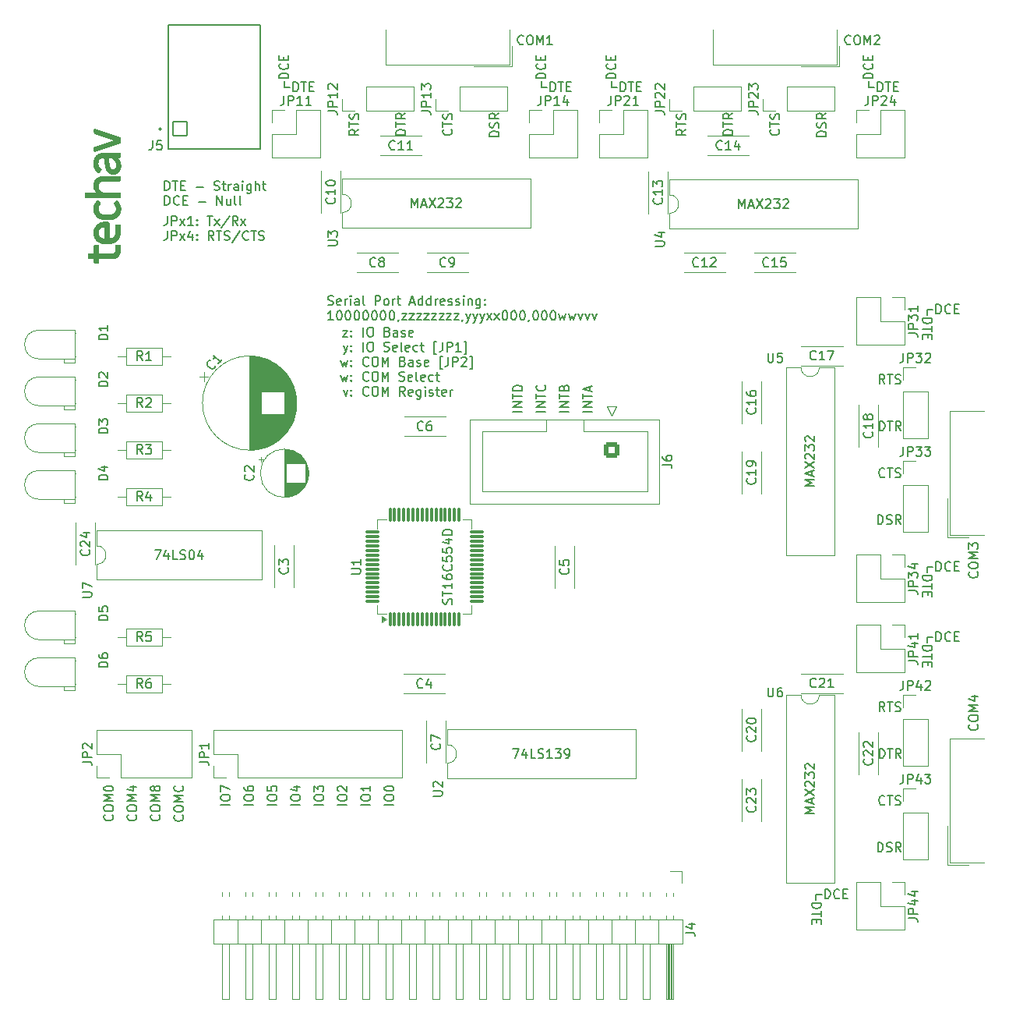
<source format=gto>
G04 #@! TF.GenerationSoftware,KiCad,Pcbnew,8.0.4*
G04 #@! TF.CreationDate,2024-09-22T21:35:36-05:00*
G04 #@! TF.ProjectId,QuadCom_8b,51756164-436f-46d5-9f38-622e6b696361,rev?*
G04 #@! TF.SameCoordinates,Original*
G04 #@! TF.FileFunction,Legend,Top*
G04 #@! TF.FilePolarity,Positive*
%FSLAX46Y46*%
G04 Gerber Fmt 4.6, Leading zero omitted, Abs format (unit mm)*
G04 Created by KiCad (PCBNEW 8.0.4) date 2024-09-22 21:35:36*
%MOMM*%
%LPD*%
G01*
G04 APERTURE LIST*
G04 Aperture macros list*
%AMRoundRect*
0 Rectangle with rounded corners*
0 $1 Rounding radius*
0 $2 $3 $4 $5 $6 $7 $8 $9 X,Y pos of 4 corners*
0 Add a 4 corners polygon primitive as box body*
4,1,4,$2,$3,$4,$5,$6,$7,$8,$9,$2,$3,0*
0 Add four circle primitives for the rounded corners*
1,1,$1+$1,$2,$3*
1,1,$1+$1,$4,$5*
1,1,$1+$1,$6,$7*
1,1,$1+$1,$8,$9*
0 Add four rect primitives between the rounded corners*
20,1,$1+$1,$2,$3,$4,$5,0*
20,1,$1+$1,$4,$5,$6,$7,0*
20,1,$1+$1,$6,$7,$8,$9,0*
20,1,$1+$1,$8,$9,$2,$3,0*%
G04 Aperture macros list end*
%ADD10C,0.150000*%
%ADD11C,0.000000*%
%ADD12C,0.120000*%
%ADD13C,0.127000*%
%ADD14C,0.200000*%
%ADD15C,0.800000*%
%ADD16C,6.400000*%
%ADD17R,1.700000X1.700000*%
%ADD18O,1.700000X1.700000*%
%ADD19R,1.600000X1.600000*%
%ADD20O,1.600000X1.600000*%
%ADD21C,1.400000*%
%ADD22O,1.400000X1.400000*%
%ADD23C,1.600000*%
%ADD24RoundRect,0.250000X-0.600000X0.600000X-0.600000X-0.600000X0.600000X-0.600000X0.600000X0.600000X0*%
%ADD25C,1.700000*%
%ADD26R,1.800000X1.800000*%
%ADD27C,1.800000*%
%ADD28R,3.480000X1.846667*%
%ADD29R,2.000000X2.000000*%
%ADD30C,2.000000*%
%ADD31R,1.846667X3.480000*%
%ADD32RoundRect,0.102000X0.754000X0.754000X-0.754000X0.754000X-0.754000X-0.754000X0.754000X-0.754000X0*%
%ADD33C,1.712000*%
%ADD34RoundRect,0.075000X0.075000X-0.700000X0.075000X0.700000X-0.075000X0.700000X-0.075000X-0.700000X0*%
%ADD35RoundRect,0.075000X0.700000X-0.075000X0.700000X0.075000X-0.700000X0.075000X-0.700000X-0.075000X0*%
G04 APERTURE END LIST*
D10*
X168455180Y-59391779D02*
X169455180Y-59391779D01*
X169455180Y-59391779D02*
X169455180Y-59629874D01*
X169455180Y-59629874D02*
X169407561Y-59772731D01*
X169407561Y-59772731D02*
X169312323Y-59867969D01*
X169312323Y-59867969D02*
X169217085Y-59915588D01*
X169217085Y-59915588D02*
X169026609Y-59963207D01*
X169026609Y-59963207D02*
X168883752Y-59963207D01*
X168883752Y-59963207D02*
X168693276Y-59915588D01*
X168693276Y-59915588D02*
X168598038Y-59867969D01*
X168598038Y-59867969D02*
X168502800Y-59772731D01*
X168502800Y-59772731D02*
X168455180Y-59629874D01*
X168455180Y-59629874D02*
X168455180Y-59391779D01*
X169455180Y-60248922D02*
X169455180Y-60820350D01*
X168455180Y-60534636D02*
X169455180Y-60534636D01*
X168978990Y-61153684D02*
X168978990Y-61487017D01*
X168455180Y-61629874D02*
X168455180Y-61153684D01*
X168455180Y-61153684D02*
X169455180Y-61153684D01*
X169455180Y-61153684D02*
X169455180Y-61629874D01*
X169881779Y-58874819D02*
X169881779Y-57874819D01*
X169881779Y-57874819D02*
X170119874Y-57874819D01*
X170119874Y-57874819D02*
X170262731Y-57922438D01*
X170262731Y-57922438D02*
X170357969Y-58017676D01*
X170357969Y-58017676D02*
X170405588Y-58112914D01*
X170405588Y-58112914D02*
X170453207Y-58303390D01*
X170453207Y-58303390D02*
X170453207Y-58446247D01*
X170453207Y-58446247D02*
X170405588Y-58636723D01*
X170405588Y-58636723D02*
X170357969Y-58731961D01*
X170357969Y-58731961D02*
X170262731Y-58827200D01*
X170262731Y-58827200D02*
X170119874Y-58874819D01*
X170119874Y-58874819D02*
X169881779Y-58874819D01*
X171453207Y-58779580D02*
X171405588Y-58827200D01*
X171405588Y-58827200D02*
X171262731Y-58874819D01*
X171262731Y-58874819D02*
X171167493Y-58874819D01*
X171167493Y-58874819D02*
X171024636Y-58827200D01*
X171024636Y-58827200D02*
X170929398Y-58731961D01*
X170929398Y-58731961D02*
X170881779Y-58636723D01*
X170881779Y-58636723D02*
X170834160Y-58446247D01*
X170834160Y-58446247D02*
X170834160Y-58303390D01*
X170834160Y-58303390D02*
X170881779Y-58112914D01*
X170881779Y-58112914D02*
X170929398Y-58017676D01*
X170929398Y-58017676D02*
X171024636Y-57922438D01*
X171024636Y-57922438D02*
X171167493Y-57874819D01*
X171167493Y-57874819D02*
X171262731Y-57874819D01*
X171262731Y-57874819D02*
X171405588Y-57922438D01*
X171405588Y-57922438D02*
X171453207Y-57970057D01*
X171881779Y-58351009D02*
X172215112Y-58351009D01*
X172357969Y-58874819D02*
X171881779Y-58874819D01*
X171881779Y-58874819D02*
X171881779Y-57874819D01*
X171881779Y-57874819D02*
X172357969Y-57874819D01*
X168910000Y-59055000D02*
X168910000Y-58420000D01*
X168910000Y-58420000D02*
X169545000Y-58420000D01*
D11*
G36*
X78842718Y-51386426D02*
G01*
X78848294Y-51386821D01*
X78853767Y-51387473D01*
X78859136Y-51388375D01*
X78864391Y-51389524D01*
X78869530Y-51390915D01*
X78874547Y-51392536D01*
X78879434Y-51394389D01*
X78884188Y-51396464D01*
X78888804Y-51398757D01*
X78893273Y-51401262D01*
X78897592Y-51403973D01*
X78901755Y-51406886D01*
X78905754Y-51409993D01*
X78909588Y-51413291D01*
X78913249Y-51416772D01*
X78916730Y-51420433D01*
X78920027Y-51424266D01*
X78923136Y-51428267D01*
X78926048Y-51432429D01*
X78928759Y-51436748D01*
X78931264Y-51441217D01*
X78933556Y-51445832D01*
X78935632Y-51450586D01*
X78937484Y-51455474D01*
X78939108Y-51460491D01*
X78940496Y-51465630D01*
X78941645Y-51470885D01*
X78942548Y-51476255D01*
X78943200Y-51481729D01*
X78943596Y-51487302D01*
X78943729Y-51492973D01*
X78943729Y-52351493D01*
X80371208Y-52351493D01*
X80390047Y-52351122D01*
X80408460Y-52350018D01*
X80426433Y-52348189D01*
X80443954Y-52345649D01*
X80461017Y-52342405D01*
X80477605Y-52338466D01*
X80493710Y-52333846D01*
X80509321Y-52328553D01*
X80524425Y-52322598D01*
X80539012Y-52315993D01*
X80553071Y-52308742D01*
X80566591Y-52300861D01*
X80579558Y-52292359D01*
X80591965Y-52283246D01*
X80603799Y-52273532D01*
X80615048Y-52263228D01*
X80625702Y-52252342D01*
X80635750Y-52240887D01*
X80645180Y-52228871D01*
X80653981Y-52216307D01*
X80662143Y-52203203D01*
X80669653Y-52189569D01*
X80676500Y-52175416D01*
X80682676Y-52160754D01*
X80688166Y-52145593D01*
X80692960Y-52129947D01*
X80697047Y-52113819D01*
X80700416Y-52097226D01*
X80703056Y-52080173D01*
X80704954Y-52062673D01*
X80706102Y-52044736D01*
X80706487Y-52026373D01*
X80711568Y-51492972D01*
X80711701Y-51487302D01*
X80712097Y-51481729D01*
X80712749Y-51476255D01*
X80713652Y-51470887D01*
X80714801Y-51465630D01*
X80716189Y-51460491D01*
X80717813Y-51455476D01*
X80719664Y-51450586D01*
X80721740Y-51445831D01*
X80724033Y-51441217D01*
X80726538Y-51436748D01*
X80729249Y-51432429D01*
X80732161Y-51428267D01*
X80735269Y-51424265D01*
X80738567Y-51420433D01*
X80742049Y-51416774D01*
X80745707Y-51413291D01*
X80749542Y-51409994D01*
X80753542Y-51406886D01*
X80757705Y-51403974D01*
X80762024Y-51401262D01*
X80766493Y-51398757D01*
X80771107Y-51396464D01*
X80775862Y-51394389D01*
X80780751Y-51392537D01*
X80785766Y-51390914D01*
X80790905Y-51389525D01*
X80796161Y-51388376D01*
X80801530Y-51387472D01*
X80807004Y-51386820D01*
X80812579Y-51386426D01*
X80818247Y-51386293D01*
X81173848Y-51386293D01*
X81179518Y-51386426D01*
X81185092Y-51386823D01*
X81190566Y-51387472D01*
X81195934Y-51388376D01*
X81201191Y-51389524D01*
X81206329Y-51390914D01*
X81211346Y-51392537D01*
X81216234Y-51394389D01*
X81220988Y-51396464D01*
X81225603Y-51398756D01*
X81230072Y-51401262D01*
X81234391Y-51403974D01*
X81238553Y-51406886D01*
X81242555Y-51409994D01*
X81246388Y-51413291D01*
X81250048Y-51416773D01*
X81253530Y-51420433D01*
X81256827Y-51424266D01*
X81259935Y-51428266D01*
X81262847Y-51432429D01*
X81265559Y-51436748D01*
X81268065Y-51441218D01*
X81270356Y-51445832D01*
X81272432Y-51450586D01*
X81274285Y-51455476D01*
X81275906Y-51460491D01*
X81277296Y-51465630D01*
X81278443Y-51470887D01*
X81279348Y-51476255D01*
X81280000Y-51481729D01*
X81280395Y-51487305D01*
X81280528Y-51492973D01*
X81280528Y-52072095D01*
X81279492Y-52121126D01*
X81276406Y-52169141D01*
X81271303Y-52216102D01*
X81264217Y-52261976D01*
X81255181Y-52306730D01*
X81244229Y-52350319D01*
X81231395Y-52392716D01*
X81216711Y-52433884D01*
X81200211Y-52473786D01*
X81181930Y-52512388D01*
X81161899Y-52549654D01*
X81140154Y-52585550D01*
X81116726Y-52620038D01*
X81091651Y-52653085D01*
X81064960Y-52684655D01*
X81036689Y-52714713D01*
X81006868Y-52743222D01*
X80975535Y-52770149D01*
X80942720Y-52795456D01*
X80908458Y-52819111D01*
X80872782Y-52841075D01*
X80835726Y-52861316D01*
X80797323Y-52879795D01*
X80757606Y-52896481D01*
X80716609Y-52911336D01*
X80674366Y-52924325D01*
X80630910Y-52935412D01*
X80586275Y-52944562D01*
X80540494Y-52951741D01*
X80493600Y-52956913D01*
X80445626Y-52960042D01*
X80396608Y-52961093D01*
X78938649Y-52961093D01*
X78938649Y-53311611D01*
X78938516Y-53317282D01*
X78938119Y-53322856D01*
X78937467Y-53328331D01*
X78936565Y-53333699D01*
X78935416Y-53338955D01*
X78934027Y-53344094D01*
X78932403Y-53349111D01*
X78930552Y-53353999D01*
X78928477Y-53358753D01*
X78926184Y-53363367D01*
X78923679Y-53367837D01*
X78920968Y-53372156D01*
X78918055Y-53376318D01*
X78914947Y-53380319D01*
X78911650Y-53384153D01*
X78908168Y-53387812D01*
X78904508Y-53391294D01*
X78900675Y-53394592D01*
X78896675Y-53397699D01*
X78892512Y-53400612D01*
X78888193Y-53403323D01*
X78883724Y-53405827D01*
X78879108Y-53408121D01*
X78874355Y-53410196D01*
X78869467Y-53412047D01*
X78864449Y-53413671D01*
X78859311Y-53415060D01*
X78854055Y-53416209D01*
X78848687Y-53417111D01*
X78843213Y-53417764D01*
X78837638Y-53418159D01*
X78831969Y-53418292D01*
X78476369Y-53418292D01*
X78470699Y-53418159D01*
X78465124Y-53417764D01*
X78459651Y-53417111D01*
X78454283Y-53416208D01*
X78449026Y-53415059D01*
X78443886Y-53413671D01*
X78438871Y-53412048D01*
X78433982Y-53410197D01*
X78429227Y-53408122D01*
X78424614Y-53405828D01*
X78420143Y-53403323D01*
X78415824Y-53400612D01*
X78411664Y-53397699D01*
X78407662Y-53394594D01*
X78403829Y-53391293D01*
X78400169Y-53387812D01*
X78396687Y-53384152D01*
X78393390Y-53380318D01*
X78390282Y-53376317D01*
X78387369Y-53372156D01*
X78384658Y-53367837D01*
X78382153Y-53363367D01*
X78379860Y-53358755D01*
X78377785Y-53353999D01*
X78375933Y-53349111D01*
X78374310Y-53344094D01*
X78372921Y-53338955D01*
X78371772Y-53333699D01*
X78370868Y-53328331D01*
X78370217Y-53322856D01*
X78369823Y-53317282D01*
X78369689Y-53311612D01*
X78369689Y-52961095D01*
X77821048Y-52961094D01*
X77815379Y-52960960D01*
X77809805Y-52960564D01*
X77804331Y-52959912D01*
X77798963Y-52959010D01*
X77793706Y-52957860D01*
X77788567Y-52956471D01*
X77783551Y-52954848D01*
X77778663Y-52952998D01*
X77773908Y-52950921D01*
X77769294Y-52948628D01*
X77764824Y-52946123D01*
X77760506Y-52943412D01*
X77756343Y-52940498D01*
X77752342Y-52937392D01*
X77748509Y-52934094D01*
X77744848Y-52930613D01*
X77741367Y-52926951D01*
X77738070Y-52923119D01*
X77734962Y-52919118D01*
X77732050Y-52914956D01*
X77729337Y-52910637D01*
X77726833Y-52906168D01*
X77724540Y-52901553D01*
X77722465Y-52896800D01*
X77720612Y-52891911D01*
X77718990Y-52886894D01*
X77717602Y-52881755D01*
X77716452Y-52876499D01*
X77715549Y-52871131D01*
X77714898Y-52865657D01*
X77714502Y-52860082D01*
X77714369Y-52854413D01*
X77714369Y-52458171D01*
X77714502Y-52452503D01*
X77714897Y-52446928D01*
X77715548Y-52441454D01*
X77716452Y-52436086D01*
X77717601Y-52430830D01*
X77718990Y-52425690D01*
X77720613Y-52420676D01*
X77722465Y-52415786D01*
X77724540Y-52411031D01*
X77726834Y-52406418D01*
X77729338Y-52401948D01*
X77732049Y-52397629D01*
X77734962Y-52393468D01*
X77738069Y-52389466D01*
X77741367Y-52385633D01*
X77744849Y-52381972D01*
X77748508Y-52378491D01*
X77752342Y-52375192D01*
X77756343Y-52372086D01*
X77760505Y-52369173D01*
X77764824Y-52366462D01*
X77769295Y-52363957D01*
X77773908Y-52361663D01*
X77778664Y-52359589D01*
X77783550Y-52357737D01*
X77788567Y-52356113D01*
X77793706Y-52354724D01*
X77798963Y-52353576D01*
X77804331Y-52352672D01*
X77809805Y-52352021D01*
X77815379Y-52351624D01*
X77821048Y-52351493D01*
X78369689Y-52351494D01*
X78369689Y-51492973D01*
X78369822Y-51487305D01*
X78370217Y-51481729D01*
X78370868Y-51476254D01*
X78371772Y-51470885D01*
X78372921Y-51465630D01*
X78374310Y-51460490D01*
X78375934Y-51455474D01*
X78377786Y-51450587D01*
X78379859Y-51445832D01*
X78382153Y-51441218D01*
X78384658Y-51436749D01*
X78387370Y-51432428D01*
X78390282Y-51428266D01*
X78393390Y-51424266D01*
X78396687Y-51420433D01*
X78400169Y-51416773D01*
X78403829Y-51413291D01*
X78407661Y-51409993D01*
X78411662Y-51406886D01*
X78415825Y-51403973D01*
X78420145Y-51401262D01*
X78424614Y-51398757D01*
X78429227Y-51396464D01*
X78433983Y-51394389D01*
X78438871Y-51392537D01*
X78443886Y-51390914D01*
X78449026Y-51389525D01*
X78454283Y-51388376D01*
X78459651Y-51387473D01*
X78465125Y-51386823D01*
X78470699Y-51386426D01*
X78476369Y-51386293D01*
X78837048Y-51386293D01*
X78842718Y-51386426D01*
G37*
D10*
X99695000Y-34290000D02*
X99060000Y-34290000D01*
D11*
G36*
X81346567Y-42823950D02*
G01*
X81345546Y-42876763D01*
X81342503Y-42928494D01*
X81337476Y-42979106D01*
X81330494Y-43028560D01*
X81321592Y-43076813D01*
X81310804Y-43123830D01*
X81298163Y-43169572D01*
X81283702Y-43213999D01*
X81267456Y-43257070D01*
X81249457Y-43298748D01*
X81229740Y-43338996D01*
X81208336Y-43377769D01*
X81185280Y-43415034D01*
X81160607Y-43450746D01*
X81134349Y-43484873D01*
X81106537Y-43517370D01*
X81077209Y-43548200D01*
X81046396Y-43577325D01*
X81014132Y-43604707D01*
X80980450Y-43630300D01*
X80945383Y-43654073D01*
X80908968Y-43675983D01*
X80871235Y-43695992D01*
X80832217Y-43714061D01*
X80791950Y-43730149D01*
X80750465Y-43744221D01*
X80707799Y-43756234D01*
X80663982Y-43766151D01*
X80619049Y-43773931D01*
X80573032Y-43779538D01*
X80525968Y-43782930D01*
X80477888Y-43784070D01*
X80457568Y-43783605D01*
X80434506Y-43783075D01*
X80392002Y-43780103D01*
X80350390Y-43775171D01*
X80309682Y-43768294D01*
X80269893Y-43759490D01*
X80231039Y-43748775D01*
X80193129Y-43736166D01*
X80156182Y-43721680D01*
X80120208Y-43705335D01*
X80085223Y-43687145D01*
X80051242Y-43667128D01*
X80018277Y-43645302D01*
X79986342Y-43621682D01*
X79955452Y-43596286D01*
X79925621Y-43569128D01*
X79896863Y-43540229D01*
X79869190Y-43509603D01*
X79842619Y-43477268D01*
X79817161Y-43443240D01*
X79792831Y-43407534D01*
X79747614Y-43331163D01*
X79707076Y-43248288D01*
X79671332Y-43159043D01*
X79640491Y-43063563D01*
X79614666Y-42961981D01*
X79593968Y-42854429D01*
X79548248Y-42516610D01*
X79522530Y-42331507D01*
X79511458Y-42259077D01*
X79502528Y-42209269D01*
X79498123Y-42186230D01*
X79492526Y-42164730D01*
X79489282Y-42154556D01*
X79485740Y-42144762D01*
X79481900Y-42135352D01*
X79477763Y-42126322D01*
X79473329Y-42117672D01*
X79468595Y-42109399D01*
X79463565Y-42101504D01*
X79458237Y-42093987D01*
X79452611Y-42086847D01*
X79446688Y-42080078D01*
X79440467Y-42073685D01*
X79433948Y-42067664D01*
X79427131Y-42062016D01*
X79420018Y-42056740D01*
X79412606Y-42051832D01*
X79404898Y-42047295D01*
X79396890Y-42043126D01*
X79388585Y-42039324D01*
X79379983Y-42035888D01*
X79371083Y-42032818D01*
X79361886Y-42030113D01*
X79352390Y-42027774D01*
X79342596Y-42025794D01*
X79332507Y-42024176D01*
X79322119Y-42022921D01*
X79311433Y-42022025D01*
X79289168Y-42021309D01*
X79265178Y-42022018D01*
X79241796Y-42024121D01*
X79219027Y-42027584D01*
X79196885Y-42032372D01*
X79175379Y-42038452D01*
X79154521Y-42045787D01*
X79134316Y-42054346D01*
X79114782Y-42064093D01*
X79095923Y-42074992D01*
X79077753Y-42087012D01*
X79060278Y-42100114D01*
X79043512Y-42114267D01*
X79027465Y-42129437D01*
X79012146Y-42145588D01*
X78997564Y-42162685D01*
X78983733Y-42180694D01*
X78970660Y-42199582D01*
X78958357Y-42219314D01*
X78936098Y-42261171D01*
X78917040Y-42305989D01*
X78901263Y-42353494D01*
X78888849Y-42403410D01*
X78879881Y-42455461D01*
X78874439Y-42509373D01*
X78872607Y-42564870D01*
X78873853Y-42615468D01*
X78877569Y-42664386D01*
X78880344Y-42688208D01*
X78883727Y-42711607D01*
X78887710Y-42734576D01*
X78892293Y-42757116D01*
X78897472Y-42779224D01*
X78903241Y-42800899D01*
X78909600Y-42822137D01*
X78916542Y-42842939D01*
X78924065Y-42863303D01*
X78932164Y-42883225D01*
X78940837Y-42902705D01*
X78950078Y-42921740D01*
X78959886Y-42940327D01*
X78970254Y-42958467D01*
X78981180Y-42976158D01*
X78992663Y-42993395D01*
X79004695Y-43010179D01*
X79017274Y-43026507D01*
X79030396Y-43042377D01*
X79044057Y-43057788D01*
X79058255Y-43072738D01*
X79072985Y-43087224D01*
X79088243Y-43101245D01*
X79104026Y-43114799D01*
X79120329Y-43127885D01*
X79137150Y-43140499D01*
X79154484Y-43152642D01*
X79172328Y-43164309D01*
X79179766Y-43169189D01*
X79186834Y-43174291D01*
X79193514Y-43179602D01*
X79199792Y-43185107D01*
X79205653Y-43190789D01*
X79211082Y-43196636D01*
X79216066Y-43202631D01*
X79220587Y-43208760D01*
X79224633Y-43215008D01*
X79228187Y-43221361D01*
X79231237Y-43227802D01*
X79233764Y-43234319D01*
X79235756Y-43240894D01*
X79237197Y-43247514D01*
X79237706Y-43250837D01*
X79238073Y-43254165D01*
X79238294Y-43257496D01*
X79238369Y-43260831D01*
X79238307Y-43265534D01*
X79238119Y-43270127D01*
X79237799Y-43274615D01*
X79237337Y-43279005D01*
X79236725Y-43283309D01*
X79235957Y-43287529D01*
X79235026Y-43291675D01*
X79233923Y-43295755D01*
X79232642Y-43299773D01*
X79231175Y-43303742D01*
X79229514Y-43307664D01*
X79227653Y-43311549D01*
X79225583Y-43315405D01*
X79223297Y-43319240D01*
X79220788Y-43323059D01*
X79218048Y-43326872D01*
X79025008Y-43611349D01*
X79021080Y-43616885D01*
X79016922Y-43622066D01*
X79012540Y-43626888D01*
X79007943Y-43631353D01*
X79003137Y-43635460D01*
X78998129Y-43639211D01*
X78992930Y-43642604D01*
X78987543Y-43645640D01*
X78981978Y-43648320D01*
X78976243Y-43650642D01*
X78970342Y-43652605D01*
X78964285Y-43654212D01*
X78958081Y-43655462D01*
X78951736Y-43656357D01*
X78945255Y-43656891D01*
X78938649Y-43657071D01*
X78935790Y-43657012D01*
X78932933Y-43656841D01*
X78930076Y-43656569D01*
X78927218Y-43656197D01*
X78924362Y-43655738D01*
X78921502Y-43655195D01*
X78918646Y-43654578D01*
X78915788Y-43653895D01*
X78910073Y-43652356D01*
X78904358Y-43650639D01*
X78892927Y-43646910D01*
X78825198Y-43607352D01*
X78761136Y-43563100D01*
X78700840Y-43514338D01*
X78644405Y-43461252D01*
X78591930Y-43404029D01*
X78543510Y-43342856D01*
X78499242Y-43277914D01*
X78459223Y-43209395D01*
X78423550Y-43137483D01*
X78392320Y-43062363D01*
X78365630Y-42984223D01*
X78343574Y-42903246D01*
X78326251Y-42819621D01*
X78313759Y-42733533D01*
X78306192Y-42645167D01*
X78303647Y-42554711D01*
X78304833Y-42492045D01*
X78308364Y-42430759D01*
X78314205Y-42370894D01*
X78322321Y-42312487D01*
X78332678Y-42255580D01*
X78345238Y-42200213D01*
X78359968Y-42146424D01*
X78376831Y-42094256D01*
X78395794Y-42043745D01*
X78412024Y-42006070D01*
X79985127Y-42006070D01*
X80014021Y-42205460D01*
X80044818Y-42431519D01*
X80073711Y-42640435D01*
X80086252Y-42724771D01*
X80096887Y-42788390D01*
X80107190Y-42839112D01*
X80119054Y-42886508D01*
X80125576Y-42908962D01*
X80132495Y-42930586D01*
X80139812Y-42951382D01*
X80147529Y-42971350D01*
X80155648Y-42990492D01*
X80164171Y-43008811D01*
X80173099Y-43026304D01*
X80182435Y-43042976D01*
X80192179Y-43058824D01*
X80202335Y-43073852D01*
X80212904Y-43088058D01*
X80223888Y-43101446D01*
X80235289Y-43114014D01*
X80247108Y-43125765D01*
X80259347Y-43136702D01*
X80272009Y-43146819D01*
X80285096Y-43156122D01*
X80298607Y-43164611D01*
X80312547Y-43172289D01*
X80326917Y-43179154D01*
X80341717Y-43185207D01*
X80356953Y-43190451D01*
X80372623Y-43194885D01*
X80388730Y-43198510D01*
X80405275Y-43201330D01*
X80422264Y-43203342D01*
X80439694Y-43204548D01*
X80457567Y-43204950D01*
X80476883Y-43204462D01*
X80495771Y-43203006D01*
X80514217Y-43200593D01*
X80532210Y-43197241D01*
X80549738Y-43192962D01*
X80566789Y-43187772D01*
X80583351Y-43181683D01*
X80599412Y-43174709D01*
X80614958Y-43166864D01*
X80629979Y-43158163D01*
X80644463Y-43148621D01*
X80658397Y-43138246D01*
X80671769Y-43127058D01*
X80684566Y-43115069D01*
X80696779Y-43102294D01*
X80708392Y-43088747D01*
X80719396Y-43074438D01*
X80729778Y-43059385D01*
X80739526Y-43043602D01*
X80748626Y-43027101D01*
X80757068Y-43009896D01*
X80764840Y-42992006D01*
X80771929Y-42973435D01*
X80778322Y-42954205D01*
X80784009Y-42934328D01*
X80788976Y-42913818D01*
X80796707Y-42870951D01*
X80801417Y-42825718D01*
X80803008Y-42778231D01*
X80802020Y-42740707D01*
X80799094Y-42703423D01*
X80794285Y-42666445D01*
X80787649Y-42629829D01*
X80779243Y-42593644D01*
X80769120Y-42557946D01*
X80757339Y-42522802D01*
X80743953Y-42488273D01*
X80729019Y-42454422D01*
X80712595Y-42421310D01*
X80694735Y-42388998D01*
X80675491Y-42357553D01*
X80654926Y-42327032D01*
X80633091Y-42297502D01*
X80610043Y-42269021D01*
X80585837Y-42241655D01*
X80560531Y-42215465D01*
X80534180Y-42190512D01*
X80506838Y-42166859D01*
X80478563Y-42144570D01*
X80449409Y-42123705D01*
X80419433Y-42104327D01*
X80388691Y-42086499D01*
X80357238Y-42070285D01*
X80325130Y-42055744D01*
X80292423Y-42042939D01*
X80259173Y-42031932D01*
X80225436Y-42022789D01*
X80191267Y-42015568D01*
X80156722Y-42010333D01*
X80121857Y-42007147D01*
X80086727Y-42006070D01*
X79985127Y-42006070D01*
X78412024Y-42006070D01*
X78416820Y-41994937D01*
X78439874Y-41947866D01*
X78464919Y-41902575D01*
X78491921Y-41859102D01*
X78520846Y-41817491D01*
X78551657Y-41777777D01*
X78584319Y-41740005D01*
X78618796Y-41704211D01*
X78655054Y-41670439D01*
X78693057Y-41638722D01*
X78732770Y-41609108D01*
X78774155Y-41581630D01*
X78817183Y-41556332D01*
X78861812Y-41533256D01*
X78908010Y-41512437D01*
X78955740Y-41493918D01*
X79004969Y-41477739D01*
X79055659Y-41463939D01*
X79107777Y-41452558D01*
X79161286Y-41443637D01*
X79216151Y-41437216D01*
X79272337Y-41433333D01*
X79329809Y-41432031D01*
X81173848Y-41432030D01*
X81179518Y-41432163D01*
X81185093Y-41432559D01*
X81190566Y-41433211D01*
X81195934Y-41434116D01*
X81201191Y-41435263D01*
X81206331Y-41436651D01*
X81211346Y-41438275D01*
X81216235Y-41440126D01*
X81220989Y-41442201D01*
X81225603Y-41444495D01*
X81230072Y-41447000D01*
X81234391Y-41449710D01*
X81238553Y-41452624D01*
X81242555Y-41455731D01*
X81246387Y-41459029D01*
X81250048Y-41462511D01*
X81253530Y-41466171D01*
X81256826Y-41470004D01*
X81259935Y-41474006D01*
X81262847Y-41478166D01*
X81265559Y-41482486D01*
X81268064Y-41486956D01*
X81270357Y-41491570D01*
X81272432Y-41496324D01*
X81274284Y-41501212D01*
X81275907Y-41506229D01*
X81277296Y-41511368D01*
X81278443Y-41516625D01*
X81279348Y-41521993D01*
X81280000Y-41527467D01*
X81280394Y-41533041D01*
X81280528Y-41538711D01*
X81280528Y-41884150D01*
X81280409Y-41889820D01*
X81280056Y-41895394D01*
X81279469Y-41900868D01*
X81278653Y-41906237D01*
X81277610Y-41911493D01*
X81276341Y-41916632D01*
X81274854Y-41921649D01*
X81273146Y-41926536D01*
X81271223Y-41931291D01*
X81269087Y-41935906D01*
X81266741Y-41940374D01*
X81264188Y-41944694D01*
X81261428Y-41948857D01*
X81258468Y-41952856D01*
X81255309Y-41956689D01*
X81251953Y-41960351D01*
X81248404Y-41963832D01*
X81244664Y-41967130D01*
X81240737Y-41970238D01*
X81236624Y-41973150D01*
X81232329Y-41975861D01*
X81227854Y-41978366D01*
X81223204Y-41980658D01*
X81218378Y-41982734D01*
X81213381Y-41984586D01*
X81208216Y-41986210D01*
X81202887Y-41987599D01*
X81197393Y-41988747D01*
X81191739Y-41989650D01*
X81185928Y-41990302D01*
X81179965Y-41990698D01*
X81173848Y-41990831D01*
X80975728Y-41990831D01*
X81020914Y-42035124D01*
X81063129Y-42080386D01*
X81102384Y-42126629D01*
X81138685Y-42173870D01*
X81172039Y-42222122D01*
X81202453Y-42271402D01*
X81229934Y-42321723D01*
X81254493Y-42373100D01*
X81276134Y-42425550D01*
X81294865Y-42479086D01*
X81310694Y-42533724D01*
X81323629Y-42589479D01*
X81333677Y-42646363D01*
X81340843Y-42704392D01*
X81345138Y-42763584D01*
X81346567Y-42823950D01*
G37*
D10*
X156845000Y-122555000D02*
X156845000Y-121920000D01*
X168910000Y-93980000D02*
X169545000Y-93980000D01*
X162560000Y-34290000D02*
X162560000Y-33655000D01*
X168910000Y-86360000D02*
X169545000Y-86360000D01*
X163195000Y-34290000D02*
X162560000Y-34290000D01*
D11*
G36*
X81179518Y-43935970D02*
G01*
X81185092Y-43936365D01*
X81190566Y-43937016D01*
X81195934Y-43937920D01*
X81201191Y-43939068D01*
X81206329Y-43940458D01*
X81211346Y-43942081D01*
X81216234Y-43943933D01*
X81220988Y-43946008D01*
X81225603Y-43948300D01*
X81230072Y-43950806D01*
X81234391Y-43953517D01*
X81238553Y-43956430D01*
X81242555Y-43959538D01*
X81246388Y-43962835D01*
X81250048Y-43966317D01*
X81253530Y-43969977D01*
X81256827Y-43973810D01*
X81259935Y-43977810D01*
X81262848Y-43981974D01*
X81265559Y-43986292D01*
X81268065Y-43990761D01*
X81270357Y-43995377D01*
X81272432Y-44000131D01*
X81274285Y-44005018D01*
X81275906Y-44010035D01*
X81277296Y-44015174D01*
X81278443Y-44020431D01*
X81279348Y-44025798D01*
X81280000Y-44031273D01*
X81280395Y-44036847D01*
X81280528Y-44042517D01*
X81280528Y-44438757D01*
X81280394Y-44444427D01*
X81280000Y-44450000D01*
X81279348Y-44455475D01*
X81278443Y-44460844D01*
X81277296Y-44466100D01*
X81275907Y-44471239D01*
X81274284Y-44476255D01*
X81272432Y-44481144D01*
X81270357Y-44485898D01*
X81268064Y-44490512D01*
X81265559Y-44494982D01*
X81262847Y-44499301D01*
X81259936Y-44503463D01*
X81256827Y-44507464D01*
X81253530Y-44511297D01*
X81250048Y-44514957D01*
X81246388Y-44518439D01*
X81242555Y-44521736D01*
X81238554Y-44524844D01*
X81234391Y-44527757D01*
X81230073Y-44530467D01*
X81225603Y-44532973D01*
X81220989Y-44535268D01*
X81216234Y-44537342D01*
X81211346Y-44539193D01*
X81206331Y-44540816D01*
X81201191Y-44542205D01*
X81195933Y-44543354D01*
X81190566Y-44544257D01*
X81185091Y-44544909D01*
X81179518Y-44545303D01*
X81173848Y-44545437D01*
X79446648Y-44545436D01*
X79413759Y-44545987D01*
X79381773Y-44547631D01*
X79350696Y-44550360D01*
X79320540Y-44554169D01*
X79291317Y-44559049D01*
X79263031Y-44564993D01*
X79235695Y-44571995D01*
X79209317Y-44580044D01*
X79183906Y-44589137D01*
X79159471Y-44599264D01*
X79136025Y-44610418D01*
X79113571Y-44622592D01*
X79092123Y-44635775D01*
X79071688Y-44649964D01*
X79052278Y-44665150D01*
X79033898Y-44681328D01*
X79016561Y-44698488D01*
X79000275Y-44716619D01*
X78985049Y-44735720D01*
X78970894Y-44755781D01*
X78957817Y-44776794D01*
X78945829Y-44798752D01*
X78934938Y-44821649D01*
X78925155Y-44845475D01*
X78916487Y-44870224D01*
X78908945Y-44895888D01*
X78902536Y-44922460D01*
X78897273Y-44949932D01*
X78893164Y-44978298D01*
X78890217Y-45007549D01*
X78888442Y-45037678D01*
X78887848Y-45068676D01*
X78888664Y-45105852D01*
X78891096Y-45142115D01*
X78895127Y-45177451D01*
X78900737Y-45211840D01*
X78907905Y-45245266D01*
X78916613Y-45277710D01*
X78926841Y-45309156D01*
X78938569Y-45339584D01*
X78951777Y-45368979D01*
X78966447Y-45397321D01*
X78982560Y-45424594D01*
X79000094Y-45450778D01*
X79019031Y-45475859D01*
X79039352Y-45499817D01*
X79061034Y-45522634D01*
X79084063Y-45544293D01*
X79108416Y-45564777D01*
X79134073Y-45584066D01*
X79161016Y-45602145D01*
X79189225Y-45618994D01*
X79218681Y-45634599D01*
X79249363Y-45648937D01*
X79281253Y-45661995D01*
X79314330Y-45673753D01*
X79348577Y-45684195D01*
X79383971Y-45693301D01*
X79420494Y-45701054D01*
X79458128Y-45707438D01*
X79496852Y-45712433D01*
X79536646Y-45716024D01*
X79577491Y-45718190D01*
X79619368Y-45718918D01*
X81173847Y-45718918D01*
X81179518Y-45719051D01*
X81185091Y-45719446D01*
X81190566Y-45720098D01*
X81195934Y-45721000D01*
X81201191Y-45722150D01*
X81206330Y-45723539D01*
X81211346Y-45725162D01*
X81216234Y-45727014D01*
X81220989Y-45729089D01*
X81225603Y-45731382D01*
X81230072Y-45733887D01*
X81234391Y-45736599D01*
X81238554Y-45739511D01*
X81242555Y-45742621D01*
X81246387Y-45745916D01*
X81250048Y-45749399D01*
X81253530Y-45753060D01*
X81256826Y-45756891D01*
X81259935Y-45760891D01*
X81262847Y-45765055D01*
X81265560Y-45769375D01*
X81268064Y-45773843D01*
X81270357Y-45778460D01*
X81272432Y-45783211D01*
X81274284Y-45788100D01*
X81275907Y-45793116D01*
X81277296Y-45798255D01*
X81278444Y-45803512D01*
X81279348Y-45808880D01*
X81280001Y-45814355D01*
X81280395Y-45819929D01*
X81280528Y-45825600D01*
X81280528Y-46221837D01*
X81280528Y-46221840D01*
X81280394Y-46227507D01*
X81280001Y-46233081D01*
X81279349Y-46238556D01*
X81278445Y-46243924D01*
X81277296Y-46249180D01*
X81275907Y-46254319D01*
X81274285Y-46259337D01*
X81272432Y-46264224D01*
X81270357Y-46268978D01*
X81268065Y-46273593D01*
X81265559Y-46278062D01*
X81262847Y-46282381D01*
X81259936Y-46286543D01*
X81256828Y-46290546D01*
X81253530Y-46294377D01*
X81250048Y-46298038D01*
X81246388Y-46301519D01*
X81242555Y-46304817D01*
X81238553Y-46307925D01*
X81234392Y-46310836D01*
X81230073Y-46313547D01*
X81225603Y-46316053D01*
X81220989Y-46318348D01*
X81216235Y-46320422D01*
X81211348Y-46322274D01*
X81206329Y-46323897D01*
X81201191Y-46325285D01*
X81195935Y-46326434D01*
X81190567Y-46327337D01*
X81185091Y-46327989D01*
X81179518Y-46328385D01*
X81173848Y-46328518D01*
X77495929Y-46328518D01*
X77490259Y-46328385D01*
X77484685Y-46327988D01*
X77479211Y-46327337D01*
X77473842Y-46326434D01*
X77468586Y-46325285D01*
X77463447Y-46323896D01*
X77458429Y-46322273D01*
X77453543Y-46320422D01*
X77448788Y-46318346D01*
X77444174Y-46316053D01*
X77439705Y-46313547D01*
X77435385Y-46310838D01*
X77431223Y-46307924D01*
X77427222Y-46304817D01*
X77423388Y-46301519D01*
X77419728Y-46298037D01*
X77416247Y-46294377D01*
X77412949Y-46290544D01*
X77409842Y-46286543D01*
X77406929Y-46282381D01*
X77404218Y-46278062D01*
X77401713Y-46273592D01*
X77399420Y-46268978D01*
X77397345Y-46264223D01*
X77395492Y-46259335D01*
X77393870Y-46254319D01*
X77392481Y-46249180D01*
X77391332Y-46243922D01*
X77390429Y-46238555D01*
X77389777Y-46233080D01*
X77389382Y-46227507D01*
X77389249Y-46221837D01*
X77389249Y-45825597D01*
X77389383Y-45819929D01*
X77389777Y-45814353D01*
X77390429Y-45808879D01*
X77391332Y-45803511D01*
X77392481Y-45798254D01*
X77393870Y-45793114D01*
X77395493Y-45788100D01*
X77397344Y-45783211D01*
X77399420Y-45778457D01*
X77401713Y-45773841D01*
X77404218Y-45769372D01*
X77406928Y-45765054D01*
X77409843Y-45760892D01*
X77412949Y-45756889D01*
X77416247Y-45753057D01*
X77419728Y-45749397D01*
X77423389Y-45745915D01*
X77427222Y-45742618D01*
X77431224Y-45739511D01*
X77435385Y-45736598D01*
X77439704Y-45733886D01*
X77444175Y-45731380D01*
X77448787Y-45729088D01*
X77453542Y-45727013D01*
X77458431Y-45725161D01*
X77463446Y-45723538D01*
X77468585Y-45722149D01*
X77473841Y-45721000D01*
X77479210Y-45720097D01*
X77484685Y-45719445D01*
X77490259Y-45719050D01*
X77495929Y-45718917D01*
X78618608Y-45718917D01*
X78583259Y-45681961D01*
X78549651Y-45643540D01*
X78517859Y-45603735D01*
X78487957Y-45562628D01*
X78460020Y-45520300D01*
X78434121Y-45476833D01*
X78410336Y-45432310D01*
X78388738Y-45386812D01*
X78369403Y-45340420D01*
X78352404Y-45293220D01*
X78337817Y-45245287D01*
X78325715Y-45196709D01*
X78316172Y-45147564D01*
X78309264Y-45097936D01*
X78305065Y-45047906D01*
X78303647Y-44997557D01*
X78304906Y-44938644D01*
X78308654Y-44880988D01*
X78314845Y-44824634D01*
X78323444Y-44769621D01*
X78334402Y-44715989D01*
X78347683Y-44663776D01*
X78363243Y-44613025D01*
X78381040Y-44563773D01*
X78401032Y-44516061D01*
X78423176Y-44469932D01*
X78447433Y-44425419D01*
X78473760Y-44382569D01*
X78502112Y-44341420D01*
X78532453Y-44302009D01*
X78564738Y-44264381D01*
X78598923Y-44228571D01*
X78634970Y-44194622D01*
X78672834Y-44162575D01*
X78712477Y-44132467D01*
X78753853Y-44104339D01*
X78796923Y-44078233D01*
X78841643Y-44054186D01*
X78887972Y-44032239D01*
X78935870Y-44012433D01*
X78985293Y-43994808D01*
X79036199Y-43979403D01*
X79088546Y-43966257D01*
X79142295Y-43955411D01*
X79197401Y-43946908D01*
X79253823Y-43940784D01*
X79311519Y-43937080D01*
X79370448Y-43935838D01*
X81173848Y-43935837D01*
X81179518Y-43935970D01*
G37*
G36*
X79869482Y-48898003D02*
G01*
X79880673Y-48898835D01*
X79891690Y-48900209D01*
X79902518Y-48902108D01*
X79913147Y-48904520D01*
X79923560Y-48907433D01*
X79933747Y-48910834D01*
X79943695Y-48914709D01*
X79953388Y-48919045D01*
X79962816Y-48923829D01*
X79971965Y-48929049D01*
X79980821Y-48934691D01*
X79989374Y-48940743D01*
X79997606Y-48947190D01*
X80005510Y-48954021D01*
X80013067Y-48961222D01*
X80020269Y-48968781D01*
X80027100Y-48976683D01*
X80033547Y-48984918D01*
X80039599Y-48993468D01*
X80045241Y-49002325D01*
X80050461Y-49011473D01*
X80055247Y-49020903D01*
X80059582Y-49030596D01*
X80063457Y-49040543D01*
X80066857Y-49050731D01*
X80069770Y-49061144D01*
X80072182Y-49071772D01*
X80074081Y-49082601D01*
X80075454Y-49093617D01*
X80076287Y-49104809D01*
X80076568Y-49116161D01*
X80076568Y-50706203D01*
X80101968Y-50706202D01*
X80132740Y-50705418D01*
X80163115Y-50703098D01*
X80193059Y-50699274D01*
X80222529Y-50693988D01*
X80251490Y-50687277D01*
X80279903Y-50679178D01*
X80307732Y-50669732D01*
X80334934Y-50658976D01*
X80361474Y-50646945D01*
X80387315Y-50633680D01*
X80412417Y-50619219D01*
X80436742Y-50603599D01*
X80460253Y-50586861D01*
X80482910Y-50569040D01*
X80504676Y-50550177D01*
X80525513Y-50530307D01*
X80545383Y-50509471D01*
X80564246Y-50487704D01*
X80582067Y-50465047D01*
X80598806Y-50441535D01*
X80614424Y-50417211D01*
X80628886Y-50392109D01*
X80642150Y-50366268D01*
X80654181Y-50339728D01*
X80664938Y-50312524D01*
X80674385Y-50284697D01*
X80682483Y-50256284D01*
X80689194Y-50227323D01*
X80694481Y-50197852D01*
X80698304Y-50167909D01*
X80700626Y-50137534D01*
X80701408Y-50106762D01*
X80701408Y-49299042D01*
X80701541Y-49293372D01*
X80701937Y-49287798D01*
X80702588Y-49282324D01*
X80703491Y-49276956D01*
X80704640Y-49271699D01*
X80706029Y-49266560D01*
X80707652Y-49261544D01*
X80709504Y-49256656D01*
X80711580Y-49251901D01*
X80713873Y-49247289D01*
X80716377Y-49242816D01*
X80719089Y-49238499D01*
X80722001Y-49234336D01*
X80725109Y-49230335D01*
X80728407Y-49226501D01*
X80731888Y-49222842D01*
X80735548Y-49219360D01*
X80739382Y-49216062D01*
X80743381Y-49212955D01*
X80747545Y-49210043D01*
X80751864Y-49207331D01*
X80756333Y-49204826D01*
X80760948Y-49202533D01*
X80765702Y-49200458D01*
X80770590Y-49198606D01*
X80775606Y-49196983D01*
X80780746Y-49195593D01*
X80786002Y-49194446D01*
X80791370Y-49193542D01*
X80796844Y-49192890D01*
X80802419Y-49192495D01*
X80808088Y-49192362D01*
X81173848Y-49192362D01*
X81179517Y-49192495D01*
X81185092Y-49192889D01*
X81190566Y-49193542D01*
X81195934Y-49194446D01*
X81201191Y-49195594D01*
X81206330Y-49196983D01*
X81211345Y-49198606D01*
X81216234Y-49200458D01*
X81220989Y-49202533D01*
X81225603Y-49204826D01*
X81230073Y-49207331D01*
X81234391Y-49210043D01*
X81238554Y-49212955D01*
X81242555Y-49216062D01*
X81246388Y-49219360D01*
X81250047Y-49222842D01*
X81253530Y-49226501D01*
X81256827Y-49230335D01*
X81259935Y-49234336D01*
X81262847Y-49238499D01*
X81265560Y-49242816D01*
X81268064Y-49247289D01*
X81270357Y-49251901D01*
X81272432Y-49256656D01*
X81274284Y-49261544D01*
X81275907Y-49266560D01*
X81277297Y-49271699D01*
X81278444Y-49276956D01*
X81279349Y-49282324D01*
X81280000Y-49287797D01*
X81280394Y-49293372D01*
X81280528Y-49299041D01*
X81280528Y-50106762D01*
X81278963Y-50169227D01*
X81274315Y-50230845D01*
X81266661Y-50291540D01*
X81256071Y-50351237D01*
X81242619Y-50409864D01*
X81226381Y-50467343D01*
X81207428Y-50523604D01*
X81185834Y-50578566D01*
X81161673Y-50632163D01*
X81135018Y-50684314D01*
X81105943Y-50734948D01*
X81074520Y-50783990D01*
X81040825Y-50831364D01*
X81004930Y-50876997D01*
X80966909Y-50920815D01*
X80926833Y-50962742D01*
X80884779Y-51002705D01*
X80840819Y-51040629D01*
X80795027Y-51076439D01*
X80747476Y-51110062D01*
X80698239Y-51141423D01*
X80647390Y-51170447D01*
X80595002Y-51197060D01*
X80541150Y-51221187D01*
X80485905Y-51242756D01*
X80429344Y-51261688D01*
X80371538Y-51277915D01*
X80312560Y-51291355D01*
X80252485Y-51301939D01*
X80191387Y-51309592D01*
X80129336Y-51314237D01*
X80066408Y-51315804D01*
X79517768Y-51315804D01*
X79482208Y-51314918D01*
X79454841Y-51314237D01*
X79392791Y-51309591D01*
X79331691Y-51301939D01*
X79271617Y-51291355D01*
X79212639Y-51277913D01*
X79154832Y-51261688D01*
X79098270Y-51242757D01*
X79043026Y-51221186D01*
X78989174Y-51197060D01*
X78936786Y-51170447D01*
X78885938Y-51141423D01*
X78836700Y-51110062D01*
X78789150Y-51076440D01*
X78743358Y-51040630D01*
X78699397Y-51002705D01*
X78657343Y-50962742D01*
X78617269Y-50920817D01*
X78579247Y-50876997D01*
X78543352Y-50831364D01*
X78509656Y-50783990D01*
X78478233Y-50734948D01*
X78449159Y-50684315D01*
X78422504Y-50632163D01*
X78398343Y-50578567D01*
X78376749Y-50523603D01*
X78357795Y-50467343D01*
X78341557Y-50409863D01*
X78328106Y-50351237D01*
X78317517Y-50291540D01*
X78309861Y-50230845D01*
X78305214Y-50169228D01*
X78303648Y-50106762D01*
X78303648Y-50106761D01*
X78882768Y-50106761D01*
X78883551Y-50137533D01*
X78885873Y-50167908D01*
X78889696Y-50197851D01*
X78894982Y-50227322D01*
X78901693Y-50256283D01*
X78909792Y-50284698D01*
X78919239Y-50312524D01*
X78929996Y-50339727D01*
X78942026Y-50366268D01*
X78955291Y-50392108D01*
X78969753Y-50417210D01*
X78985370Y-50441536D01*
X79002109Y-50465047D01*
X79019929Y-50487703D01*
X79038794Y-50509469D01*
X79058663Y-50530306D01*
X79079500Y-50550176D01*
X79101267Y-50569040D01*
X79123924Y-50586861D01*
X79147434Y-50603599D01*
X79171759Y-50619218D01*
X79196861Y-50633680D01*
X79222702Y-50646944D01*
X79249242Y-50658973D01*
X79276446Y-50669731D01*
X79304273Y-50679178D01*
X79332686Y-50687276D01*
X79361647Y-50693987D01*
X79391117Y-50699274D01*
X79421062Y-50703098D01*
X79451437Y-50705419D01*
X79482208Y-50706201D01*
X79527928Y-50706201D01*
X79527929Y-49507322D01*
X79482208Y-49507322D01*
X79451437Y-49508104D01*
X79421061Y-49510426D01*
X79391118Y-49514249D01*
X79361647Y-49519535D01*
X79332686Y-49526247D01*
X79304272Y-49534345D01*
X79276446Y-49543792D01*
X79249242Y-49554550D01*
X79222702Y-49566581D01*
X79196860Y-49579844D01*
X79171759Y-49594305D01*
X79147434Y-49609924D01*
X79123924Y-49626663D01*
X79101267Y-49644483D01*
X79079500Y-49663347D01*
X79058663Y-49683216D01*
X79038794Y-49704054D01*
X79019929Y-49725819D01*
X79002109Y-49748476D01*
X78985370Y-49771988D01*
X78969752Y-49796313D01*
X78955291Y-49821415D01*
X78942026Y-49847255D01*
X78929996Y-49873796D01*
X78919239Y-49900999D01*
X78909791Y-49928827D01*
X78901693Y-49957239D01*
X78894982Y-49986200D01*
X78889696Y-50015672D01*
X78885873Y-50045614D01*
X78883551Y-50075990D01*
X78882768Y-50106761D01*
X78303648Y-50106761D01*
X78305215Y-50044298D01*
X78309861Y-49982679D01*
X78317516Y-49921985D01*
X78328106Y-49862287D01*
X78341557Y-49803661D01*
X78357796Y-49746182D01*
X78376749Y-49689923D01*
X78398343Y-49634957D01*
X78422504Y-49581362D01*
X78449160Y-49529211D01*
X78478233Y-49478576D01*
X78509657Y-49429536D01*
X78543352Y-49382160D01*
X78579247Y-49336527D01*
X78617269Y-49292712D01*
X78657344Y-49250782D01*
X78699397Y-49210820D01*
X78743357Y-49172896D01*
X78789150Y-49137085D01*
X78836701Y-49103462D01*
X78885938Y-49072102D01*
X78936786Y-49043078D01*
X78989174Y-49016466D01*
X79043025Y-48992337D01*
X79098270Y-48970772D01*
X79154832Y-48951836D01*
X79212640Y-48935612D01*
X79271616Y-48922170D01*
X79331692Y-48911586D01*
X79392791Y-48903933D01*
X79454841Y-48899288D01*
X79517768Y-48897722D01*
X79858129Y-48897721D01*
X79869482Y-48898003D01*
G37*
G36*
X78489386Y-38760638D02*
G01*
X78492243Y-38760808D01*
X78495101Y-38761082D01*
X78497958Y-38761453D01*
X78500816Y-38761913D01*
X78503673Y-38762456D01*
X78506530Y-38763073D01*
X78509389Y-38763755D01*
X78515103Y-38765293D01*
X78520818Y-38767009D01*
X78532249Y-38770739D01*
X81204328Y-39710538D01*
X81216466Y-39715712D01*
X81228091Y-39721681D01*
X81239165Y-39728409D01*
X81249652Y-39735860D01*
X81259512Y-39743994D01*
X81268711Y-39752776D01*
X81277211Y-39762168D01*
X81284972Y-39772134D01*
X81291963Y-39782635D01*
X81298139Y-39793635D01*
X81303469Y-39805097D01*
X81307911Y-39816981D01*
X81311434Y-39829254D01*
X81313995Y-39841875D01*
X81315557Y-39854809D01*
X81315955Y-39861382D01*
X81316088Y-39868019D01*
X81311008Y-40269342D01*
X81310591Y-40282551D01*
X81310070Y-40289055D01*
X81309341Y-40295486D01*
X81308403Y-40301838D01*
X81307257Y-40308108D01*
X81305903Y-40314290D01*
X81304341Y-40320379D01*
X81302570Y-40326372D01*
X81300590Y-40332267D01*
X81298402Y-40338051D01*
X81296005Y-40343726D01*
X81293403Y-40349287D01*
X81290589Y-40354726D01*
X81287568Y-40360042D01*
X81284337Y-40365227D01*
X81280900Y-40370281D01*
X81277253Y-40375193D01*
X81273400Y-40379962D01*
X81269336Y-40384584D01*
X81265066Y-40389054D01*
X81260585Y-40393366D01*
X81255897Y-40397517D01*
X81250999Y-40401501D01*
X81245896Y-40405316D01*
X81240582Y-40408951D01*
X81235061Y-40412409D01*
X81229331Y-40415678D01*
X81223393Y-40418761D01*
X81217246Y-40421649D01*
X81210891Y-40424338D01*
X81204328Y-40426822D01*
X78532249Y-41366620D01*
X78520818Y-41370351D01*
X78515103Y-41372069D01*
X78509388Y-41373606D01*
X78506531Y-41374289D01*
X78503673Y-41374904D01*
X78500816Y-41375446D01*
X78497958Y-41375907D01*
X78495101Y-41376278D01*
X78492243Y-41376552D01*
X78489386Y-41376722D01*
X78486528Y-41376780D01*
X78480383Y-41376631D01*
X78474333Y-41376192D01*
X78468387Y-41375463D01*
X78462548Y-41374449D01*
X78456824Y-41373157D01*
X78451223Y-41371591D01*
X78445750Y-41369754D01*
X78440412Y-41367652D01*
X78435215Y-41365291D01*
X78430166Y-41362673D01*
X78425273Y-41359805D01*
X78420537Y-41356689D01*
X78415972Y-41353332D01*
X78411579Y-41349737D01*
X78407368Y-41345910D01*
X78403343Y-41341857D01*
X78399512Y-41337579D01*
X78395881Y-41333081D01*
X78392456Y-41328370D01*
X78389244Y-41323450D01*
X78386252Y-41318326D01*
X78383486Y-41313001D01*
X78380952Y-41307481D01*
X78378658Y-41301771D01*
X78376609Y-41295875D01*
X78374813Y-41289797D01*
X78373273Y-41283542D01*
X78372001Y-41277115D01*
X78370999Y-41270521D01*
X78370274Y-41263764D01*
X78369835Y-41256849D01*
X78369688Y-41249782D01*
X78369689Y-40894182D01*
X78369822Y-40887543D01*
X78370218Y-40880971D01*
X78370873Y-40874470D01*
X78371782Y-40868046D01*
X78372940Y-40861704D01*
X78374343Y-40855448D01*
X78375986Y-40849285D01*
X78377863Y-40843222D01*
X78379972Y-40837262D01*
X78382308Y-40831412D01*
X78384864Y-40825678D01*
X78387637Y-40820064D01*
X78390622Y-40814577D01*
X78393815Y-40809222D01*
X78397210Y-40804004D01*
X78400803Y-40798932D01*
X78404591Y-40794007D01*
X78408566Y-40789234D01*
X78412726Y-40784624D01*
X78417065Y-40780179D01*
X78421580Y-40775905D01*
X78426263Y-40771807D01*
X78431114Y-40767891D01*
X78436124Y-40764165D01*
X78441293Y-40760631D01*
X78446611Y-40757299D01*
X78452077Y-40754167D01*
X78457685Y-40751246D01*
X78463431Y-40748542D01*
X78469310Y-40746061D01*
X78475318Y-40743804D01*
X78481448Y-40741781D01*
X80523608Y-40055981D01*
X78481448Y-39370181D01*
X78469309Y-39365902D01*
X78457686Y-39360715D01*
X78446611Y-39354666D01*
X78436125Y-39347797D01*
X78426263Y-39340155D01*
X78417065Y-39331783D01*
X78408566Y-39322727D01*
X78400803Y-39313030D01*
X78393814Y-39302739D01*
X78387637Y-39291897D01*
X78382308Y-39280548D01*
X78377864Y-39268739D01*
X78374343Y-39256513D01*
X78371782Y-39243915D01*
X78370218Y-39230989D01*
X78369821Y-39224418D01*
X78369688Y-39217782D01*
X78369688Y-38887581D01*
X78369835Y-38880512D01*
X78370275Y-38873597D01*
X78370999Y-38866839D01*
X78372000Y-38860246D01*
X78373273Y-38853820D01*
X78374812Y-38847564D01*
X78376609Y-38841486D01*
X78378658Y-38835592D01*
X78380951Y-38829879D01*
X78383486Y-38824358D01*
X78386252Y-38819035D01*
X78389244Y-38813910D01*
X78392456Y-38808990D01*
X78395881Y-38804282D01*
X78399513Y-38799783D01*
X78403342Y-38795505D01*
X78407368Y-38791450D01*
X78411579Y-38787623D01*
X78415972Y-38784028D01*
X78420538Y-38780671D01*
X78425270Y-38777557D01*
X78430166Y-38774688D01*
X78435215Y-38772070D01*
X78440411Y-38769708D01*
X78445749Y-38767607D01*
X78451222Y-38765773D01*
X78456824Y-38764204D01*
X78462547Y-38762912D01*
X78468387Y-38761898D01*
X78474333Y-38761168D01*
X78480383Y-38760728D01*
X78486528Y-38760580D01*
X78489386Y-38760638D01*
G37*
D10*
X168910000Y-94615000D02*
X168910000Y-93980000D01*
D11*
G36*
X80873868Y-46582006D02*
G01*
X80878791Y-46582372D01*
X80883804Y-46582991D01*
X80888892Y-46583869D01*
X80894039Y-46585018D01*
X80899231Y-46586439D01*
X80904453Y-46588146D01*
X80909688Y-46590141D01*
X80914923Y-46592435D01*
X80920146Y-46595033D01*
X80925337Y-46597943D01*
X80930483Y-46601174D01*
X80935572Y-46604732D01*
X80940585Y-46608626D01*
X80945509Y-46612861D01*
X80950328Y-46617446D01*
X80996636Y-46660524D01*
X81040280Y-46705860D01*
X81081215Y-46753321D01*
X81119397Y-46802786D01*
X81154780Y-46854126D01*
X81187321Y-46907214D01*
X81216975Y-46961925D01*
X81243698Y-47018131D01*
X81267444Y-47075706D01*
X81288168Y-47134524D01*
X81305826Y-47194458D01*
X81320374Y-47255382D01*
X81331767Y-47317170D01*
X81339960Y-47379694D01*
X81344909Y-47442828D01*
X81346568Y-47506445D01*
X81345003Y-47568911D01*
X81340356Y-47630529D01*
X81332701Y-47691223D01*
X81322111Y-47750920D01*
X81308660Y-47809546D01*
X81292421Y-47867026D01*
X81273468Y-47923286D01*
X81251874Y-47978250D01*
X81227713Y-48031846D01*
X81201058Y-48083998D01*
X81171982Y-48134632D01*
X81140560Y-48183673D01*
X81106865Y-48231048D01*
X81070970Y-48276681D01*
X81032948Y-48320498D01*
X80992873Y-48362426D01*
X80950819Y-48402388D01*
X80906859Y-48440314D01*
X80861067Y-48476123D01*
X80813517Y-48509747D01*
X80764280Y-48541107D01*
X80713430Y-48570130D01*
X80661043Y-48596742D01*
X80607191Y-48620871D01*
X80551946Y-48642438D01*
X80495384Y-48661372D01*
X80437578Y-48677596D01*
X80378599Y-48691038D01*
X80318525Y-48701622D01*
X80257426Y-48709274D01*
X80195376Y-48713919D01*
X80132448Y-48715486D01*
X79517767Y-48715487D01*
X79454841Y-48713920D01*
X79392791Y-48709274D01*
X79331692Y-48701622D01*
X79271616Y-48691038D01*
X79212638Y-48677596D01*
X79154832Y-48661372D01*
X79098270Y-48642438D01*
X79043027Y-48620871D01*
X78989174Y-48596742D01*
X78936787Y-48570130D01*
X78885938Y-48541106D01*
X78836700Y-48509746D01*
X78789150Y-48476124D01*
X78743357Y-48440312D01*
X78699397Y-48402388D01*
X78657343Y-48362426D01*
X78617269Y-48320498D01*
X78579247Y-48276681D01*
X78543352Y-48231047D01*
X78509656Y-48183673D01*
X78478233Y-48134632D01*
X78449159Y-48083998D01*
X78422503Y-48031846D01*
X78398343Y-47978250D01*
X78376749Y-47923286D01*
X78357796Y-47867026D01*
X78341557Y-47809545D01*
X78328106Y-47750919D01*
X78317516Y-47691223D01*
X78309861Y-47630528D01*
X78305214Y-47568911D01*
X78303648Y-47506445D01*
X78305308Y-47442829D01*
X78310256Y-47379694D01*
X78318449Y-47317170D01*
X78329841Y-47255383D01*
X78344390Y-47194458D01*
X78362049Y-47134524D01*
X78382773Y-47075706D01*
X78406518Y-47018131D01*
X78433240Y-46961925D01*
X78462896Y-46907213D01*
X78495435Y-46854126D01*
X78530821Y-46802785D01*
X78569002Y-46753321D01*
X78609937Y-46705860D01*
X78653580Y-46660525D01*
X78699888Y-46617446D01*
X78704708Y-46612861D01*
X78709632Y-46608626D01*
X78714645Y-46604732D01*
X78719732Y-46601173D01*
X78724879Y-46597943D01*
X78730071Y-46595033D01*
X78735292Y-46592434D01*
X78740528Y-46590141D01*
X78745764Y-46588146D01*
X78750986Y-46586440D01*
X78756178Y-46585018D01*
X78761325Y-46583869D01*
X78766412Y-46582991D01*
X78771425Y-46582372D01*
X78776349Y-46582006D01*
X78781169Y-46581886D01*
X78787890Y-46582120D01*
X78794703Y-46582808D01*
X78801573Y-46583931D01*
X78808473Y-46585458D01*
X78815373Y-46587375D01*
X78822245Y-46589655D01*
X78829056Y-46592278D01*
X78835778Y-46595221D01*
X78842381Y-46598462D01*
X78848835Y-46601978D01*
X78855111Y-46605746D01*
X78861178Y-46609747D01*
X78867008Y-46613955D01*
X78872569Y-46618349D01*
X78877832Y-46622907D01*
X78882769Y-46627607D01*
X79101208Y-46846047D01*
X79105794Y-46850810D01*
X79110029Y-46855580D01*
X79113922Y-46860367D01*
X79117481Y-46865175D01*
X79120711Y-46870014D01*
X79123623Y-46874890D01*
X79126220Y-46879810D01*
X79128514Y-46884781D01*
X79130509Y-46889814D01*
X79132214Y-46894913D01*
X79133637Y-46900084D01*
X79134784Y-46905339D01*
X79135662Y-46910683D01*
X79136282Y-46916124D01*
X79136648Y-46921669D01*
X79136769Y-46927325D01*
X79136590Y-46933039D01*
X79136053Y-46938746D01*
X79135160Y-46944438D01*
X79133911Y-46950106D01*
X79132304Y-46955746D01*
X79130339Y-46961348D01*
X79128017Y-46966906D01*
X79125339Y-46972411D01*
X79122303Y-46977858D01*
X79118909Y-46983236D01*
X79115159Y-46988540D01*
X79111051Y-46993763D01*
X79106586Y-46998897D01*
X79101764Y-47003934D01*
X79096585Y-47008865D01*
X79091048Y-47013686D01*
X79067895Y-47037917D01*
X79046073Y-47062988D01*
X79025605Y-47088907D01*
X79006514Y-47115683D01*
X78988822Y-47143321D01*
X78972552Y-47171833D01*
X78957725Y-47201218D01*
X78944364Y-47231493D01*
X78932491Y-47262657D01*
X78922129Y-47294723D01*
X78913300Y-47327697D01*
X78906026Y-47361586D01*
X78900329Y-47396399D01*
X78896233Y-47432141D01*
X78893758Y-47468821D01*
X78892928Y-47506446D01*
X78893711Y-47537219D01*
X78896033Y-47567595D01*
X78899856Y-47597536D01*
X78905143Y-47627006D01*
X78911853Y-47655968D01*
X78919952Y-47684380D01*
X78929399Y-47712208D01*
X78940158Y-47739412D01*
X78952187Y-47765952D01*
X78965451Y-47791793D01*
X78979912Y-47816895D01*
X78995532Y-47841220D01*
X79012269Y-47864729D01*
X79030090Y-47887389D01*
X79048953Y-47909154D01*
X79068823Y-47929991D01*
X79089661Y-47949860D01*
X79111427Y-47968726D01*
X79134084Y-47986545D01*
X79157595Y-48003284D01*
X79181920Y-48018902D01*
X79207022Y-48033363D01*
X79232861Y-48046629D01*
X79259403Y-48058658D01*
X79286606Y-48069415D01*
X79314433Y-48078862D01*
X79342846Y-48086961D01*
X79371809Y-48093672D01*
X79401279Y-48098958D01*
X79431221Y-48102781D01*
X79461597Y-48105105D01*
X79492368Y-48105886D01*
X80157849Y-48105886D01*
X80188620Y-48105105D01*
X80218996Y-48102781D01*
X80248938Y-48098959D01*
X80278409Y-48093672D01*
X80307370Y-48086961D01*
X80335784Y-48078862D01*
X80363612Y-48069414D01*
X80390814Y-48058658D01*
X80417356Y-48046628D01*
X80443195Y-48033362D01*
X80468297Y-48018902D01*
X80492623Y-48003283D01*
X80516133Y-47986545D01*
X80538790Y-47968726D01*
X80560556Y-47949860D01*
X80581392Y-47929991D01*
X80601262Y-47909154D01*
X80620127Y-47887389D01*
X80637948Y-47864730D01*
X80654686Y-47841221D01*
X80670305Y-47816894D01*
X80684766Y-47791793D01*
X80698030Y-47765952D01*
X80710060Y-47739411D01*
X80720818Y-47712209D01*
X80730265Y-47684381D01*
X80738362Y-47655968D01*
X80745075Y-47627006D01*
X80750361Y-47597536D01*
X80754184Y-47567595D01*
X80756506Y-47537219D01*
X80757289Y-47506446D01*
X80756459Y-47468821D01*
X80753985Y-47432141D01*
X80749888Y-47396399D01*
X80744192Y-47361585D01*
X80736918Y-47327697D01*
X80728088Y-47294723D01*
X80717726Y-47262657D01*
X80705854Y-47231490D01*
X80692492Y-47201219D01*
X80677665Y-47171833D01*
X80661394Y-47143321D01*
X80643703Y-47115683D01*
X80624611Y-47088907D01*
X80604144Y-47062988D01*
X80582322Y-47037917D01*
X80559167Y-47013686D01*
X80553632Y-47008865D01*
X80548453Y-47003933D01*
X80543631Y-46998896D01*
X80539166Y-46993763D01*
X80535058Y-46988540D01*
X80531308Y-46983236D01*
X80527915Y-46977857D01*
X80524879Y-46972410D01*
X80522199Y-46966906D01*
X80519878Y-46961347D01*
X80517913Y-46955746D01*
X80516306Y-46950106D01*
X80515057Y-46944438D01*
X80514164Y-46938746D01*
X80513626Y-46933040D01*
X80513449Y-46927326D01*
X80513569Y-46921669D01*
X80513935Y-46916124D01*
X80514554Y-46910682D01*
X80515433Y-46905339D01*
X80516580Y-46900084D01*
X80518002Y-46894912D01*
X80519708Y-46889814D01*
X80521703Y-46884781D01*
X80523997Y-46879809D01*
X80526594Y-46874889D01*
X80529506Y-46870014D01*
X80532736Y-46865176D01*
X80536296Y-46860368D01*
X80540188Y-46855580D01*
X80544423Y-46850810D01*
X80549009Y-46846047D01*
X80767449Y-46627607D01*
X80772383Y-46622907D01*
X80777647Y-46618349D01*
X80783209Y-46613955D01*
X80789038Y-46609747D01*
X80795104Y-46605747D01*
X80801380Y-46601978D01*
X80807836Y-46598462D01*
X80814438Y-46595221D01*
X80821160Y-46592278D01*
X80827972Y-46589655D01*
X80834844Y-46587374D01*
X80841743Y-46585458D01*
X80848643Y-46583930D01*
X80855514Y-46582809D01*
X80862326Y-46582120D01*
X80869048Y-46581886D01*
X80873868Y-46582006D01*
G37*
D10*
X135255000Y-34290000D02*
X134620000Y-34290000D01*
X127000000Y-34290000D02*
X127000000Y-33655000D01*
X134620000Y-34290000D02*
X134620000Y-33655000D01*
X168910000Y-86995000D02*
X168910000Y-86360000D01*
X99060000Y-34290000D02*
X99060000Y-33655000D01*
X127635000Y-34290000D02*
X127000000Y-34290000D01*
X156845000Y-121920000D02*
X157480000Y-121920000D01*
X124914819Y-69513220D02*
X123914819Y-69513220D01*
X124914819Y-69037030D02*
X123914819Y-69037030D01*
X123914819Y-69037030D02*
X124914819Y-68465602D01*
X124914819Y-68465602D02*
X123914819Y-68465602D01*
X123914819Y-68132268D02*
X123914819Y-67560840D01*
X124914819Y-67846554D02*
X123914819Y-67846554D01*
X124914819Y-67227506D02*
X123914819Y-67227506D01*
X123914819Y-67227506D02*
X123914819Y-66989411D01*
X123914819Y-66989411D02*
X123962438Y-66846554D01*
X123962438Y-66846554D02*
X124057676Y-66751316D01*
X124057676Y-66751316D02*
X124152914Y-66703697D01*
X124152914Y-66703697D02*
X124343390Y-66656078D01*
X124343390Y-66656078D02*
X124486247Y-66656078D01*
X124486247Y-66656078D02*
X124676723Y-66703697D01*
X124676723Y-66703697D02*
X124771961Y-66751316D01*
X124771961Y-66751316D02*
X124867200Y-66846554D01*
X124867200Y-66846554D02*
X124914819Y-66989411D01*
X124914819Y-66989411D02*
X124914819Y-67227506D01*
X95704819Y-112191778D02*
X94704819Y-112191778D01*
X94704819Y-111525112D02*
X94704819Y-111334636D01*
X94704819Y-111334636D02*
X94752438Y-111239398D01*
X94752438Y-111239398D02*
X94847676Y-111144160D01*
X94847676Y-111144160D02*
X95038152Y-111096541D01*
X95038152Y-111096541D02*
X95371485Y-111096541D01*
X95371485Y-111096541D02*
X95561961Y-111144160D01*
X95561961Y-111144160D02*
X95657200Y-111239398D01*
X95657200Y-111239398D02*
X95704819Y-111334636D01*
X95704819Y-111334636D02*
X95704819Y-111525112D01*
X95704819Y-111525112D02*
X95657200Y-111620350D01*
X95657200Y-111620350D02*
X95561961Y-111715588D01*
X95561961Y-111715588D02*
X95371485Y-111763207D01*
X95371485Y-111763207D02*
X95038152Y-111763207D01*
X95038152Y-111763207D02*
X94847676Y-111715588D01*
X94847676Y-111715588D02*
X94752438Y-111620350D01*
X94752438Y-111620350D02*
X94704819Y-111525112D01*
X94704819Y-110239398D02*
X94704819Y-110429874D01*
X94704819Y-110429874D02*
X94752438Y-110525112D01*
X94752438Y-110525112D02*
X94800057Y-110572731D01*
X94800057Y-110572731D02*
X94942914Y-110667969D01*
X94942914Y-110667969D02*
X95133390Y-110715588D01*
X95133390Y-110715588D02*
X95514342Y-110715588D01*
X95514342Y-110715588D02*
X95609580Y-110667969D01*
X95609580Y-110667969D02*
X95657200Y-110620350D01*
X95657200Y-110620350D02*
X95704819Y-110525112D01*
X95704819Y-110525112D02*
X95704819Y-110334636D01*
X95704819Y-110334636D02*
X95657200Y-110239398D01*
X95657200Y-110239398D02*
X95609580Y-110191779D01*
X95609580Y-110191779D02*
X95514342Y-110144160D01*
X95514342Y-110144160D02*
X95276247Y-110144160D01*
X95276247Y-110144160D02*
X95181009Y-110191779D01*
X95181009Y-110191779D02*
X95133390Y-110239398D01*
X95133390Y-110239398D02*
X95085771Y-110334636D01*
X95085771Y-110334636D02*
X95085771Y-110525112D01*
X95085771Y-110525112D02*
X95133390Y-110620350D01*
X95133390Y-110620350D02*
X95181009Y-110667969D01*
X95181009Y-110667969D02*
X95276247Y-110715588D01*
X86061779Y-45489819D02*
X86061779Y-44489819D01*
X86061779Y-44489819D02*
X86299874Y-44489819D01*
X86299874Y-44489819D02*
X86442731Y-44537438D01*
X86442731Y-44537438D02*
X86537969Y-44632676D01*
X86537969Y-44632676D02*
X86585588Y-44727914D01*
X86585588Y-44727914D02*
X86633207Y-44918390D01*
X86633207Y-44918390D02*
X86633207Y-45061247D01*
X86633207Y-45061247D02*
X86585588Y-45251723D01*
X86585588Y-45251723D02*
X86537969Y-45346961D01*
X86537969Y-45346961D02*
X86442731Y-45442200D01*
X86442731Y-45442200D02*
X86299874Y-45489819D01*
X86299874Y-45489819D02*
X86061779Y-45489819D01*
X86918922Y-44489819D02*
X87490350Y-44489819D01*
X87204636Y-45489819D02*
X87204636Y-44489819D01*
X87823684Y-44966009D02*
X88157017Y-44966009D01*
X88299874Y-45489819D02*
X87823684Y-45489819D01*
X87823684Y-45489819D02*
X87823684Y-44489819D01*
X87823684Y-44489819D02*
X88299874Y-44489819D01*
X89490351Y-45108866D02*
X90252256Y-45108866D01*
X91442732Y-45442200D02*
X91585589Y-45489819D01*
X91585589Y-45489819D02*
X91823684Y-45489819D01*
X91823684Y-45489819D02*
X91918922Y-45442200D01*
X91918922Y-45442200D02*
X91966541Y-45394580D01*
X91966541Y-45394580D02*
X92014160Y-45299342D01*
X92014160Y-45299342D02*
X92014160Y-45204104D01*
X92014160Y-45204104D02*
X91966541Y-45108866D01*
X91966541Y-45108866D02*
X91918922Y-45061247D01*
X91918922Y-45061247D02*
X91823684Y-45013628D01*
X91823684Y-45013628D02*
X91633208Y-44966009D01*
X91633208Y-44966009D02*
X91537970Y-44918390D01*
X91537970Y-44918390D02*
X91490351Y-44870771D01*
X91490351Y-44870771D02*
X91442732Y-44775533D01*
X91442732Y-44775533D02*
X91442732Y-44680295D01*
X91442732Y-44680295D02*
X91490351Y-44585057D01*
X91490351Y-44585057D02*
X91537970Y-44537438D01*
X91537970Y-44537438D02*
X91633208Y-44489819D01*
X91633208Y-44489819D02*
X91871303Y-44489819D01*
X91871303Y-44489819D02*
X92014160Y-44537438D01*
X92299875Y-44823152D02*
X92680827Y-44823152D01*
X92442732Y-44489819D02*
X92442732Y-45346961D01*
X92442732Y-45346961D02*
X92490351Y-45442200D01*
X92490351Y-45442200D02*
X92585589Y-45489819D01*
X92585589Y-45489819D02*
X92680827Y-45489819D01*
X93014161Y-45489819D02*
X93014161Y-44823152D01*
X93014161Y-45013628D02*
X93061780Y-44918390D01*
X93061780Y-44918390D02*
X93109399Y-44870771D01*
X93109399Y-44870771D02*
X93204637Y-44823152D01*
X93204637Y-44823152D02*
X93299875Y-44823152D01*
X94061780Y-45489819D02*
X94061780Y-44966009D01*
X94061780Y-44966009D02*
X94014161Y-44870771D01*
X94014161Y-44870771D02*
X93918923Y-44823152D01*
X93918923Y-44823152D02*
X93728447Y-44823152D01*
X93728447Y-44823152D02*
X93633209Y-44870771D01*
X94061780Y-45442200D02*
X93966542Y-45489819D01*
X93966542Y-45489819D02*
X93728447Y-45489819D01*
X93728447Y-45489819D02*
X93633209Y-45442200D01*
X93633209Y-45442200D02*
X93585590Y-45346961D01*
X93585590Y-45346961D02*
X93585590Y-45251723D01*
X93585590Y-45251723D02*
X93633209Y-45156485D01*
X93633209Y-45156485D02*
X93728447Y-45108866D01*
X93728447Y-45108866D02*
X93966542Y-45108866D01*
X93966542Y-45108866D02*
X94061780Y-45061247D01*
X94537971Y-45489819D02*
X94537971Y-44823152D01*
X94537971Y-44489819D02*
X94490352Y-44537438D01*
X94490352Y-44537438D02*
X94537971Y-44585057D01*
X94537971Y-44585057D02*
X94585590Y-44537438D01*
X94585590Y-44537438D02*
X94537971Y-44489819D01*
X94537971Y-44489819D02*
X94537971Y-44585057D01*
X95442732Y-44823152D02*
X95442732Y-45632676D01*
X95442732Y-45632676D02*
X95395113Y-45727914D01*
X95395113Y-45727914D02*
X95347494Y-45775533D01*
X95347494Y-45775533D02*
X95252256Y-45823152D01*
X95252256Y-45823152D02*
X95109399Y-45823152D01*
X95109399Y-45823152D02*
X95014161Y-45775533D01*
X95442732Y-45442200D02*
X95347494Y-45489819D01*
X95347494Y-45489819D02*
X95157018Y-45489819D01*
X95157018Y-45489819D02*
X95061780Y-45442200D01*
X95061780Y-45442200D02*
X95014161Y-45394580D01*
X95014161Y-45394580D02*
X94966542Y-45299342D01*
X94966542Y-45299342D02*
X94966542Y-45013628D01*
X94966542Y-45013628D02*
X95014161Y-44918390D01*
X95014161Y-44918390D02*
X95061780Y-44870771D01*
X95061780Y-44870771D02*
X95157018Y-44823152D01*
X95157018Y-44823152D02*
X95347494Y-44823152D01*
X95347494Y-44823152D02*
X95442732Y-44870771D01*
X95918923Y-45489819D02*
X95918923Y-44489819D01*
X96347494Y-45489819D02*
X96347494Y-44966009D01*
X96347494Y-44966009D02*
X96299875Y-44870771D01*
X96299875Y-44870771D02*
X96204637Y-44823152D01*
X96204637Y-44823152D02*
X96061780Y-44823152D01*
X96061780Y-44823152D02*
X95966542Y-44870771D01*
X95966542Y-44870771D02*
X95918923Y-44918390D01*
X96680828Y-44823152D02*
X97061780Y-44823152D01*
X96823685Y-44489819D02*
X96823685Y-45346961D01*
X96823685Y-45346961D02*
X96871304Y-45442200D01*
X96871304Y-45442200D02*
X96966542Y-45489819D01*
X96966542Y-45489819D02*
X97061780Y-45489819D01*
X86061779Y-47099763D02*
X86061779Y-46099763D01*
X86061779Y-46099763D02*
X86299874Y-46099763D01*
X86299874Y-46099763D02*
X86442731Y-46147382D01*
X86442731Y-46147382D02*
X86537969Y-46242620D01*
X86537969Y-46242620D02*
X86585588Y-46337858D01*
X86585588Y-46337858D02*
X86633207Y-46528334D01*
X86633207Y-46528334D02*
X86633207Y-46671191D01*
X86633207Y-46671191D02*
X86585588Y-46861667D01*
X86585588Y-46861667D02*
X86537969Y-46956905D01*
X86537969Y-46956905D02*
X86442731Y-47052144D01*
X86442731Y-47052144D02*
X86299874Y-47099763D01*
X86299874Y-47099763D02*
X86061779Y-47099763D01*
X87633207Y-47004524D02*
X87585588Y-47052144D01*
X87585588Y-47052144D02*
X87442731Y-47099763D01*
X87442731Y-47099763D02*
X87347493Y-47099763D01*
X87347493Y-47099763D02*
X87204636Y-47052144D01*
X87204636Y-47052144D02*
X87109398Y-46956905D01*
X87109398Y-46956905D02*
X87061779Y-46861667D01*
X87061779Y-46861667D02*
X87014160Y-46671191D01*
X87014160Y-46671191D02*
X87014160Y-46528334D01*
X87014160Y-46528334D02*
X87061779Y-46337858D01*
X87061779Y-46337858D02*
X87109398Y-46242620D01*
X87109398Y-46242620D02*
X87204636Y-46147382D01*
X87204636Y-46147382D02*
X87347493Y-46099763D01*
X87347493Y-46099763D02*
X87442731Y-46099763D01*
X87442731Y-46099763D02*
X87585588Y-46147382D01*
X87585588Y-46147382D02*
X87633207Y-46195001D01*
X88061779Y-46575953D02*
X88395112Y-46575953D01*
X88537969Y-47099763D02*
X88061779Y-47099763D01*
X88061779Y-47099763D02*
X88061779Y-46099763D01*
X88061779Y-46099763D02*
X88537969Y-46099763D01*
X89728446Y-46718810D02*
X90490351Y-46718810D01*
X91728446Y-47099763D02*
X91728446Y-46099763D01*
X91728446Y-46099763D02*
X92299874Y-47099763D01*
X92299874Y-47099763D02*
X92299874Y-46099763D01*
X93204636Y-46433096D02*
X93204636Y-47099763D01*
X92776065Y-46433096D02*
X92776065Y-46956905D01*
X92776065Y-46956905D02*
X92823684Y-47052144D01*
X92823684Y-47052144D02*
X92918922Y-47099763D01*
X92918922Y-47099763D02*
X93061779Y-47099763D01*
X93061779Y-47099763D02*
X93157017Y-47052144D01*
X93157017Y-47052144D02*
X93204636Y-47004524D01*
X93823684Y-47099763D02*
X93728446Y-47052144D01*
X93728446Y-47052144D02*
X93680827Y-46956905D01*
X93680827Y-46956905D02*
X93680827Y-46099763D01*
X94347494Y-47099763D02*
X94252256Y-47052144D01*
X94252256Y-47052144D02*
X94204637Y-46956905D01*
X94204637Y-46956905D02*
X94204637Y-46099763D01*
X169881779Y-94434819D02*
X169881779Y-93434819D01*
X169881779Y-93434819D02*
X170119874Y-93434819D01*
X170119874Y-93434819D02*
X170262731Y-93482438D01*
X170262731Y-93482438D02*
X170357969Y-93577676D01*
X170357969Y-93577676D02*
X170405588Y-93672914D01*
X170405588Y-93672914D02*
X170453207Y-93863390D01*
X170453207Y-93863390D02*
X170453207Y-94006247D01*
X170453207Y-94006247D02*
X170405588Y-94196723D01*
X170405588Y-94196723D02*
X170357969Y-94291961D01*
X170357969Y-94291961D02*
X170262731Y-94387200D01*
X170262731Y-94387200D02*
X170119874Y-94434819D01*
X170119874Y-94434819D02*
X169881779Y-94434819D01*
X171453207Y-94339580D02*
X171405588Y-94387200D01*
X171405588Y-94387200D02*
X171262731Y-94434819D01*
X171262731Y-94434819D02*
X171167493Y-94434819D01*
X171167493Y-94434819D02*
X171024636Y-94387200D01*
X171024636Y-94387200D02*
X170929398Y-94291961D01*
X170929398Y-94291961D02*
X170881779Y-94196723D01*
X170881779Y-94196723D02*
X170834160Y-94006247D01*
X170834160Y-94006247D02*
X170834160Y-93863390D01*
X170834160Y-93863390D02*
X170881779Y-93672914D01*
X170881779Y-93672914D02*
X170929398Y-93577676D01*
X170929398Y-93577676D02*
X171024636Y-93482438D01*
X171024636Y-93482438D02*
X171167493Y-93434819D01*
X171167493Y-93434819D02*
X171262731Y-93434819D01*
X171262731Y-93434819D02*
X171405588Y-93482438D01*
X171405588Y-93482438D02*
X171453207Y-93530057D01*
X171881779Y-93911009D02*
X172215112Y-93911009D01*
X172357969Y-94434819D02*
X171881779Y-94434819D01*
X171881779Y-94434819D02*
X171881779Y-93434819D01*
X171881779Y-93434819D02*
X172357969Y-93434819D01*
X107134819Y-38893446D02*
X106658628Y-39226779D01*
X107134819Y-39464874D02*
X106134819Y-39464874D01*
X106134819Y-39464874D02*
X106134819Y-39083922D01*
X106134819Y-39083922D02*
X106182438Y-38988684D01*
X106182438Y-38988684D02*
X106230057Y-38941065D01*
X106230057Y-38941065D02*
X106325295Y-38893446D01*
X106325295Y-38893446D02*
X106468152Y-38893446D01*
X106468152Y-38893446D02*
X106563390Y-38941065D01*
X106563390Y-38941065D02*
X106611009Y-38988684D01*
X106611009Y-38988684D02*
X106658628Y-39083922D01*
X106658628Y-39083922D02*
X106658628Y-39464874D01*
X106134819Y-38607731D02*
X106134819Y-38036303D01*
X107134819Y-38322017D02*
X106134819Y-38322017D01*
X107087200Y-37750588D02*
X107134819Y-37607731D01*
X107134819Y-37607731D02*
X107134819Y-37369636D01*
X107134819Y-37369636D02*
X107087200Y-37274398D01*
X107087200Y-37274398D02*
X107039580Y-37226779D01*
X107039580Y-37226779D02*
X106944342Y-37179160D01*
X106944342Y-37179160D02*
X106849104Y-37179160D01*
X106849104Y-37179160D02*
X106753866Y-37226779D01*
X106753866Y-37226779D02*
X106706247Y-37274398D01*
X106706247Y-37274398D02*
X106658628Y-37369636D01*
X106658628Y-37369636D02*
X106611009Y-37560112D01*
X106611009Y-37560112D02*
X106563390Y-37655350D01*
X106563390Y-37655350D02*
X106515771Y-37702969D01*
X106515771Y-37702969D02*
X106420533Y-37750588D01*
X106420533Y-37750588D02*
X106325295Y-37750588D01*
X106325295Y-37750588D02*
X106230057Y-37702969D01*
X106230057Y-37702969D02*
X106182438Y-37655350D01*
X106182438Y-37655350D02*
X106134819Y-37560112D01*
X106134819Y-37560112D02*
X106134819Y-37322017D01*
X106134819Y-37322017D02*
X106182438Y-37179160D01*
X105864819Y-112191778D02*
X104864819Y-112191778D01*
X104864819Y-111525112D02*
X104864819Y-111334636D01*
X104864819Y-111334636D02*
X104912438Y-111239398D01*
X104912438Y-111239398D02*
X105007676Y-111144160D01*
X105007676Y-111144160D02*
X105198152Y-111096541D01*
X105198152Y-111096541D02*
X105531485Y-111096541D01*
X105531485Y-111096541D02*
X105721961Y-111144160D01*
X105721961Y-111144160D02*
X105817200Y-111239398D01*
X105817200Y-111239398D02*
X105864819Y-111334636D01*
X105864819Y-111334636D02*
X105864819Y-111525112D01*
X105864819Y-111525112D02*
X105817200Y-111620350D01*
X105817200Y-111620350D02*
X105721961Y-111715588D01*
X105721961Y-111715588D02*
X105531485Y-111763207D01*
X105531485Y-111763207D02*
X105198152Y-111763207D01*
X105198152Y-111763207D02*
X105007676Y-111715588D01*
X105007676Y-111715588D02*
X104912438Y-111620350D01*
X104912438Y-111620350D02*
X104864819Y-111525112D01*
X104960057Y-110715588D02*
X104912438Y-110667969D01*
X104912438Y-110667969D02*
X104864819Y-110572731D01*
X104864819Y-110572731D02*
X104864819Y-110334636D01*
X104864819Y-110334636D02*
X104912438Y-110239398D01*
X104912438Y-110239398D02*
X104960057Y-110191779D01*
X104960057Y-110191779D02*
X105055295Y-110144160D01*
X105055295Y-110144160D02*
X105150533Y-110144160D01*
X105150533Y-110144160D02*
X105293390Y-110191779D01*
X105293390Y-110191779D02*
X105864819Y-110763207D01*
X105864819Y-110763207D02*
X105864819Y-110144160D01*
X132534819Y-69513220D02*
X131534819Y-69513220D01*
X132534819Y-69037030D02*
X131534819Y-69037030D01*
X131534819Y-69037030D02*
X132534819Y-68465602D01*
X132534819Y-68465602D02*
X131534819Y-68465602D01*
X131534819Y-68132268D02*
X131534819Y-67560840D01*
X132534819Y-67846554D02*
X131534819Y-67846554D01*
X132249104Y-67275125D02*
X132249104Y-66798935D01*
X132534819Y-67370363D02*
X131534819Y-67037030D01*
X131534819Y-67037030D02*
X132534819Y-66703697D01*
X129994819Y-69513220D02*
X128994819Y-69513220D01*
X129994819Y-69037030D02*
X128994819Y-69037030D01*
X128994819Y-69037030D02*
X129994819Y-68465602D01*
X129994819Y-68465602D02*
X128994819Y-68465602D01*
X128994819Y-68132268D02*
X128994819Y-67560840D01*
X129994819Y-67846554D02*
X128994819Y-67846554D01*
X129471009Y-66894173D02*
X129518628Y-66751316D01*
X129518628Y-66751316D02*
X129566247Y-66703697D01*
X129566247Y-66703697D02*
X129661485Y-66656078D01*
X129661485Y-66656078D02*
X129804342Y-66656078D01*
X129804342Y-66656078D02*
X129899580Y-66703697D01*
X129899580Y-66703697D02*
X129947200Y-66751316D01*
X129947200Y-66751316D02*
X129994819Y-66846554D01*
X129994819Y-66846554D02*
X129994819Y-67227506D01*
X129994819Y-67227506D02*
X128994819Y-67227506D01*
X128994819Y-67227506D02*
X128994819Y-66894173D01*
X128994819Y-66894173D02*
X129042438Y-66798935D01*
X129042438Y-66798935D02*
X129090057Y-66751316D01*
X129090057Y-66751316D02*
X129185295Y-66703697D01*
X129185295Y-66703697D02*
X129280533Y-66703697D01*
X129280533Y-66703697D02*
X129375771Y-66751316D01*
X129375771Y-66751316D02*
X129423390Y-66798935D01*
X129423390Y-66798935D02*
X129471009Y-66894173D01*
X129471009Y-66894173D02*
X129471009Y-67227506D01*
X164306553Y-112119580D02*
X164258934Y-112167200D01*
X164258934Y-112167200D02*
X164116077Y-112214819D01*
X164116077Y-112214819D02*
X164020839Y-112214819D01*
X164020839Y-112214819D02*
X163877982Y-112167200D01*
X163877982Y-112167200D02*
X163782744Y-112071961D01*
X163782744Y-112071961D02*
X163735125Y-111976723D01*
X163735125Y-111976723D02*
X163687506Y-111786247D01*
X163687506Y-111786247D02*
X163687506Y-111643390D01*
X163687506Y-111643390D02*
X163735125Y-111452914D01*
X163735125Y-111452914D02*
X163782744Y-111357676D01*
X163782744Y-111357676D02*
X163877982Y-111262438D01*
X163877982Y-111262438D02*
X164020839Y-111214819D01*
X164020839Y-111214819D02*
X164116077Y-111214819D01*
X164116077Y-111214819D02*
X164258934Y-111262438D01*
X164258934Y-111262438D02*
X164306553Y-111310057D01*
X164592268Y-111214819D02*
X165163696Y-111214819D01*
X164877982Y-112214819D02*
X164877982Y-111214819D01*
X165449411Y-112167200D02*
X165592268Y-112214819D01*
X165592268Y-112214819D02*
X165830363Y-112214819D01*
X165830363Y-112214819D02*
X165925601Y-112167200D01*
X165925601Y-112167200D02*
X165973220Y-112119580D01*
X165973220Y-112119580D02*
X166020839Y-112024342D01*
X166020839Y-112024342D02*
X166020839Y-111929104D01*
X166020839Y-111929104D02*
X165973220Y-111833866D01*
X165973220Y-111833866D02*
X165925601Y-111786247D01*
X165925601Y-111786247D02*
X165830363Y-111738628D01*
X165830363Y-111738628D02*
X165639887Y-111691009D01*
X165639887Y-111691009D02*
X165544649Y-111643390D01*
X165544649Y-111643390D02*
X165497030Y-111595771D01*
X165497030Y-111595771D02*
X165449411Y-111500533D01*
X165449411Y-111500533D02*
X165449411Y-111405295D01*
X165449411Y-111405295D02*
X165497030Y-111310057D01*
X165497030Y-111310057D02*
X165544649Y-111262438D01*
X165544649Y-111262438D02*
X165639887Y-111214819D01*
X165639887Y-111214819D02*
X165877982Y-111214819D01*
X165877982Y-111214819D02*
X166020839Y-111262438D01*
X127971779Y-34744819D02*
X127971779Y-33744819D01*
X127971779Y-33744819D02*
X128209874Y-33744819D01*
X128209874Y-33744819D02*
X128352731Y-33792438D01*
X128352731Y-33792438D02*
X128447969Y-33887676D01*
X128447969Y-33887676D02*
X128495588Y-33982914D01*
X128495588Y-33982914D02*
X128543207Y-34173390D01*
X128543207Y-34173390D02*
X128543207Y-34316247D01*
X128543207Y-34316247D02*
X128495588Y-34506723D01*
X128495588Y-34506723D02*
X128447969Y-34601961D01*
X128447969Y-34601961D02*
X128352731Y-34697200D01*
X128352731Y-34697200D02*
X128209874Y-34744819D01*
X128209874Y-34744819D02*
X127971779Y-34744819D01*
X128828922Y-33744819D02*
X129400350Y-33744819D01*
X129114636Y-34744819D02*
X129114636Y-33744819D01*
X129733684Y-34221009D02*
X130067017Y-34221009D01*
X130209874Y-34744819D02*
X129733684Y-34744819D01*
X129733684Y-34744819D02*
X129733684Y-33744819D01*
X129733684Y-33744819D02*
X130209874Y-33744819D01*
X108404819Y-112191778D02*
X107404819Y-112191778D01*
X107404819Y-111525112D02*
X107404819Y-111334636D01*
X107404819Y-111334636D02*
X107452438Y-111239398D01*
X107452438Y-111239398D02*
X107547676Y-111144160D01*
X107547676Y-111144160D02*
X107738152Y-111096541D01*
X107738152Y-111096541D02*
X108071485Y-111096541D01*
X108071485Y-111096541D02*
X108261961Y-111144160D01*
X108261961Y-111144160D02*
X108357200Y-111239398D01*
X108357200Y-111239398D02*
X108404819Y-111334636D01*
X108404819Y-111334636D02*
X108404819Y-111525112D01*
X108404819Y-111525112D02*
X108357200Y-111620350D01*
X108357200Y-111620350D02*
X108261961Y-111715588D01*
X108261961Y-111715588D02*
X108071485Y-111763207D01*
X108071485Y-111763207D02*
X107738152Y-111763207D01*
X107738152Y-111763207D02*
X107547676Y-111715588D01*
X107547676Y-111715588D02*
X107452438Y-111620350D01*
X107452438Y-111620350D02*
X107404819Y-111525112D01*
X108404819Y-110144160D02*
X108404819Y-110715588D01*
X108404819Y-110429874D02*
X107404819Y-110429874D01*
X107404819Y-110429874D02*
X107547676Y-110525112D01*
X107547676Y-110525112D02*
X107642914Y-110620350D01*
X107642914Y-110620350D02*
X107690533Y-110715588D01*
X110944819Y-112191778D02*
X109944819Y-112191778D01*
X109944819Y-111525112D02*
X109944819Y-111334636D01*
X109944819Y-111334636D02*
X109992438Y-111239398D01*
X109992438Y-111239398D02*
X110087676Y-111144160D01*
X110087676Y-111144160D02*
X110278152Y-111096541D01*
X110278152Y-111096541D02*
X110611485Y-111096541D01*
X110611485Y-111096541D02*
X110801961Y-111144160D01*
X110801961Y-111144160D02*
X110897200Y-111239398D01*
X110897200Y-111239398D02*
X110944819Y-111334636D01*
X110944819Y-111334636D02*
X110944819Y-111525112D01*
X110944819Y-111525112D02*
X110897200Y-111620350D01*
X110897200Y-111620350D02*
X110801961Y-111715588D01*
X110801961Y-111715588D02*
X110611485Y-111763207D01*
X110611485Y-111763207D02*
X110278152Y-111763207D01*
X110278152Y-111763207D02*
X110087676Y-111715588D01*
X110087676Y-111715588D02*
X109992438Y-111620350D01*
X109992438Y-111620350D02*
X109944819Y-111525112D01*
X109944819Y-110477493D02*
X109944819Y-110382255D01*
X109944819Y-110382255D02*
X109992438Y-110287017D01*
X109992438Y-110287017D02*
X110040057Y-110239398D01*
X110040057Y-110239398D02*
X110135295Y-110191779D01*
X110135295Y-110191779D02*
X110325771Y-110144160D01*
X110325771Y-110144160D02*
X110563866Y-110144160D01*
X110563866Y-110144160D02*
X110754342Y-110191779D01*
X110754342Y-110191779D02*
X110849580Y-110239398D01*
X110849580Y-110239398D02*
X110897200Y-110287017D01*
X110897200Y-110287017D02*
X110944819Y-110382255D01*
X110944819Y-110382255D02*
X110944819Y-110477493D01*
X110944819Y-110477493D02*
X110897200Y-110572731D01*
X110897200Y-110572731D02*
X110849580Y-110620350D01*
X110849580Y-110620350D02*
X110754342Y-110667969D01*
X110754342Y-110667969D02*
X110563866Y-110715588D01*
X110563866Y-110715588D02*
X110325771Y-110715588D01*
X110325771Y-110715588D02*
X110135295Y-110667969D01*
X110135295Y-110667969D02*
X110040057Y-110620350D01*
X110040057Y-110620350D02*
X109992438Y-110572731D01*
X109992438Y-110572731D02*
X109944819Y-110477493D01*
X147774819Y-39452493D02*
X146774819Y-39452493D01*
X146774819Y-39452493D02*
X146774819Y-39214398D01*
X146774819Y-39214398D02*
X146822438Y-39071541D01*
X146822438Y-39071541D02*
X146917676Y-38976303D01*
X146917676Y-38976303D02*
X147012914Y-38928684D01*
X147012914Y-38928684D02*
X147203390Y-38881065D01*
X147203390Y-38881065D02*
X147346247Y-38881065D01*
X147346247Y-38881065D02*
X147536723Y-38928684D01*
X147536723Y-38928684D02*
X147631961Y-38976303D01*
X147631961Y-38976303D02*
X147727200Y-39071541D01*
X147727200Y-39071541D02*
X147774819Y-39214398D01*
X147774819Y-39214398D02*
X147774819Y-39452493D01*
X146774819Y-38595350D02*
X146774819Y-38023922D01*
X147774819Y-38309636D02*
X146774819Y-38309636D01*
X147774819Y-37119160D02*
X147298628Y-37452493D01*
X147774819Y-37690588D02*
X146774819Y-37690588D01*
X146774819Y-37690588D02*
X146774819Y-37309636D01*
X146774819Y-37309636D02*
X146822438Y-37214398D01*
X146822438Y-37214398D02*
X146870057Y-37166779D01*
X146870057Y-37166779D02*
X146965295Y-37119160D01*
X146965295Y-37119160D02*
X147108152Y-37119160D01*
X147108152Y-37119160D02*
X147203390Y-37166779D01*
X147203390Y-37166779D02*
X147251009Y-37214398D01*
X147251009Y-37214398D02*
X147298628Y-37309636D01*
X147298628Y-37309636D02*
X147298628Y-37690588D01*
X164306553Y-66494819D02*
X163973220Y-66018628D01*
X163735125Y-66494819D02*
X163735125Y-65494819D01*
X163735125Y-65494819D02*
X164116077Y-65494819D01*
X164116077Y-65494819D02*
X164211315Y-65542438D01*
X164211315Y-65542438D02*
X164258934Y-65590057D01*
X164258934Y-65590057D02*
X164306553Y-65685295D01*
X164306553Y-65685295D02*
X164306553Y-65828152D01*
X164306553Y-65828152D02*
X164258934Y-65923390D01*
X164258934Y-65923390D02*
X164211315Y-65971009D01*
X164211315Y-65971009D02*
X164116077Y-66018628D01*
X164116077Y-66018628D02*
X163735125Y-66018628D01*
X164592268Y-65494819D02*
X165163696Y-65494819D01*
X164877982Y-66494819D02*
X164877982Y-65494819D01*
X165449411Y-66447200D02*
X165592268Y-66494819D01*
X165592268Y-66494819D02*
X165830363Y-66494819D01*
X165830363Y-66494819D02*
X165925601Y-66447200D01*
X165925601Y-66447200D02*
X165973220Y-66399580D01*
X165973220Y-66399580D02*
X166020839Y-66304342D01*
X166020839Y-66304342D02*
X166020839Y-66209104D01*
X166020839Y-66209104D02*
X165973220Y-66113866D01*
X165973220Y-66113866D02*
X165925601Y-66066247D01*
X165925601Y-66066247D02*
X165830363Y-66018628D01*
X165830363Y-66018628D02*
X165639887Y-65971009D01*
X165639887Y-65971009D02*
X165544649Y-65923390D01*
X165544649Y-65923390D02*
X165497030Y-65875771D01*
X165497030Y-65875771D02*
X165449411Y-65780533D01*
X165449411Y-65780533D02*
X165449411Y-65685295D01*
X165449411Y-65685295D02*
X165497030Y-65590057D01*
X165497030Y-65590057D02*
X165544649Y-65542438D01*
X165544649Y-65542438D02*
X165639887Y-65494819D01*
X165639887Y-65494819D02*
X165877982Y-65494819D01*
X165877982Y-65494819D02*
X166020839Y-65542438D01*
X163557030Y-117294819D02*
X163557030Y-116294819D01*
X163557030Y-116294819D02*
X163795125Y-116294819D01*
X163795125Y-116294819D02*
X163937982Y-116342438D01*
X163937982Y-116342438D02*
X164033220Y-116437676D01*
X164033220Y-116437676D02*
X164080839Y-116532914D01*
X164080839Y-116532914D02*
X164128458Y-116723390D01*
X164128458Y-116723390D02*
X164128458Y-116866247D01*
X164128458Y-116866247D02*
X164080839Y-117056723D01*
X164080839Y-117056723D02*
X164033220Y-117151961D01*
X164033220Y-117151961D02*
X163937982Y-117247200D01*
X163937982Y-117247200D02*
X163795125Y-117294819D01*
X163795125Y-117294819D02*
X163557030Y-117294819D01*
X164509411Y-117247200D02*
X164652268Y-117294819D01*
X164652268Y-117294819D02*
X164890363Y-117294819D01*
X164890363Y-117294819D02*
X164985601Y-117247200D01*
X164985601Y-117247200D02*
X165033220Y-117199580D01*
X165033220Y-117199580D02*
X165080839Y-117104342D01*
X165080839Y-117104342D02*
X165080839Y-117009104D01*
X165080839Y-117009104D02*
X165033220Y-116913866D01*
X165033220Y-116913866D02*
X164985601Y-116866247D01*
X164985601Y-116866247D02*
X164890363Y-116818628D01*
X164890363Y-116818628D02*
X164699887Y-116771009D01*
X164699887Y-116771009D02*
X164604649Y-116723390D01*
X164604649Y-116723390D02*
X164557030Y-116675771D01*
X164557030Y-116675771D02*
X164509411Y-116580533D01*
X164509411Y-116580533D02*
X164509411Y-116485295D01*
X164509411Y-116485295D02*
X164557030Y-116390057D01*
X164557030Y-116390057D02*
X164604649Y-116342438D01*
X164604649Y-116342438D02*
X164699887Y-116294819D01*
X164699887Y-116294819D02*
X164937982Y-116294819D01*
X164937982Y-116294819D02*
X165080839Y-116342438D01*
X166080839Y-117294819D02*
X165747506Y-116818628D01*
X165509411Y-117294819D02*
X165509411Y-116294819D01*
X165509411Y-116294819D02*
X165890363Y-116294819D01*
X165890363Y-116294819D02*
X165985601Y-116342438D01*
X165985601Y-116342438D02*
X166033220Y-116390057D01*
X166033220Y-116390057D02*
X166080839Y-116485295D01*
X166080839Y-116485295D02*
X166080839Y-116628152D01*
X166080839Y-116628152D02*
X166033220Y-116723390D01*
X166033220Y-116723390D02*
X165985601Y-116771009D01*
X165985601Y-116771009D02*
X165890363Y-116818628D01*
X165890363Y-116818628D02*
X165509411Y-116818628D01*
X163531779Y-34744819D02*
X163531779Y-33744819D01*
X163531779Y-33744819D02*
X163769874Y-33744819D01*
X163769874Y-33744819D02*
X163912731Y-33792438D01*
X163912731Y-33792438D02*
X164007969Y-33887676D01*
X164007969Y-33887676D02*
X164055588Y-33982914D01*
X164055588Y-33982914D02*
X164103207Y-34173390D01*
X164103207Y-34173390D02*
X164103207Y-34316247D01*
X164103207Y-34316247D02*
X164055588Y-34506723D01*
X164055588Y-34506723D02*
X164007969Y-34601961D01*
X164007969Y-34601961D02*
X163912731Y-34697200D01*
X163912731Y-34697200D02*
X163769874Y-34744819D01*
X163769874Y-34744819D02*
X163531779Y-34744819D01*
X164388922Y-33744819D02*
X164960350Y-33744819D01*
X164674636Y-34744819D02*
X164674636Y-33744819D01*
X165293684Y-34221009D02*
X165627017Y-34221009D01*
X165769874Y-34744819D02*
X165293684Y-34744819D01*
X165293684Y-34744819D02*
X165293684Y-33744819D01*
X165293684Y-33744819D02*
X165769874Y-33744819D01*
X164306553Y-102054819D02*
X163973220Y-101578628D01*
X163735125Y-102054819D02*
X163735125Y-101054819D01*
X163735125Y-101054819D02*
X164116077Y-101054819D01*
X164116077Y-101054819D02*
X164211315Y-101102438D01*
X164211315Y-101102438D02*
X164258934Y-101150057D01*
X164258934Y-101150057D02*
X164306553Y-101245295D01*
X164306553Y-101245295D02*
X164306553Y-101388152D01*
X164306553Y-101388152D02*
X164258934Y-101483390D01*
X164258934Y-101483390D02*
X164211315Y-101531009D01*
X164211315Y-101531009D02*
X164116077Y-101578628D01*
X164116077Y-101578628D02*
X163735125Y-101578628D01*
X164592268Y-101054819D02*
X165163696Y-101054819D01*
X164877982Y-102054819D02*
X164877982Y-101054819D01*
X165449411Y-102007200D02*
X165592268Y-102054819D01*
X165592268Y-102054819D02*
X165830363Y-102054819D01*
X165830363Y-102054819D02*
X165925601Y-102007200D01*
X165925601Y-102007200D02*
X165973220Y-101959580D01*
X165973220Y-101959580D02*
X166020839Y-101864342D01*
X166020839Y-101864342D02*
X166020839Y-101769104D01*
X166020839Y-101769104D02*
X165973220Y-101673866D01*
X165973220Y-101673866D02*
X165925601Y-101626247D01*
X165925601Y-101626247D02*
X165830363Y-101578628D01*
X165830363Y-101578628D02*
X165639887Y-101531009D01*
X165639887Y-101531009D02*
X165544649Y-101483390D01*
X165544649Y-101483390D02*
X165497030Y-101435771D01*
X165497030Y-101435771D02*
X165449411Y-101340533D01*
X165449411Y-101340533D02*
X165449411Y-101245295D01*
X165449411Y-101245295D02*
X165497030Y-101150057D01*
X165497030Y-101150057D02*
X165544649Y-101102438D01*
X165544649Y-101102438D02*
X165639887Y-101054819D01*
X165639887Y-101054819D02*
X165877982Y-101054819D01*
X165877982Y-101054819D02*
X166020839Y-101102438D01*
X157816779Y-122374819D02*
X157816779Y-121374819D01*
X157816779Y-121374819D02*
X158054874Y-121374819D01*
X158054874Y-121374819D02*
X158197731Y-121422438D01*
X158197731Y-121422438D02*
X158292969Y-121517676D01*
X158292969Y-121517676D02*
X158340588Y-121612914D01*
X158340588Y-121612914D02*
X158388207Y-121803390D01*
X158388207Y-121803390D02*
X158388207Y-121946247D01*
X158388207Y-121946247D02*
X158340588Y-122136723D01*
X158340588Y-122136723D02*
X158292969Y-122231961D01*
X158292969Y-122231961D02*
X158197731Y-122327200D01*
X158197731Y-122327200D02*
X158054874Y-122374819D01*
X158054874Y-122374819D02*
X157816779Y-122374819D01*
X159388207Y-122279580D02*
X159340588Y-122327200D01*
X159340588Y-122327200D02*
X159197731Y-122374819D01*
X159197731Y-122374819D02*
X159102493Y-122374819D01*
X159102493Y-122374819D02*
X158959636Y-122327200D01*
X158959636Y-122327200D02*
X158864398Y-122231961D01*
X158864398Y-122231961D02*
X158816779Y-122136723D01*
X158816779Y-122136723D02*
X158769160Y-121946247D01*
X158769160Y-121946247D02*
X158769160Y-121803390D01*
X158769160Y-121803390D02*
X158816779Y-121612914D01*
X158816779Y-121612914D02*
X158864398Y-121517676D01*
X158864398Y-121517676D02*
X158959636Y-121422438D01*
X158959636Y-121422438D02*
X159102493Y-121374819D01*
X159102493Y-121374819D02*
X159197731Y-121374819D01*
X159197731Y-121374819D02*
X159340588Y-121422438D01*
X159340588Y-121422438D02*
X159388207Y-121470057D01*
X159816779Y-121851009D02*
X160150112Y-121851009D01*
X160292969Y-122374819D02*
X159816779Y-122374819D01*
X159816779Y-122374819D02*
X159816779Y-121374819D01*
X159816779Y-121374819D02*
X160292969Y-121374819D01*
X100784819Y-112191778D02*
X99784819Y-112191778D01*
X99784819Y-111525112D02*
X99784819Y-111334636D01*
X99784819Y-111334636D02*
X99832438Y-111239398D01*
X99832438Y-111239398D02*
X99927676Y-111144160D01*
X99927676Y-111144160D02*
X100118152Y-111096541D01*
X100118152Y-111096541D02*
X100451485Y-111096541D01*
X100451485Y-111096541D02*
X100641961Y-111144160D01*
X100641961Y-111144160D02*
X100737200Y-111239398D01*
X100737200Y-111239398D02*
X100784819Y-111334636D01*
X100784819Y-111334636D02*
X100784819Y-111525112D01*
X100784819Y-111525112D02*
X100737200Y-111620350D01*
X100737200Y-111620350D02*
X100641961Y-111715588D01*
X100641961Y-111715588D02*
X100451485Y-111763207D01*
X100451485Y-111763207D02*
X100118152Y-111763207D01*
X100118152Y-111763207D02*
X99927676Y-111715588D01*
X99927676Y-111715588D02*
X99832438Y-111620350D01*
X99832438Y-111620350D02*
X99784819Y-111525112D01*
X100118152Y-110239398D02*
X100784819Y-110239398D01*
X99737200Y-110477493D02*
X100451485Y-110715588D01*
X100451485Y-110715588D02*
X100451485Y-110096541D01*
X103794160Y-57902256D02*
X103937017Y-57949875D01*
X103937017Y-57949875D02*
X104175112Y-57949875D01*
X104175112Y-57949875D02*
X104270350Y-57902256D01*
X104270350Y-57902256D02*
X104317969Y-57854636D01*
X104317969Y-57854636D02*
X104365588Y-57759398D01*
X104365588Y-57759398D02*
X104365588Y-57664160D01*
X104365588Y-57664160D02*
X104317969Y-57568922D01*
X104317969Y-57568922D02*
X104270350Y-57521303D01*
X104270350Y-57521303D02*
X104175112Y-57473684D01*
X104175112Y-57473684D02*
X103984636Y-57426065D01*
X103984636Y-57426065D02*
X103889398Y-57378446D01*
X103889398Y-57378446D02*
X103841779Y-57330827D01*
X103841779Y-57330827D02*
X103794160Y-57235589D01*
X103794160Y-57235589D02*
X103794160Y-57140351D01*
X103794160Y-57140351D02*
X103841779Y-57045113D01*
X103841779Y-57045113D02*
X103889398Y-56997494D01*
X103889398Y-56997494D02*
X103984636Y-56949875D01*
X103984636Y-56949875D02*
X104222731Y-56949875D01*
X104222731Y-56949875D02*
X104365588Y-56997494D01*
X105175112Y-57902256D02*
X105079874Y-57949875D01*
X105079874Y-57949875D02*
X104889398Y-57949875D01*
X104889398Y-57949875D02*
X104794160Y-57902256D01*
X104794160Y-57902256D02*
X104746541Y-57807017D01*
X104746541Y-57807017D02*
X104746541Y-57426065D01*
X104746541Y-57426065D02*
X104794160Y-57330827D01*
X104794160Y-57330827D02*
X104889398Y-57283208D01*
X104889398Y-57283208D02*
X105079874Y-57283208D01*
X105079874Y-57283208D02*
X105175112Y-57330827D01*
X105175112Y-57330827D02*
X105222731Y-57426065D01*
X105222731Y-57426065D02*
X105222731Y-57521303D01*
X105222731Y-57521303D02*
X104746541Y-57616541D01*
X105651303Y-57949875D02*
X105651303Y-57283208D01*
X105651303Y-57473684D02*
X105698922Y-57378446D01*
X105698922Y-57378446D02*
X105746541Y-57330827D01*
X105746541Y-57330827D02*
X105841779Y-57283208D01*
X105841779Y-57283208D02*
X105937017Y-57283208D01*
X106270351Y-57949875D02*
X106270351Y-57283208D01*
X106270351Y-56949875D02*
X106222732Y-56997494D01*
X106222732Y-56997494D02*
X106270351Y-57045113D01*
X106270351Y-57045113D02*
X106317970Y-56997494D01*
X106317970Y-56997494D02*
X106270351Y-56949875D01*
X106270351Y-56949875D02*
X106270351Y-57045113D01*
X107175112Y-57949875D02*
X107175112Y-57426065D01*
X107175112Y-57426065D02*
X107127493Y-57330827D01*
X107127493Y-57330827D02*
X107032255Y-57283208D01*
X107032255Y-57283208D02*
X106841779Y-57283208D01*
X106841779Y-57283208D02*
X106746541Y-57330827D01*
X107175112Y-57902256D02*
X107079874Y-57949875D01*
X107079874Y-57949875D02*
X106841779Y-57949875D01*
X106841779Y-57949875D02*
X106746541Y-57902256D01*
X106746541Y-57902256D02*
X106698922Y-57807017D01*
X106698922Y-57807017D02*
X106698922Y-57711779D01*
X106698922Y-57711779D02*
X106746541Y-57616541D01*
X106746541Y-57616541D02*
X106841779Y-57568922D01*
X106841779Y-57568922D02*
X107079874Y-57568922D01*
X107079874Y-57568922D02*
X107175112Y-57521303D01*
X107794160Y-57949875D02*
X107698922Y-57902256D01*
X107698922Y-57902256D02*
X107651303Y-57807017D01*
X107651303Y-57807017D02*
X107651303Y-56949875D01*
X108937018Y-57949875D02*
X108937018Y-56949875D01*
X108937018Y-56949875D02*
X109317970Y-56949875D01*
X109317970Y-56949875D02*
X109413208Y-56997494D01*
X109413208Y-56997494D02*
X109460827Y-57045113D01*
X109460827Y-57045113D02*
X109508446Y-57140351D01*
X109508446Y-57140351D02*
X109508446Y-57283208D01*
X109508446Y-57283208D02*
X109460827Y-57378446D01*
X109460827Y-57378446D02*
X109413208Y-57426065D01*
X109413208Y-57426065D02*
X109317970Y-57473684D01*
X109317970Y-57473684D02*
X108937018Y-57473684D01*
X110079875Y-57949875D02*
X109984637Y-57902256D01*
X109984637Y-57902256D02*
X109937018Y-57854636D01*
X109937018Y-57854636D02*
X109889399Y-57759398D01*
X109889399Y-57759398D02*
X109889399Y-57473684D01*
X109889399Y-57473684D02*
X109937018Y-57378446D01*
X109937018Y-57378446D02*
X109984637Y-57330827D01*
X109984637Y-57330827D02*
X110079875Y-57283208D01*
X110079875Y-57283208D02*
X110222732Y-57283208D01*
X110222732Y-57283208D02*
X110317970Y-57330827D01*
X110317970Y-57330827D02*
X110365589Y-57378446D01*
X110365589Y-57378446D02*
X110413208Y-57473684D01*
X110413208Y-57473684D02*
X110413208Y-57759398D01*
X110413208Y-57759398D02*
X110365589Y-57854636D01*
X110365589Y-57854636D02*
X110317970Y-57902256D01*
X110317970Y-57902256D02*
X110222732Y-57949875D01*
X110222732Y-57949875D02*
X110079875Y-57949875D01*
X110841780Y-57949875D02*
X110841780Y-57283208D01*
X110841780Y-57473684D02*
X110889399Y-57378446D01*
X110889399Y-57378446D02*
X110937018Y-57330827D01*
X110937018Y-57330827D02*
X111032256Y-57283208D01*
X111032256Y-57283208D02*
X111127494Y-57283208D01*
X111317971Y-57283208D02*
X111698923Y-57283208D01*
X111460828Y-56949875D02*
X111460828Y-57807017D01*
X111460828Y-57807017D02*
X111508447Y-57902256D01*
X111508447Y-57902256D02*
X111603685Y-57949875D01*
X111603685Y-57949875D02*
X111698923Y-57949875D01*
X112746543Y-57664160D02*
X113222733Y-57664160D01*
X112651305Y-57949875D02*
X112984638Y-56949875D01*
X112984638Y-56949875D02*
X113317971Y-57949875D01*
X114079876Y-57949875D02*
X114079876Y-56949875D01*
X114079876Y-57902256D02*
X113984638Y-57949875D01*
X113984638Y-57949875D02*
X113794162Y-57949875D01*
X113794162Y-57949875D02*
X113698924Y-57902256D01*
X113698924Y-57902256D02*
X113651305Y-57854636D01*
X113651305Y-57854636D02*
X113603686Y-57759398D01*
X113603686Y-57759398D02*
X113603686Y-57473684D01*
X113603686Y-57473684D02*
X113651305Y-57378446D01*
X113651305Y-57378446D02*
X113698924Y-57330827D01*
X113698924Y-57330827D02*
X113794162Y-57283208D01*
X113794162Y-57283208D02*
X113984638Y-57283208D01*
X113984638Y-57283208D02*
X114079876Y-57330827D01*
X114984638Y-57949875D02*
X114984638Y-56949875D01*
X114984638Y-57902256D02*
X114889400Y-57949875D01*
X114889400Y-57949875D02*
X114698924Y-57949875D01*
X114698924Y-57949875D02*
X114603686Y-57902256D01*
X114603686Y-57902256D02*
X114556067Y-57854636D01*
X114556067Y-57854636D02*
X114508448Y-57759398D01*
X114508448Y-57759398D02*
X114508448Y-57473684D01*
X114508448Y-57473684D02*
X114556067Y-57378446D01*
X114556067Y-57378446D02*
X114603686Y-57330827D01*
X114603686Y-57330827D02*
X114698924Y-57283208D01*
X114698924Y-57283208D02*
X114889400Y-57283208D01*
X114889400Y-57283208D02*
X114984638Y-57330827D01*
X115460829Y-57949875D02*
X115460829Y-57283208D01*
X115460829Y-57473684D02*
X115508448Y-57378446D01*
X115508448Y-57378446D02*
X115556067Y-57330827D01*
X115556067Y-57330827D02*
X115651305Y-57283208D01*
X115651305Y-57283208D02*
X115746543Y-57283208D01*
X116460829Y-57902256D02*
X116365591Y-57949875D01*
X116365591Y-57949875D02*
X116175115Y-57949875D01*
X116175115Y-57949875D02*
X116079877Y-57902256D01*
X116079877Y-57902256D02*
X116032258Y-57807017D01*
X116032258Y-57807017D02*
X116032258Y-57426065D01*
X116032258Y-57426065D02*
X116079877Y-57330827D01*
X116079877Y-57330827D02*
X116175115Y-57283208D01*
X116175115Y-57283208D02*
X116365591Y-57283208D01*
X116365591Y-57283208D02*
X116460829Y-57330827D01*
X116460829Y-57330827D02*
X116508448Y-57426065D01*
X116508448Y-57426065D02*
X116508448Y-57521303D01*
X116508448Y-57521303D02*
X116032258Y-57616541D01*
X116889401Y-57902256D02*
X116984639Y-57949875D01*
X116984639Y-57949875D02*
X117175115Y-57949875D01*
X117175115Y-57949875D02*
X117270353Y-57902256D01*
X117270353Y-57902256D02*
X117317972Y-57807017D01*
X117317972Y-57807017D02*
X117317972Y-57759398D01*
X117317972Y-57759398D02*
X117270353Y-57664160D01*
X117270353Y-57664160D02*
X117175115Y-57616541D01*
X117175115Y-57616541D02*
X117032258Y-57616541D01*
X117032258Y-57616541D02*
X116937020Y-57568922D01*
X116937020Y-57568922D02*
X116889401Y-57473684D01*
X116889401Y-57473684D02*
X116889401Y-57426065D01*
X116889401Y-57426065D02*
X116937020Y-57330827D01*
X116937020Y-57330827D02*
X117032258Y-57283208D01*
X117032258Y-57283208D02*
X117175115Y-57283208D01*
X117175115Y-57283208D02*
X117270353Y-57330827D01*
X117698925Y-57902256D02*
X117794163Y-57949875D01*
X117794163Y-57949875D02*
X117984639Y-57949875D01*
X117984639Y-57949875D02*
X118079877Y-57902256D01*
X118079877Y-57902256D02*
X118127496Y-57807017D01*
X118127496Y-57807017D02*
X118127496Y-57759398D01*
X118127496Y-57759398D02*
X118079877Y-57664160D01*
X118079877Y-57664160D02*
X117984639Y-57616541D01*
X117984639Y-57616541D02*
X117841782Y-57616541D01*
X117841782Y-57616541D02*
X117746544Y-57568922D01*
X117746544Y-57568922D02*
X117698925Y-57473684D01*
X117698925Y-57473684D02*
X117698925Y-57426065D01*
X117698925Y-57426065D02*
X117746544Y-57330827D01*
X117746544Y-57330827D02*
X117841782Y-57283208D01*
X117841782Y-57283208D02*
X117984639Y-57283208D01*
X117984639Y-57283208D02*
X118079877Y-57330827D01*
X118556068Y-57949875D02*
X118556068Y-57283208D01*
X118556068Y-56949875D02*
X118508449Y-56997494D01*
X118508449Y-56997494D02*
X118556068Y-57045113D01*
X118556068Y-57045113D02*
X118603687Y-56997494D01*
X118603687Y-56997494D02*
X118556068Y-56949875D01*
X118556068Y-56949875D02*
X118556068Y-57045113D01*
X119032258Y-57283208D02*
X119032258Y-57949875D01*
X119032258Y-57378446D02*
X119079877Y-57330827D01*
X119079877Y-57330827D02*
X119175115Y-57283208D01*
X119175115Y-57283208D02*
X119317972Y-57283208D01*
X119317972Y-57283208D02*
X119413210Y-57330827D01*
X119413210Y-57330827D02*
X119460829Y-57426065D01*
X119460829Y-57426065D02*
X119460829Y-57949875D01*
X120365591Y-57283208D02*
X120365591Y-58092732D01*
X120365591Y-58092732D02*
X120317972Y-58187970D01*
X120317972Y-58187970D02*
X120270353Y-58235589D01*
X120270353Y-58235589D02*
X120175115Y-58283208D01*
X120175115Y-58283208D02*
X120032258Y-58283208D01*
X120032258Y-58283208D02*
X119937020Y-58235589D01*
X120365591Y-57902256D02*
X120270353Y-57949875D01*
X120270353Y-57949875D02*
X120079877Y-57949875D01*
X120079877Y-57949875D02*
X119984639Y-57902256D01*
X119984639Y-57902256D02*
X119937020Y-57854636D01*
X119937020Y-57854636D02*
X119889401Y-57759398D01*
X119889401Y-57759398D02*
X119889401Y-57473684D01*
X119889401Y-57473684D02*
X119937020Y-57378446D01*
X119937020Y-57378446D02*
X119984639Y-57330827D01*
X119984639Y-57330827D02*
X120079877Y-57283208D01*
X120079877Y-57283208D02*
X120270353Y-57283208D01*
X120270353Y-57283208D02*
X120365591Y-57330827D01*
X120841782Y-57854636D02*
X120889401Y-57902256D01*
X120889401Y-57902256D02*
X120841782Y-57949875D01*
X120841782Y-57949875D02*
X120794163Y-57902256D01*
X120794163Y-57902256D02*
X120841782Y-57854636D01*
X120841782Y-57854636D02*
X120841782Y-57949875D01*
X120841782Y-57330827D02*
X120889401Y-57378446D01*
X120889401Y-57378446D02*
X120841782Y-57426065D01*
X120841782Y-57426065D02*
X120794163Y-57378446D01*
X120794163Y-57378446D02*
X120841782Y-57330827D01*
X120841782Y-57330827D02*
X120841782Y-57426065D01*
X104365588Y-59559819D02*
X103794160Y-59559819D01*
X104079874Y-59559819D02*
X104079874Y-58559819D01*
X104079874Y-58559819D02*
X103984636Y-58702676D01*
X103984636Y-58702676D02*
X103889398Y-58797914D01*
X103889398Y-58797914D02*
X103794160Y-58845533D01*
X104984636Y-58559819D02*
X105079874Y-58559819D01*
X105079874Y-58559819D02*
X105175112Y-58607438D01*
X105175112Y-58607438D02*
X105222731Y-58655057D01*
X105222731Y-58655057D02*
X105270350Y-58750295D01*
X105270350Y-58750295D02*
X105317969Y-58940771D01*
X105317969Y-58940771D02*
X105317969Y-59178866D01*
X105317969Y-59178866D02*
X105270350Y-59369342D01*
X105270350Y-59369342D02*
X105222731Y-59464580D01*
X105222731Y-59464580D02*
X105175112Y-59512200D01*
X105175112Y-59512200D02*
X105079874Y-59559819D01*
X105079874Y-59559819D02*
X104984636Y-59559819D01*
X104984636Y-59559819D02*
X104889398Y-59512200D01*
X104889398Y-59512200D02*
X104841779Y-59464580D01*
X104841779Y-59464580D02*
X104794160Y-59369342D01*
X104794160Y-59369342D02*
X104746541Y-59178866D01*
X104746541Y-59178866D02*
X104746541Y-58940771D01*
X104746541Y-58940771D02*
X104794160Y-58750295D01*
X104794160Y-58750295D02*
X104841779Y-58655057D01*
X104841779Y-58655057D02*
X104889398Y-58607438D01*
X104889398Y-58607438D02*
X104984636Y-58559819D01*
X105937017Y-58559819D02*
X106032255Y-58559819D01*
X106032255Y-58559819D02*
X106127493Y-58607438D01*
X106127493Y-58607438D02*
X106175112Y-58655057D01*
X106175112Y-58655057D02*
X106222731Y-58750295D01*
X106222731Y-58750295D02*
X106270350Y-58940771D01*
X106270350Y-58940771D02*
X106270350Y-59178866D01*
X106270350Y-59178866D02*
X106222731Y-59369342D01*
X106222731Y-59369342D02*
X106175112Y-59464580D01*
X106175112Y-59464580D02*
X106127493Y-59512200D01*
X106127493Y-59512200D02*
X106032255Y-59559819D01*
X106032255Y-59559819D02*
X105937017Y-59559819D01*
X105937017Y-59559819D02*
X105841779Y-59512200D01*
X105841779Y-59512200D02*
X105794160Y-59464580D01*
X105794160Y-59464580D02*
X105746541Y-59369342D01*
X105746541Y-59369342D02*
X105698922Y-59178866D01*
X105698922Y-59178866D02*
X105698922Y-58940771D01*
X105698922Y-58940771D02*
X105746541Y-58750295D01*
X105746541Y-58750295D02*
X105794160Y-58655057D01*
X105794160Y-58655057D02*
X105841779Y-58607438D01*
X105841779Y-58607438D02*
X105937017Y-58559819D01*
X106889398Y-58559819D02*
X106984636Y-58559819D01*
X106984636Y-58559819D02*
X107079874Y-58607438D01*
X107079874Y-58607438D02*
X107127493Y-58655057D01*
X107127493Y-58655057D02*
X107175112Y-58750295D01*
X107175112Y-58750295D02*
X107222731Y-58940771D01*
X107222731Y-58940771D02*
X107222731Y-59178866D01*
X107222731Y-59178866D02*
X107175112Y-59369342D01*
X107175112Y-59369342D02*
X107127493Y-59464580D01*
X107127493Y-59464580D02*
X107079874Y-59512200D01*
X107079874Y-59512200D02*
X106984636Y-59559819D01*
X106984636Y-59559819D02*
X106889398Y-59559819D01*
X106889398Y-59559819D02*
X106794160Y-59512200D01*
X106794160Y-59512200D02*
X106746541Y-59464580D01*
X106746541Y-59464580D02*
X106698922Y-59369342D01*
X106698922Y-59369342D02*
X106651303Y-59178866D01*
X106651303Y-59178866D02*
X106651303Y-58940771D01*
X106651303Y-58940771D02*
X106698922Y-58750295D01*
X106698922Y-58750295D02*
X106746541Y-58655057D01*
X106746541Y-58655057D02*
X106794160Y-58607438D01*
X106794160Y-58607438D02*
X106889398Y-58559819D01*
X107841779Y-58559819D02*
X107937017Y-58559819D01*
X107937017Y-58559819D02*
X108032255Y-58607438D01*
X108032255Y-58607438D02*
X108079874Y-58655057D01*
X108079874Y-58655057D02*
X108127493Y-58750295D01*
X108127493Y-58750295D02*
X108175112Y-58940771D01*
X108175112Y-58940771D02*
X108175112Y-59178866D01*
X108175112Y-59178866D02*
X108127493Y-59369342D01*
X108127493Y-59369342D02*
X108079874Y-59464580D01*
X108079874Y-59464580D02*
X108032255Y-59512200D01*
X108032255Y-59512200D02*
X107937017Y-59559819D01*
X107937017Y-59559819D02*
X107841779Y-59559819D01*
X107841779Y-59559819D02*
X107746541Y-59512200D01*
X107746541Y-59512200D02*
X107698922Y-59464580D01*
X107698922Y-59464580D02*
X107651303Y-59369342D01*
X107651303Y-59369342D02*
X107603684Y-59178866D01*
X107603684Y-59178866D02*
X107603684Y-58940771D01*
X107603684Y-58940771D02*
X107651303Y-58750295D01*
X107651303Y-58750295D02*
X107698922Y-58655057D01*
X107698922Y-58655057D02*
X107746541Y-58607438D01*
X107746541Y-58607438D02*
X107841779Y-58559819D01*
X108794160Y-58559819D02*
X108889398Y-58559819D01*
X108889398Y-58559819D02*
X108984636Y-58607438D01*
X108984636Y-58607438D02*
X109032255Y-58655057D01*
X109032255Y-58655057D02*
X109079874Y-58750295D01*
X109079874Y-58750295D02*
X109127493Y-58940771D01*
X109127493Y-58940771D02*
X109127493Y-59178866D01*
X109127493Y-59178866D02*
X109079874Y-59369342D01*
X109079874Y-59369342D02*
X109032255Y-59464580D01*
X109032255Y-59464580D02*
X108984636Y-59512200D01*
X108984636Y-59512200D02*
X108889398Y-59559819D01*
X108889398Y-59559819D02*
X108794160Y-59559819D01*
X108794160Y-59559819D02*
X108698922Y-59512200D01*
X108698922Y-59512200D02*
X108651303Y-59464580D01*
X108651303Y-59464580D02*
X108603684Y-59369342D01*
X108603684Y-59369342D02*
X108556065Y-59178866D01*
X108556065Y-59178866D02*
X108556065Y-58940771D01*
X108556065Y-58940771D02*
X108603684Y-58750295D01*
X108603684Y-58750295D02*
X108651303Y-58655057D01*
X108651303Y-58655057D02*
X108698922Y-58607438D01*
X108698922Y-58607438D02*
X108794160Y-58559819D01*
X109746541Y-58559819D02*
X109841779Y-58559819D01*
X109841779Y-58559819D02*
X109937017Y-58607438D01*
X109937017Y-58607438D02*
X109984636Y-58655057D01*
X109984636Y-58655057D02*
X110032255Y-58750295D01*
X110032255Y-58750295D02*
X110079874Y-58940771D01*
X110079874Y-58940771D02*
X110079874Y-59178866D01*
X110079874Y-59178866D02*
X110032255Y-59369342D01*
X110032255Y-59369342D02*
X109984636Y-59464580D01*
X109984636Y-59464580D02*
X109937017Y-59512200D01*
X109937017Y-59512200D02*
X109841779Y-59559819D01*
X109841779Y-59559819D02*
X109746541Y-59559819D01*
X109746541Y-59559819D02*
X109651303Y-59512200D01*
X109651303Y-59512200D02*
X109603684Y-59464580D01*
X109603684Y-59464580D02*
X109556065Y-59369342D01*
X109556065Y-59369342D02*
X109508446Y-59178866D01*
X109508446Y-59178866D02*
X109508446Y-58940771D01*
X109508446Y-58940771D02*
X109556065Y-58750295D01*
X109556065Y-58750295D02*
X109603684Y-58655057D01*
X109603684Y-58655057D02*
X109651303Y-58607438D01*
X109651303Y-58607438D02*
X109746541Y-58559819D01*
X110698922Y-58559819D02*
X110794160Y-58559819D01*
X110794160Y-58559819D02*
X110889398Y-58607438D01*
X110889398Y-58607438D02*
X110937017Y-58655057D01*
X110937017Y-58655057D02*
X110984636Y-58750295D01*
X110984636Y-58750295D02*
X111032255Y-58940771D01*
X111032255Y-58940771D02*
X111032255Y-59178866D01*
X111032255Y-59178866D02*
X110984636Y-59369342D01*
X110984636Y-59369342D02*
X110937017Y-59464580D01*
X110937017Y-59464580D02*
X110889398Y-59512200D01*
X110889398Y-59512200D02*
X110794160Y-59559819D01*
X110794160Y-59559819D02*
X110698922Y-59559819D01*
X110698922Y-59559819D02*
X110603684Y-59512200D01*
X110603684Y-59512200D02*
X110556065Y-59464580D01*
X110556065Y-59464580D02*
X110508446Y-59369342D01*
X110508446Y-59369342D02*
X110460827Y-59178866D01*
X110460827Y-59178866D02*
X110460827Y-58940771D01*
X110460827Y-58940771D02*
X110508446Y-58750295D01*
X110508446Y-58750295D02*
X110556065Y-58655057D01*
X110556065Y-58655057D02*
X110603684Y-58607438D01*
X110603684Y-58607438D02*
X110698922Y-58559819D01*
X111508446Y-59512200D02*
X111508446Y-59559819D01*
X111508446Y-59559819D02*
X111460827Y-59655057D01*
X111460827Y-59655057D02*
X111413208Y-59702676D01*
X111841779Y-58893152D02*
X112365588Y-58893152D01*
X112365588Y-58893152D02*
X111841779Y-59559819D01*
X111841779Y-59559819D02*
X112365588Y-59559819D01*
X112651303Y-58893152D02*
X113175112Y-58893152D01*
X113175112Y-58893152D02*
X112651303Y-59559819D01*
X112651303Y-59559819D02*
X113175112Y-59559819D01*
X113460827Y-58893152D02*
X113984636Y-58893152D01*
X113984636Y-58893152D02*
X113460827Y-59559819D01*
X113460827Y-59559819D02*
X113984636Y-59559819D01*
X114270351Y-58893152D02*
X114794160Y-58893152D01*
X114794160Y-58893152D02*
X114270351Y-59559819D01*
X114270351Y-59559819D02*
X114794160Y-59559819D01*
X115079875Y-58893152D02*
X115603684Y-58893152D01*
X115603684Y-58893152D02*
X115079875Y-59559819D01*
X115079875Y-59559819D02*
X115603684Y-59559819D01*
X115889399Y-58893152D02*
X116413208Y-58893152D01*
X116413208Y-58893152D02*
X115889399Y-59559819D01*
X115889399Y-59559819D02*
X116413208Y-59559819D01*
X116698923Y-58893152D02*
X117222732Y-58893152D01*
X117222732Y-58893152D02*
X116698923Y-59559819D01*
X116698923Y-59559819D02*
X117222732Y-59559819D01*
X117508447Y-58893152D02*
X118032256Y-58893152D01*
X118032256Y-58893152D02*
X117508447Y-59559819D01*
X117508447Y-59559819D02*
X118032256Y-59559819D01*
X118460828Y-59512200D02*
X118460828Y-59559819D01*
X118460828Y-59559819D02*
X118413209Y-59655057D01*
X118413209Y-59655057D02*
X118365590Y-59702676D01*
X118794161Y-58893152D02*
X119032256Y-59559819D01*
X119270351Y-58893152D02*
X119032256Y-59559819D01*
X119032256Y-59559819D02*
X118937018Y-59797914D01*
X118937018Y-59797914D02*
X118889399Y-59845533D01*
X118889399Y-59845533D02*
X118794161Y-59893152D01*
X119556066Y-58893152D02*
X119794161Y-59559819D01*
X120032256Y-58893152D02*
X119794161Y-59559819D01*
X119794161Y-59559819D02*
X119698923Y-59797914D01*
X119698923Y-59797914D02*
X119651304Y-59845533D01*
X119651304Y-59845533D02*
X119556066Y-59893152D01*
X120317971Y-58893152D02*
X120556066Y-59559819D01*
X120794161Y-58893152D02*
X120556066Y-59559819D01*
X120556066Y-59559819D02*
X120460828Y-59797914D01*
X120460828Y-59797914D02*
X120413209Y-59845533D01*
X120413209Y-59845533D02*
X120317971Y-59893152D01*
X121079876Y-59559819D02*
X121603685Y-58893152D01*
X121079876Y-58893152D02*
X121603685Y-59559819D01*
X121889400Y-59559819D02*
X122413209Y-58893152D01*
X121889400Y-58893152D02*
X122413209Y-59559819D01*
X122984638Y-58559819D02*
X123079876Y-58559819D01*
X123079876Y-58559819D02*
X123175114Y-58607438D01*
X123175114Y-58607438D02*
X123222733Y-58655057D01*
X123222733Y-58655057D02*
X123270352Y-58750295D01*
X123270352Y-58750295D02*
X123317971Y-58940771D01*
X123317971Y-58940771D02*
X123317971Y-59178866D01*
X123317971Y-59178866D02*
X123270352Y-59369342D01*
X123270352Y-59369342D02*
X123222733Y-59464580D01*
X123222733Y-59464580D02*
X123175114Y-59512200D01*
X123175114Y-59512200D02*
X123079876Y-59559819D01*
X123079876Y-59559819D02*
X122984638Y-59559819D01*
X122984638Y-59559819D02*
X122889400Y-59512200D01*
X122889400Y-59512200D02*
X122841781Y-59464580D01*
X122841781Y-59464580D02*
X122794162Y-59369342D01*
X122794162Y-59369342D02*
X122746543Y-59178866D01*
X122746543Y-59178866D02*
X122746543Y-58940771D01*
X122746543Y-58940771D02*
X122794162Y-58750295D01*
X122794162Y-58750295D02*
X122841781Y-58655057D01*
X122841781Y-58655057D02*
X122889400Y-58607438D01*
X122889400Y-58607438D02*
X122984638Y-58559819D01*
X123937019Y-58559819D02*
X124032257Y-58559819D01*
X124032257Y-58559819D02*
X124127495Y-58607438D01*
X124127495Y-58607438D02*
X124175114Y-58655057D01*
X124175114Y-58655057D02*
X124222733Y-58750295D01*
X124222733Y-58750295D02*
X124270352Y-58940771D01*
X124270352Y-58940771D02*
X124270352Y-59178866D01*
X124270352Y-59178866D02*
X124222733Y-59369342D01*
X124222733Y-59369342D02*
X124175114Y-59464580D01*
X124175114Y-59464580D02*
X124127495Y-59512200D01*
X124127495Y-59512200D02*
X124032257Y-59559819D01*
X124032257Y-59559819D02*
X123937019Y-59559819D01*
X123937019Y-59559819D02*
X123841781Y-59512200D01*
X123841781Y-59512200D02*
X123794162Y-59464580D01*
X123794162Y-59464580D02*
X123746543Y-59369342D01*
X123746543Y-59369342D02*
X123698924Y-59178866D01*
X123698924Y-59178866D02*
X123698924Y-58940771D01*
X123698924Y-58940771D02*
X123746543Y-58750295D01*
X123746543Y-58750295D02*
X123794162Y-58655057D01*
X123794162Y-58655057D02*
X123841781Y-58607438D01*
X123841781Y-58607438D02*
X123937019Y-58559819D01*
X124889400Y-58559819D02*
X124984638Y-58559819D01*
X124984638Y-58559819D02*
X125079876Y-58607438D01*
X125079876Y-58607438D02*
X125127495Y-58655057D01*
X125127495Y-58655057D02*
X125175114Y-58750295D01*
X125175114Y-58750295D02*
X125222733Y-58940771D01*
X125222733Y-58940771D02*
X125222733Y-59178866D01*
X125222733Y-59178866D02*
X125175114Y-59369342D01*
X125175114Y-59369342D02*
X125127495Y-59464580D01*
X125127495Y-59464580D02*
X125079876Y-59512200D01*
X125079876Y-59512200D02*
X124984638Y-59559819D01*
X124984638Y-59559819D02*
X124889400Y-59559819D01*
X124889400Y-59559819D02*
X124794162Y-59512200D01*
X124794162Y-59512200D02*
X124746543Y-59464580D01*
X124746543Y-59464580D02*
X124698924Y-59369342D01*
X124698924Y-59369342D02*
X124651305Y-59178866D01*
X124651305Y-59178866D02*
X124651305Y-58940771D01*
X124651305Y-58940771D02*
X124698924Y-58750295D01*
X124698924Y-58750295D02*
X124746543Y-58655057D01*
X124746543Y-58655057D02*
X124794162Y-58607438D01*
X124794162Y-58607438D02*
X124889400Y-58559819D01*
X125698924Y-59512200D02*
X125698924Y-59559819D01*
X125698924Y-59559819D02*
X125651305Y-59655057D01*
X125651305Y-59655057D02*
X125603686Y-59702676D01*
X126317971Y-58559819D02*
X126413209Y-58559819D01*
X126413209Y-58559819D02*
X126508447Y-58607438D01*
X126508447Y-58607438D02*
X126556066Y-58655057D01*
X126556066Y-58655057D02*
X126603685Y-58750295D01*
X126603685Y-58750295D02*
X126651304Y-58940771D01*
X126651304Y-58940771D02*
X126651304Y-59178866D01*
X126651304Y-59178866D02*
X126603685Y-59369342D01*
X126603685Y-59369342D02*
X126556066Y-59464580D01*
X126556066Y-59464580D02*
X126508447Y-59512200D01*
X126508447Y-59512200D02*
X126413209Y-59559819D01*
X126413209Y-59559819D02*
X126317971Y-59559819D01*
X126317971Y-59559819D02*
X126222733Y-59512200D01*
X126222733Y-59512200D02*
X126175114Y-59464580D01*
X126175114Y-59464580D02*
X126127495Y-59369342D01*
X126127495Y-59369342D02*
X126079876Y-59178866D01*
X126079876Y-59178866D02*
X126079876Y-58940771D01*
X126079876Y-58940771D02*
X126127495Y-58750295D01*
X126127495Y-58750295D02*
X126175114Y-58655057D01*
X126175114Y-58655057D02*
X126222733Y-58607438D01*
X126222733Y-58607438D02*
X126317971Y-58559819D01*
X127270352Y-58559819D02*
X127365590Y-58559819D01*
X127365590Y-58559819D02*
X127460828Y-58607438D01*
X127460828Y-58607438D02*
X127508447Y-58655057D01*
X127508447Y-58655057D02*
X127556066Y-58750295D01*
X127556066Y-58750295D02*
X127603685Y-58940771D01*
X127603685Y-58940771D02*
X127603685Y-59178866D01*
X127603685Y-59178866D02*
X127556066Y-59369342D01*
X127556066Y-59369342D02*
X127508447Y-59464580D01*
X127508447Y-59464580D02*
X127460828Y-59512200D01*
X127460828Y-59512200D02*
X127365590Y-59559819D01*
X127365590Y-59559819D02*
X127270352Y-59559819D01*
X127270352Y-59559819D02*
X127175114Y-59512200D01*
X127175114Y-59512200D02*
X127127495Y-59464580D01*
X127127495Y-59464580D02*
X127079876Y-59369342D01*
X127079876Y-59369342D02*
X127032257Y-59178866D01*
X127032257Y-59178866D02*
X127032257Y-58940771D01*
X127032257Y-58940771D02*
X127079876Y-58750295D01*
X127079876Y-58750295D02*
X127127495Y-58655057D01*
X127127495Y-58655057D02*
X127175114Y-58607438D01*
X127175114Y-58607438D02*
X127270352Y-58559819D01*
X128222733Y-58559819D02*
X128317971Y-58559819D01*
X128317971Y-58559819D02*
X128413209Y-58607438D01*
X128413209Y-58607438D02*
X128460828Y-58655057D01*
X128460828Y-58655057D02*
X128508447Y-58750295D01*
X128508447Y-58750295D02*
X128556066Y-58940771D01*
X128556066Y-58940771D02*
X128556066Y-59178866D01*
X128556066Y-59178866D02*
X128508447Y-59369342D01*
X128508447Y-59369342D02*
X128460828Y-59464580D01*
X128460828Y-59464580D02*
X128413209Y-59512200D01*
X128413209Y-59512200D02*
X128317971Y-59559819D01*
X128317971Y-59559819D02*
X128222733Y-59559819D01*
X128222733Y-59559819D02*
X128127495Y-59512200D01*
X128127495Y-59512200D02*
X128079876Y-59464580D01*
X128079876Y-59464580D02*
X128032257Y-59369342D01*
X128032257Y-59369342D02*
X127984638Y-59178866D01*
X127984638Y-59178866D02*
X127984638Y-58940771D01*
X127984638Y-58940771D02*
X128032257Y-58750295D01*
X128032257Y-58750295D02*
X128079876Y-58655057D01*
X128079876Y-58655057D02*
X128127495Y-58607438D01*
X128127495Y-58607438D02*
X128222733Y-58559819D01*
X128889400Y-58893152D02*
X129079876Y-59559819D01*
X129079876Y-59559819D02*
X129270352Y-59083628D01*
X129270352Y-59083628D02*
X129460828Y-59559819D01*
X129460828Y-59559819D02*
X129651304Y-58893152D01*
X129937019Y-58893152D02*
X130127495Y-59559819D01*
X130127495Y-59559819D02*
X130317971Y-59083628D01*
X130317971Y-59083628D02*
X130508447Y-59559819D01*
X130508447Y-59559819D02*
X130698923Y-58893152D01*
X130984638Y-58893152D02*
X131222733Y-59559819D01*
X131222733Y-59559819D02*
X131460828Y-58893152D01*
X131746543Y-58893152D02*
X131984638Y-59559819D01*
X131984638Y-59559819D02*
X132222733Y-58893152D01*
X132508448Y-58893152D02*
X132746543Y-59559819D01*
X132746543Y-59559819D02*
X132984638Y-58893152D01*
X100031779Y-34744819D02*
X100031779Y-33744819D01*
X100031779Y-33744819D02*
X100269874Y-33744819D01*
X100269874Y-33744819D02*
X100412731Y-33792438D01*
X100412731Y-33792438D02*
X100507969Y-33887676D01*
X100507969Y-33887676D02*
X100555588Y-33982914D01*
X100555588Y-33982914D02*
X100603207Y-34173390D01*
X100603207Y-34173390D02*
X100603207Y-34316247D01*
X100603207Y-34316247D02*
X100555588Y-34506723D01*
X100555588Y-34506723D02*
X100507969Y-34601961D01*
X100507969Y-34601961D02*
X100412731Y-34697200D01*
X100412731Y-34697200D02*
X100269874Y-34744819D01*
X100269874Y-34744819D02*
X100031779Y-34744819D01*
X100888922Y-33744819D02*
X101460350Y-33744819D01*
X101174636Y-34744819D02*
X101174636Y-33744819D01*
X101793684Y-34221009D02*
X102127017Y-34221009D01*
X102269874Y-34744819D02*
X101793684Y-34744819D01*
X101793684Y-34744819D02*
X101793684Y-33744819D01*
X101793684Y-33744819D02*
X102269874Y-33744819D01*
X168455180Y-94951779D02*
X169455180Y-94951779D01*
X169455180Y-94951779D02*
X169455180Y-95189874D01*
X169455180Y-95189874D02*
X169407561Y-95332731D01*
X169407561Y-95332731D02*
X169312323Y-95427969D01*
X169312323Y-95427969D02*
X169217085Y-95475588D01*
X169217085Y-95475588D02*
X169026609Y-95523207D01*
X169026609Y-95523207D02*
X168883752Y-95523207D01*
X168883752Y-95523207D02*
X168693276Y-95475588D01*
X168693276Y-95475588D02*
X168598038Y-95427969D01*
X168598038Y-95427969D02*
X168502800Y-95332731D01*
X168502800Y-95332731D02*
X168455180Y-95189874D01*
X168455180Y-95189874D02*
X168455180Y-94951779D01*
X169455180Y-95808922D02*
X169455180Y-96380350D01*
X168455180Y-96094636D02*
X169455180Y-96094636D01*
X168978990Y-96713684D02*
X168978990Y-97047017D01*
X168455180Y-97189874D02*
X168455180Y-96713684D01*
X168455180Y-96713684D02*
X169455180Y-96713684D01*
X169455180Y-96713684D02*
X169455180Y-97189874D01*
X82909580Y-113287017D02*
X82957200Y-113334636D01*
X82957200Y-113334636D02*
X83004819Y-113477493D01*
X83004819Y-113477493D02*
X83004819Y-113572731D01*
X83004819Y-113572731D02*
X82957200Y-113715588D01*
X82957200Y-113715588D02*
X82861961Y-113810826D01*
X82861961Y-113810826D02*
X82766723Y-113858445D01*
X82766723Y-113858445D02*
X82576247Y-113906064D01*
X82576247Y-113906064D02*
X82433390Y-113906064D01*
X82433390Y-113906064D02*
X82242914Y-113858445D01*
X82242914Y-113858445D02*
X82147676Y-113810826D01*
X82147676Y-113810826D02*
X82052438Y-113715588D01*
X82052438Y-113715588D02*
X82004819Y-113572731D01*
X82004819Y-113572731D02*
X82004819Y-113477493D01*
X82004819Y-113477493D02*
X82052438Y-113334636D01*
X82052438Y-113334636D02*
X82100057Y-113287017D01*
X82004819Y-112667969D02*
X82004819Y-112477493D01*
X82004819Y-112477493D02*
X82052438Y-112382255D01*
X82052438Y-112382255D02*
X82147676Y-112287017D01*
X82147676Y-112287017D02*
X82338152Y-112239398D01*
X82338152Y-112239398D02*
X82671485Y-112239398D01*
X82671485Y-112239398D02*
X82861961Y-112287017D01*
X82861961Y-112287017D02*
X82957200Y-112382255D01*
X82957200Y-112382255D02*
X83004819Y-112477493D01*
X83004819Y-112477493D02*
X83004819Y-112667969D01*
X83004819Y-112667969D02*
X82957200Y-112763207D01*
X82957200Y-112763207D02*
X82861961Y-112858445D01*
X82861961Y-112858445D02*
X82671485Y-112906064D01*
X82671485Y-112906064D02*
X82338152Y-112906064D01*
X82338152Y-112906064D02*
X82147676Y-112858445D01*
X82147676Y-112858445D02*
X82052438Y-112763207D01*
X82052438Y-112763207D02*
X82004819Y-112667969D01*
X83004819Y-111810826D02*
X82004819Y-111810826D01*
X82004819Y-111810826D02*
X82719104Y-111477493D01*
X82719104Y-111477493D02*
X82004819Y-111144160D01*
X82004819Y-111144160D02*
X83004819Y-111144160D01*
X82338152Y-110239398D02*
X83004819Y-110239398D01*
X81957200Y-110477493D02*
X82671485Y-110715588D01*
X82671485Y-110715588D02*
X82671485Y-110096541D01*
X164306553Y-76559580D02*
X164258934Y-76607200D01*
X164258934Y-76607200D02*
X164116077Y-76654819D01*
X164116077Y-76654819D02*
X164020839Y-76654819D01*
X164020839Y-76654819D02*
X163877982Y-76607200D01*
X163877982Y-76607200D02*
X163782744Y-76511961D01*
X163782744Y-76511961D02*
X163735125Y-76416723D01*
X163735125Y-76416723D02*
X163687506Y-76226247D01*
X163687506Y-76226247D02*
X163687506Y-76083390D01*
X163687506Y-76083390D02*
X163735125Y-75892914D01*
X163735125Y-75892914D02*
X163782744Y-75797676D01*
X163782744Y-75797676D02*
X163877982Y-75702438D01*
X163877982Y-75702438D02*
X164020839Y-75654819D01*
X164020839Y-75654819D02*
X164116077Y-75654819D01*
X164116077Y-75654819D02*
X164258934Y-75702438D01*
X164258934Y-75702438D02*
X164306553Y-75750057D01*
X164592268Y-75654819D02*
X165163696Y-75654819D01*
X164877982Y-76654819D02*
X164877982Y-75654819D01*
X165449411Y-76607200D02*
X165592268Y-76654819D01*
X165592268Y-76654819D02*
X165830363Y-76654819D01*
X165830363Y-76654819D02*
X165925601Y-76607200D01*
X165925601Y-76607200D02*
X165973220Y-76559580D01*
X165973220Y-76559580D02*
X166020839Y-76464342D01*
X166020839Y-76464342D02*
X166020839Y-76369104D01*
X166020839Y-76369104D02*
X165973220Y-76273866D01*
X165973220Y-76273866D02*
X165925601Y-76226247D01*
X165925601Y-76226247D02*
X165830363Y-76178628D01*
X165830363Y-76178628D02*
X165639887Y-76131009D01*
X165639887Y-76131009D02*
X165544649Y-76083390D01*
X165544649Y-76083390D02*
X165497030Y-76035771D01*
X165497030Y-76035771D02*
X165449411Y-75940533D01*
X165449411Y-75940533D02*
X165449411Y-75845295D01*
X165449411Y-75845295D02*
X165497030Y-75750057D01*
X165497030Y-75750057D02*
X165544649Y-75702438D01*
X165544649Y-75702438D02*
X165639887Y-75654819D01*
X165639887Y-75654819D02*
X165877982Y-75654819D01*
X165877982Y-75654819D02*
X166020839Y-75702438D01*
X152759580Y-38893446D02*
X152807200Y-38941065D01*
X152807200Y-38941065D02*
X152854819Y-39083922D01*
X152854819Y-39083922D02*
X152854819Y-39179160D01*
X152854819Y-39179160D02*
X152807200Y-39322017D01*
X152807200Y-39322017D02*
X152711961Y-39417255D01*
X152711961Y-39417255D02*
X152616723Y-39464874D01*
X152616723Y-39464874D02*
X152426247Y-39512493D01*
X152426247Y-39512493D02*
X152283390Y-39512493D01*
X152283390Y-39512493D02*
X152092914Y-39464874D01*
X152092914Y-39464874D02*
X151997676Y-39417255D01*
X151997676Y-39417255D02*
X151902438Y-39322017D01*
X151902438Y-39322017D02*
X151854819Y-39179160D01*
X151854819Y-39179160D02*
X151854819Y-39083922D01*
X151854819Y-39083922D02*
X151902438Y-38941065D01*
X151902438Y-38941065D02*
X151950057Y-38893446D01*
X151854819Y-38607731D02*
X151854819Y-38036303D01*
X152854819Y-38322017D02*
X151854819Y-38322017D01*
X152807200Y-37750588D02*
X152854819Y-37607731D01*
X152854819Y-37607731D02*
X152854819Y-37369636D01*
X152854819Y-37369636D02*
X152807200Y-37274398D01*
X152807200Y-37274398D02*
X152759580Y-37226779D01*
X152759580Y-37226779D02*
X152664342Y-37179160D01*
X152664342Y-37179160D02*
X152569104Y-37179160D01*
X152569104Y-37179160D02*
X152473866Y-37226779D01*
X152473866Y-37226779D02*
X152426247Y-37274398D01*
X152426247Y-37274398D02*
X152378628Y-37369636D01*
X152378628Y-37369636D02*
X152331009Y-37560112D01*
X152331009Y-37560112D02*
X152283390Y-37655350D01*
X152283390Y-37655350D02*
X152235771Y-37702969D01*
X152235771Y-37702969D02*
X152140533Y-37750588D01*
X152140533Y-37750588D02*
X152045295Y-37750588D01*
X152045295Y-37750588D02*
X151950057Y-37702969D01*
X151950057Y-37702969D02*
X151902438Y-37655350D01*
X151902438Y-37655350D02*
X151854819Y-37560112D01*
X151854819Y-37560112D02*
X151854819Y-37322017D01*
X151854819Y-37322017D02*
X151902438Y-37179160D01*
X107651779Y-61364819D02*
X107651779Y-60364819D01*
X108318445Y-60364819D02*
X108508921Y-60364819D01*
X108508921Y-60364819D02*
X108604159Y-60412438D01*
X108604159Y-60412438D02*
X108699397Y-60507676D01*
X108699397Y-60507676D02*
X108747016Y-60698152D01*
X108747016Y-60698152D02*
X108747016Y-61031485D01*
X108747016Y-61031485D02*
X108699397Y-61221961D01*
X108699397Y-61221961D02*
X108604159Y-61317200D01*
X108604159Y-61317200D02*
X108508921Y-61364819D01*
X108508921Y-61364819D02*
X108318445Y-61364819D01*
X108318445Y-61364819D02*
X108223207Y-61317200D01*
X108223207Y-61317200D02*
X108127969Y-61221961D01*
X108127969Y-61221961D02*
X108080350Y-61031485D01*
X108080350Y-61031485D02*
X108080350Y-60698152D01*
X108080350Y-60698152D02*
X108127969Y-60507676D01*
X108127969Y-60507676D02*
X108223207Y-60412438D01*
X108223207Y-60412438D02*
X108318445Y-60364819D01*
X110270826Y-60841009D02*
X110413683Y-60888628D01*
X110413683Y-60888628D02*
X110461302Y-60936247D01*
X110461302Y-60936247D02*
X110508921Y-61031485D01*
X110508921Y-61031485D02*
X110508921Y-61174342D01*
X110508921Y-61174342D02*
X110461302Y-61269580D01*
X110461302Y-61269580D02*
X110413683Y-61317200D01*
X110413683Y-61317200D02*
X110318445Y-61364819D01*
X110318445Y-61364819D02*
X109937493Y-61364819D01*
X109937493Y-61364819D02*
X109937493Y-60364819D01*
X109937493Y-60364819D02*
X110270826Y-60364819D01*
X110270826Y-60364819D02*
X110366064Y-60412438D01*
X110366064Y-60412438D02*
X110413683Y-60460057D01*
X110413683Y-60460057D02*
X110461302Y-60555295D01*
X110461302Y-60555295D02*
X110461302Y-60650533D01*
X110461302Y-60650533D02*
X110413683Y-60745771D01*
X110413683Y-60745771D02*
X110366064Y-60793390D01*
X110366064Y-60793390D02*
X110270826Y-60841009D01*
X110270826Y-60841009D02*
X109937493Y-60841009D01*
X111366064Y-61364819D02*
X111366064Y-60841009D01*
X111366064Y-60841009D02*
X111318445Y-60745771D01*
X111318445Y-60745771D02*
X111223207Y-60698152D01*
X111223207Y-60698152D02*
X111032731Y-60698152D01*
X111032731Y-60698152D02*
X110937493Y-60745771D01*
X111366064Y-61317200D02*
X111270826Y-61364819D01*
X111270826Y-61364819D02*
X111032731Y-61364819D01*
X111032731Y-61364819D02*
X110937493Y-61317200D01*
X110937493Y-61317200D02*
X110889874Y-61221961D01*
X110889874Y-61221961D02*
X110889874Y-61126723D01*
X110889874Y-61126723D02*
X110937493Y-61031485D01*
X110937493Y-61031485D02*
X111032731Y-60983866D01*
X111032731Y-60983866D02*
X111270826Y-60983866D01*
X111270826Y-60983866D02*
X111366064Y-60936247D01*
X111794636Y-61317200D02*
X111889874Y-61364819D01*
X111889874Y-61364819D02*
X112080350Y-61364819D01*
X112080350Y-61364819D02*
X112175588Y-61317200D01*
X112175588Y-61317200D02*
X112223207Y-61221961D01*
X112223207Y-61221961D02*
X112223207Y-61174342D01*
X112223207Y-61174342D02*
X112175588Y-61079104D01*
X112175588Y-61079104D02*
X112080350Y-61031485D01*
X112080350Y-61031485D02*
X111937493Y-61031485D01*
X111937493Y-61031485D02*
X111842255Y-60983866D01*
X111842255Y-60983866D02*
X111794636Y-60888628D01*
X111794636Y-60888628D02*
X111794636Y-60841009D01*
X111794636Y-60841009D02*
X111842255Y-60745771D01*
X111842255Y-60745771D02*
X111937493Y-60698152D01*
X111937493Y-60698152D02*
X112080350Y-60698152D01*
X112080350Y-60698152D02*
X112175588Y-60745771D01*
X113032731Y-61317200D02*
X112937493Y-61364819D01*
X112937493Y-61364819D02*
X112747017Y-61364819D01*
X112747017Y-61364819D02*
X112651779Y-61317200D01*
X112651779Y-61317200D02*
X112604160Y-61221961D01*
X112604160Y-61221961D02*
X112604160Y-60841009D01*
X112604160Y-60841009D02*
X112651779Y-60745771D01*
X112651779Y-60745771D02*
X112747017Y-60698152D01*
X112747017Y-60698152D02*
X112937493Y-60698152D01*
X112937493Y-60698152D02*
X113032731Y-60745771D01*
X113032731Y-60745771D02*
X113080350Y-60841009D01*
X113080350Y-60841009D02*
X113080350Y-60936247D01*
X113080350Y-60936247D02*
X112604160Y-61031485D01*
X107651779Y-62974763D02*
X107651779Y-61974763D01*
X108318445Y-61974763D02*
X108508921Y-61974763D01*
X108508921Y-61974763D02*
X108604159Y-62022382D01*
X108604159Y-62022382D02*
X108699397Y-62117620D01*
X108699397Y-62117620D02*
X108747016Y-62308096D01*
X108747016Y-62308096D02*
X108747016Y-62641429D01*
X108747016Y-62641429D02*
X108699397Y-62831905D01*
X108699397Y-62831905D02*
X108604159Y-62927144D01*
X108604159Y-62927144D02*
X108508921Y-62974763D01*
X108508921Y-62974763D02*
X108318445Y-62974763D01*
X108318445Y-62974763D02*
X108223207Y-62927144D01*
X108223207Y-62927144D02*
X108127969Y-62831905D01*
X108127969Y-62831905D02*
X108080350Y-62641429D01*
X108080350Y-62641429D02*
X108080350Y-62308096D01*
X108080350Y-62308096D02*
X108127969Y-62117620D01*
X108127969Y-62117620D02*
X108223207Y-62022382D01*
X108223207Y-62022382D02*
X108318445Y-61974763D01*
X109889874Y-62927144D02*
X110032731Y-62974763D01*
X110032731Y-62974763D02*
X110270826Y-62974763D01*
X110270826Y-62974763D02*
X110366064Y-62927144D01*
X110366064Y-62927144D02*
X110413683Y-62879524D01*
X110413683Y-62879524D02*
X110461302Y-62784286D01*
X110461302Y-62784286D02*
X110461302Y-62689048D01*
X110461302Y-62689048D02*
X110413683Y-62593810D01*
X110413683Y-62593810D02*
X110366064Y-62546191D01*
X110366064Y-62546191D02*
X110270826Y-62498572D01*
X110270826Y-62498572D02*
X110080350Y-62450953D01*
X110080350Y-62450953D02*
X109985112Y-62403334D01*
X109985112Y-62403334D02*
X109937493Y-62355715D01*
X109937493Y-62355715D02*
X109889874Y-62260477D01*
X109889874Y-62260477D02*
X109889874Y-62165239D01*
X109889874Y-62165239D02*
X109937493Y-62070001D01*
X109937493Y-62070001D02*
X109985112Y-62022382D01*
X109985112Y-62022382D02*
X110080350Y-61974763D01*
X110080350Y-61974763D02*
X110318445Y-61974763D01*
X110318445Y-61974763D02*
X110461302Y-62022382D01*
X111270826Y-62927144D02*
X111175588Y-62974763D01*
X111175588Y-62974763D02*
X110985112Y-62974763D01*
X110985112Y-62974763D02*
X110889874Y-62927144D01*
X110889874Y-62927144D02*
X110842255Y-62831905D01*
X110842255Y-62831905D02*
X110842255Y-62450953D01*
X110842255Y-62450953D02*
X110889874Y-62355715D01*
X110889874Y-62355715D02*
X110985112Y-62308096D01*
X110985112Y-62308096D02*
X111175588Y-62308096D01*
X111175588Y-62308096D02*
X111270826Y-62355715D01*
X111270826Y-62355715D02*
X111318445Y-62450953D01*
X111318445Y-62450953D02*
X111318445Y-62546191D01*
X111318445Y-62546191D02*
X110842255Y-62641429D01*
X111889874Y-62974763D02*
X111794636Y-62927144D01*
X111794636Y-62927144D02*
X111747017Y-62831905D01*
X111747017Y-62831905D02*
X111747017Y-61974763D01*
X112651779Y-62927144D02*
X112556541Y-62974763D01*
X112556541Y-62974763D02*
X112366065Y-62974763D01*
X112366065Y-62974763D02*
X112270827Y-62927144D01*
X112270827Y-62927144D02*
X112223208Y-62831905D01*
X112223208Y-62831905D02*
X112223208Y-62450953D01*
X112223208Y-62450953D02*
X112270827Y-62355715D01*
X112270827Y-62355715D02*
X112366065Y-62308096D01*
X112366065Y-62308096D02*
X112556541Y-62308096D01*
X112556541Y-62308096D02*
X112651779Y-62355715D01*
X112651779Y-62355715D02*
X112699398Y-62450953D01*
X112699398Y-62450953D02*
X112699398Y-62546191D01*
X112699398Y-62546191D02*
X112223208Y-62641429D01*
X113556541Y-62927144D02*
X113461303Y-62974763D01*
X113461303Y-62974763D02*
X113270827Y-62974763D01*
X113270827Y-62974763D02*
X113175589Y-62927144D01*
X113175589Y-62927144D02*
X113127970Y-62879524D01*
X113127970Y-62879524D02*
X113080351Y-62784286D01*
X113080351Y-62784286D02*
X113080351Y-62498572D01*
X113080351Y-62498572D02*
X113127970Y-62403334D01*
X113127970Y-62403334D02*
X113175589Y-62355715D01*
X113175589Y-62355715D02*
X113270827Y-62308096D01*
X113270827Y-62308096D02*
X113461303Y-62308096D01*
X113461303Y-62308096D02*
X113556541Y-62355715D01*
X113842256Y-62308096D02*
X114223208Y-62308096D01*
X113985113Y-61974763D02*
X113985113Y-62831905D01*
X113985113Y-62831905D02*
X114032732Y-62927144D01*
X114032732Y-62927144D02*
X114127970Y-62974763D01*
X114127970Y-62974763D02*
X114223208Y-62974763D01*
X115604161Y-63308096D02*
X115366066Y-63308096D01*
X115366066Y-63308096D02*
X115366066Y-61879524D01*
X115366066Y-61879524D02*
X115604161Y-61879524D01*
X116270828Y-61974763D02*
X116270828Y-62689048D01*
X116270828Y-62689048D02*
X116223209Y-62831905D01*
X116223209Y-62831905D02*
X116127971Y-62927144D01*
X116127971Y-62927144D02*
X115985114Y-62974763D01*
X115985114Y-62974763D02*
X115889876Y-62974763D01*
X116747019Y-62974763D02*
X116747019Y-61974763D01*
X116747019Y-61974763D02*
X117127971Y-61974763D01*
X117127971Y-61974763D02*
X117223209Y-62022382D01*
X117223209Y-62022382D02*
X117270828Y-62070001D01*
X117270828Y-62070001D02*
X117318447Y-62165239D01*
X117318447Y-62165239D02*
X117318447Y-62308096D01*
X117318447Y-62308096D02*
X117270828Y-62403334D01*
X117270828Y-62403334D02*
X117223209Y-62450953D01*
X117223209Y-62450953D02*
X117127971Y-62498572D01*
X117127971Y-62498572D02*
X116747019Y-62498572D01*
X118270828Y-62974763D02*
X117699400Y-62974763D01*
X117985114Y-62974763D02*
X117985114Y-61974763D01*
X117985114Y-61974763D02*
X117889876Y-62117620D01*
X117889876Y-62117620D02*
X117794638Y-62212858D01*
X117794638Y-62212858D02*
X117699400Y-62260477D01*
X118604162Y-63308096D02*
X118842257Y-63308096D01*
X118842257Y-63308096D02*
X118842257Y-61879524D01*
X118842257Y-61879524D02*
X118604162Y-61879524D01*
X108223207Y-64489468D02*
X108175588Y-64537088D01*
X108175588Y-64537088D02*
X108032731Y-64584707D01*
X108032731Y-64584707D02*
X107937493Y-64584707D01*
X107937493Y-64584707D02*
X107794636Y-64537088D01*
X107794636Y-64537088D02*
X107699398Y-64441849D01*
X107699398Y-64441849D02*
X107651779Y-64346611D01*
X107651779Y-64346611D02*
X107604160Y-64156135D01*
X107604160Y-64156135D02*
X107604160Y-64013278D01*
X107604160Y-64013278D02*
X107651779Y-63822802D01*
X107651779Y-63822802D02*
X107699398Y-63727564D01*
X107699398Y-63727564D02*
X107794636Y-63632326D01*
X107794636Y-63632326D02*
X107937493Y-63584707D01*
X107937493Y-63584707D02*
X108032731Y-63584707D01*
X108032731Y-63584707D02*
X108175588Y-63632326D01*
X108175588Y-63632326D02*
X108223207Y-63679945D01*
X108842255Y-63584707D02*
X109032731Y-63584707D01*
X109032731Y-63584707D02*
X109127969Y-63632326D01*
X109127969Y-63632326D02*
X109223207Y-63727564D01*
X109223207Y-63727564D02*
X109270826Y-63918040D01*
X109270826Y-63918040D02*
X109270826Y-64251373D01*
X109270826Y-64251373D02*
X109223207Y-64441849D01*
X109223207Y-64441849D02*
X109127969Y-64537088D01*
X109127969Y-64537088D02*
X109032731Y-64584707D01*
X109032731Y-64584707D02*
X108842255Y-64584707D01*
X108842255Y-64584707D02*
X108747017Y-64537088D01*
X108747017Y-64537088D02*
X108651779Y-64441849D01*
X108651779Y-64441849D02*
X108604160Y-64251373D01*
X108604160Y-64251373D02*
X108604160Y-63918040D01*
X108604160Y-63918040D02*
X108651779Y-63727564D01*
X108651779Y-63727564D02*
X108747017Y-63632326D01*
X108747017Y-63632326D02*
X108842255Y-63584707D01*
X109699398Y-64584707D02*
X109699398Y-63584707D01*
X109699398Y-63584707D02*
X110032731Y-64298992D01*
X110032731Y-64298992D02*
X110366064Y-63584707D01*
X110366064Y-63584707D02*
X110366064Y-64584707D01*
X111937493Y-64060897D02*
X112080350Y-64108516D01*
X112080350Y-64108516D02*
X112127969Y-64156135D01*
X112127969Y-64156135D02*
X112175588Y-64251373D01*
X112175588Y-64251373D02*
X112175588Y-64394230D01*
X112175588Y-64394230D02*
X112127969Y-64489468D01*
X112127969Y-64489468D02*
X112080350Y-64537088D01*
X112080350Y-64537088D02*
X111985112Y-64584707D01*
X111985112Y-64584707D02*
X111604160Y-64584707D01*
X111604160Y-64584707D02*
X111604160Y-63584707D01*
X111604160Y-63584707D02*
X111937493Y-63584707D01*
X111937493Y-63584707D02*
X112032731Y-63632326D01*
X112032731Y-63632326D02*
X112080350Y-63679945D01*
X112080350Y-63679945D02*
X112127969Y-63775183D01*
X112127969Y-63775183D02*
X112127969Y-63870421D01*
X112127969Y-63870421D02*
X112080350Y-63965659D01*
X112080350Y-63965659D02*
X112032731Y-64013278D01*
X112032731Y-64013278D02*
X111937493Y-64060897D01*
X111937493Y-64060897D02*
X111604160Y-64060897D01*
X113032731Y-64584707D02*
X113032731Y-64060897D01*
X113032731Y-64060897D02*
X112985112Y-63965659D01*
X112985112Y-63965659D02*
X112889874Y-63918040D01*
X112889874Y-63918040D02*
X112699398Y-63918040D01*
X112699398Y-63918040D02*
X112604160Y-63965659D01*
X113032731Y-64537088D02*
X112937493Y-64584707D01*
X112937493Y-64584707D02*
X112699398Y-64584707D01*
X112699398Y-64584707D02*
X112604160Y-64537088D01*
X112604160Y-64537088D02*
X112556541Y-64441849D01*
X112556541Y-64441849D02*
X112556541Y-64346611D01*
X112556541Y-64346611D02*
X112604160Y-64251373D01*
X112604160Y-64251373D02*
X112699398Y-64203754D01*
X112699398Y-64203754D02*
X112937493Y-64203754D01*
X112937493Y-64203754D02*
X113032731Y-64156135D01*
X113461303Y-64537088D02*
X113556541Y-64584707D01*
X113556541Y-64584707D02*
X113747017Y-64584707D01*
X113747017Y-64584707D02*
X113842255Y-64537088D01*
X113842255Y-64537088D02*
X113889874Y-64441849D01*
X113889874Y-64441849D02*
X113889874Y-64394230D01*
X113889874Y-64394230D02*
X113842255Y-64298992D01*
X113842255Y-64298992D02*
X113747017Y-64251373D01*
X113747017Y-64251373D02*
X113604160Y-64251373D01*
X113604160Y-64251373D02*
X113508922Y-64203754D01*
X113508922Y-64203754D02*
X113461303Y-64108516D01*
X113461303Y-64108516D02*
X113461303Y-64060897D01*
X113461303Y-64060897D02*
X113508922Y-63965659D01*
X113508922Y-63965659D02*
X113604160Y-63918040D01*
X113604160Y-63918040D02*
X113747017Y-63918040D01*
X113747017Y-63918040D02*
X113842255Y-63965659D01*
X114699398Y-64537088D02*
X114604160Y-64584707D01*
X114604160Y-64584707D02*
X114413684Y-64584707D01*
X114413684Y-64584707D02*
X114318446Y-64537088D01*
X114318446Y-64537088D02*
X114270827Y-64441849D01*
X114270827Y-64441849D02*
X114270827Y-64060897D01*
X114270827Y-64060897D02*
X114318446Y-63965659D01*
X114318446Y-63965659D02*
X114413684Y-63918040D01*
X114413684Y-63918040D02*
X114604160Y-63918040D01*
X114604160Y-63918040D02*
X114699398Y-63965659D01*
X114699398Y-63965659D02*
X114747017Y-64060897D01*
X114747017Y-64060897D02*
X114747017Y-64156135D01*
X114747017Y-64156135D02*
X114270827Y-64251373D01*
X116223208Y-64918040D02*
X115985113Y-64918040D01*
X115985113Y-64918040D02*
X115985113Y-63489468D01*
X115985113Y-63489468D02*
X116223208Y-63489468D01*
X116889875Y-63584707D02*
X116889875Y-64298992D01*
X116889875Y-64298992D02*
X116842256Y-64441849D01*
X116842256Y-64441849D02*
X116747018Y-64537088D01*
X116747018Y-64537088D02*
X116604161Y-64584707D01*
X116604161Y-64584707D02*
X116508923Y-64584707D01*
X117366066Y-64584707D02*
X117366066Y-63584707D01*
X117366066Y-63584707D02*
X117747018Y-63584707D01*
X117747018Y-63584707D02*
X117842256Y-63632326D01*
X117842256Y-63632326D02*
X117889875Y-63679945D01*
X117889875Y-63679945D02*
X117937494Y-63775183D01*
X117937494Y-63775183D02*
X117937494Y-63918040D01*
X117937494Y-63918040D02*
X117889875Y-64013278D01*
X117889875Y-64013278D02*
X117842256Y-64060897D01*
X117842256Y-64060897D02*
X117747018Y-64108516D01*
X117747018Y-64108516D02*
X117366066Y-64108516D01*
X118318447Y-63679945D02*
X118366066Y-63632326D01*
X118366066Y-63632326D02*
X118461304Y-63584707D01*
X118461304Y-63584707D02*
X118699399Y-63584707D01*
X118699399Y-63584707D02*
X118794637Y-63632326D01*
X118794637Y-63632326D02*
X118842256Y-63679945D01*
X118842256Y-63679945D02*
X118889875Y-63775183D01*
X118889875Y-63775183D02*
X118889875Y-63870421D01*
X118889875Y-63870421D02*
X118842256Y-64013278D01*
X118842256Y-64013278D02*
X118270828Y-64584707D01*
X118270828Y-64584707D02*
X118889875Y-64584707D01*
X119223209Y-64918040D02*
X119461304Y-64918040D01*
X119461304Y-64918040D02*
X119461304Y-63489468D01*
X119461304Y-63489468D02*
X119223209Y-63489468D01*
X108223207Y-66099412D02*
X108175588Y-66147032D01*
X108175588Y-66147032D02*
X108032731Y-66194651D01*
X108032731Y-66194651D02*
X107937493Y-66194651D01*
X107937493Y-66194651D02*
X107794636Y-66147032D01*
X107794636Y-66147032D02*
X107699398Y-66051793D01*
X107699398Y-66051793D02*
X107651779Y-65956555D01*
X107651779Y-65956555D02*
X107604160Y-65766079D01*
X107604160Y-65766079D02*
X107604160Y-65623222D01*
X107604160Y-65623222D02*
X107651779Y-65432746D01*
X107651779Y-65432746D02*
X107699398Y-65337508D01*
X107699398Y-65337508D02*
X107794636Y-65242270D01*
X107794636Y-65242270D02*
X107937493Y-65194651D01*
X107937493Y-65194651D02*
X108032731Y-65194651D01*
X108032731Y-65194651D02*
X108175588Y-65242270D01*
X108175588Y-65242270D02*
X108223207Y-65289889D01*
X108842255Y-65194651D02*
X109032731Y-65194651D01*
X109032731Y-65194651D02*
X109127969Y-65242270D01*
X109127969Y-65242270D02*
X109223207Y-65337508D01*
X109223207Y-65337508D02*
X109270826Y-65527984D01*
X109270826Y-65527984D02*
X109270826Y-65861317D01*
X109270826Y-65861317D02*
X109223207Y-66051793D01*
X109223207Y-66051793D02*
X109127969Y-66147032D01*
X109127969Y-66147032D02*
X109032731Y-66194651D01*
X109032731Y-66194651D02*
X108842255Y-66194651D01*
X108842255Y-66194651D02*
X108747017Y-66147032D01*
X108747017Y-66147032D02*
X108651779Y-66051793D01*
X108651779Y-66051793D02*
X108604160Y-65861317D01*
X108604160Y-65861317D02*
X108604160Y-65527984D01*
X108604160Y-65527984D02*
X108651779Y-65337508D01*
X108651779Y-65337508D02*
X108747017Y-65242270D01*
X108747017Y-65242270D02*
X108842255Y-65194651D01*
X109699398Y-66194651D02*
X109699398Y-65194651D01*
X109699398Y-65194651D02*
X110032731Y-65908936D01*
X110032731Y-65908936D02*
X110366064Y-65194651D01*
X110366064Y-65194651D02*
X110366064Y-66194651D01*
X111556541Y-66147032D02*
X111699398Y-66194651D01*
X111699398Y-66194651D02*
X111937493Y-66194651D01*
X111937493Y-66194651D02*
X112032731Y-66147032D01*
X112032731Y-66147032D02*
X112080350Y-66099412D01*
X112080350Y-66099412D02*
X112127969Y-66004174D01*
X112127969Y-66004174D02*
X112127969Y-65908936D01*
X112127969Y-65908936D02*
X112080350Y-65813698D01*
X112080350Y-65813698D02*
X112032731Y-65766079D01*
X112032731Y-65766079D02*
X111937493Y-65718460D01*
X111937493Y-65718460D02*
X111747017Y-65670841D01*
X111747017Y-65670841D02*
X111651779Y-65623222D01*
X111651779Y-65623222D02*
X111604160Y-65575603D01*
X111604160Y-65575603D02*
X111556541Y-65480365D01*
X111556541Y-65480365D02*
X111556541Y-65385127D01*
X111556541Y-65385127D02*
X111604160Y-65289889D01*
X111604160Y-65289889D02*
X111651779Y-65242270D01*
X111651779Y-65242270D02*
X111747017Y-65194651D01*
X111747017Y-65194651D02*
X111985112Y-65194651D01*
X111985112Y-65194651D02*
X112127969Y-65242270D01*
X112937493Y-66147032D02*
X112842255Y-66194651D01*
X112842255Y-66194651D02*
X112651779Y-66194651D01*
X112651779Y-66194651D02*
X112556541Y-66147032D01*
X112556541Y-66147032D02*
X112508922Y-66051793D01*
X112508922Y-66051793D02*
X112508922Y-65670841D01*
X112508922Y-65670841D02*
X112556541Y-65575603D01*
X112556541Y-65575603D02*
X112651779Y-65527984D01*
X112651779Y-65527984D02*
X112842255Y-65527984D01*
X112842255Y-65527984D02*
X112937493Y-65575603D01*
X112937493Y-65575603D02*
X112985112Y-65670841D01*
X112985112Y-65670841D02*
X112985112Y-65766079D01*
X112985112Y-65766079D02*
X112508922Y-65861317D01*
X113556541Y-66194651D02*
X113461303Y-66147032D01*
X113461303Y-66147032D02*
X113413684Y-66051793D01*
X113413684Y-66051793D02*
X113413684Y-65194651D01*
X114318446Y-66147032D02*
X114223208Y-66194651D01*
X114223208Y-66194651D02*
X114032732Y-66194651D01*
X114032732Y-66194651D02*
X113937494Y-66147032D01*
X113937494Y-66147032D02*
X113889875Y-66051793D01*
X113889875Y-66051793D02*
X113889875Y-65670841D01*
X113889875Y-65670841D02*
X113937494Y-65575603D01*
X113937494Y-65575603D02*
X114032732Y-65527984D01*
X114032732Y-65527984D02*
X114223208Y-65527984D01*
X114223208Y-65527984D02*
X114318446Y-65575603D01*
X114318446Y-65575603D02*
X114366065Y-65670841D01*
X114366065Y-65670841D02*
X114366065Y-65766079D01*
X114366065Y-65766079D02*
X113889875Y-65861317D01*
X115223208Y-66147032D02*
X115127970Y-66194651D01*
X115127970Y-66194651D02*
X114937494Y-66194651D01*
X114937494Y-66194651D02*
X114842256Y-66147032D01*
X114842256Y-66147032D02*
X114794637Y-66099412D01*
X114794637Y-66099412D02*
X114747018Y-66004174D01*
X114747018Y-66004174D02*
X114747018Y-65718460D01*
X114747018Y-65718460D02*
X114794637Y-65623222D01*
X114794637Y-65623222D02*
X114842256Y-65575603D01*
X114842256Y-65575603D02*
X114937494Y-65527984D01*
X114937494Y-65527984D02*
X115127970Y-65527984D01*
X115127970Y-65527984D02*
X115223208Y-65575603D01*
X115508923Y-65527984D02*
X115889875Y-65527984D01*
X115651780Y-65194651D02*
X115651780Y-66051793D01*
X115651780Y-66051793D02*
X115699399Y-66147032D01*
X115699399Y-66147032D02*
X115794637Y-66194651D01*
X115794637Y-66194651D02*
X115889875Y-66194651D01*
X108223207Y-67709356D02*
X108175588Y-67756976D01*
X108175588Y-67756976D02*
X108032731Y-67804595D01*
X108032731Y-67804595D02*
X107937493Y-67804595D01*
X107937493Y-67804595D02*
X107794636Y-67756976D01*
X107794636Y-67756976D02*
X107699398Y-67661737D01*
X107699398Y-67661737D02*
X107651779Y-67566499D01*
X107651779Y-67566499D02*
X107604160Y-67376023D01*
X107604160Y-67376023D02*
X107604160Y-67233166D01*
X107604160Y-67233166D02*
X107651779Y-67042690D01*
X107651779Y-67042690D02*
X107699398Y-66947452D01*
X107699398Y-66947452D02*
X107794636Y-66852214D01*
X107794636Y-66852214D02*
X107937493Y-66804595D01*
X107937493Y-66804595D02*
X108032731Y-66804595D01*
X108032731Y-66804595D02*
X108175588Y-66852214D01*
X108175588Y-66852214D02*
X108223207Y-66899833D01*
X108842255Y-66804595D02*
X109032731Y-66804595D01*
X109032731Y-66804595D02*
X109127969Y-66852214D01*
X109127969Y-66852214D02*
X109223207Y-66947452D01*
X109223207Y-66947452D02*
X109270826Y-67137928D01*
X109270826Y-67137928D02*
X109270826Y-67471261D01*
X109270826Y-67471261D02*
X109223207Y-67661737D01*
X109223207Y-67661737D02*
X109127969Y-67756976D01*
X109127969Y-67756976D02*
X109032731Y-67804595D01*
X109032731Y-67804595D02*
X108842255Y-67804595D01*
X108842255Y-67804595D02*
X108747017Y-67756976D01*
X108747017Y-67756976D02*
X108651779Y-67661737D01*
X108651779Y-67661737D02*
X108604160Y-67471261D01*
X108604160Y-67471261D02*
X108604160Y-67137928D01*
X108604160Y-67137928D02*
X108651779Y-66947452D01*
X108651779Y-66947452D02*
X108747017Y-66852214D01*
X108747017Y-66852214D02*
X108842255Y-66804595D01*
X109699398Y-67804595D02*
X109699398Y-66804595D01*
X109699398Y-66804595D02*
X110032731Y-67518880D01*
X110032731Y-67518880D02*
X110366064Y-66804595D01*
X110366064Y-66804595D02*
X110366064Y-67804595D01*
X112175588Y-67804595D02*
X111842255Y-67328404D01*
X111604160Y-67804595D02*
X111604160Y-66804595D01*
X111604160Y-66804595D02*
X111985112Y-66804595D01*
X111985112Y-66804595D02*
X112080350Y-66852214D01*
X112080350Y-66852214D02*
X112127969Y-66899833D01*
X112127969Y-66899833D02*
X112175588Y-66995071D01*
X112175588Y-66995071D02*
X112175588Y-67137928D01*
X112175588Y-67137928D02*
X112127969Y-67233166D01*
X112127969Y-67233166D02*
X112080350Y-67280785D01*
X112080350Y-67280785D02*
X111985112Y-67328404D01*
X111985112Y-67328404D02*
X111604160Y-67328404D01*
X112985112Y-67756976D02*
X112889874Y-67804595D01*
X112889874Y-67804595D02*
X112699398Y-67804595D01*
X112699398Y-67804595D02*
X112604160Y-67756976D01*
X112604160Y-67756976D02*
X112556541Y-67661737D01*
X112556541Y-67661737D02*
X112556541Y-67280785D01*
X112556541Y-67280785D02*
X112604160Y-67185547D01*
X112604160Y-67185547D02*
X112699398Y-67137928D01*
X112699398Y-67137928D02*
X112889874Y-67137928D01*
X112889874Y-67137928D02*
X112985112Y-67185547D01*
X112985112Y-67185547D02*
X113032731Y-67280785D01*
X113032731Y-67280785D02*
X113032731Y-67376023D01*
X113032731Y-67376023D02*
X112556541Y-67471261D01*
X113889874Y-67137928D02*
X113889874Y-67947452D01*
X113889874Y-67947452D02*
X113842255Y-68042690D01*
X113842255Y-68042690D02*
X113794636Y-68090309D01*
X113794636Y-68090309D02*
X113699398Y-68137928D01*
X113699398Y-68137928D02*
X113556541Y-68137928D01*
X113556541Y-68137928D02*
X113461303Y-68090309D01*
X113889874Y-67756976D02*
X113794636Y-67804595D01*
X113794636Y-67804595D02*
X113604160Y-67804595D01*
X113604160Y-67804595D02*
X113508922Y-67756976D01*
X113508922Y-67756976D02*
X113461303Y-67709356D01*
X113461303Y-67709356D02*
X113413684Y-67614118D01*
X113413684Y-67614118D02*
X113413684Y-67328404D01*
X113413684Y-67328404D02*
X113461303Y-67233166D01*
X113461303Y-67233166D02*
X113508922Y-67185547D01*
X113508922Y-67185547D02*
X113604160Y-67137928D01*
X113604160Y-67137928D02*
X113794636Y-67137928D01*
X113794636Y-67137928D02*
X113889874Y-67185547D01*
X114366065Y-67804595D02*
X114366065Y-67137928D01*
X114366065Y-66804595D02*
X114318446Y-66852214D01*
X114318446Y-66852214D02*
X114366065Y-66899833D01*
X114366065Y-66899833D02*
X114413684Y-66852214D01*
X114413684Y-66852214D02*
X114366065Y-66804595D01*
X114366065Y-66804595D02*
X114366065Y-66899833D01*
X114794636Y-67756976D02*
X114889874Y-67804595D01*
X114889874Y-67804595D02*
X115080350Y-67804595D01*
X115080350Y-67804595D02*
X115175588Y-67756976D01*
X115175588Y-67756976D02*
X115223207Y-67661737D01*
X115223207Y-67661737D02*
X115223207Y-67614118D01*
X115223207Y-67614118D02*
X115175588Y-67518880D01*
X115175588Y-67518880D02*
X115080350Y-67471261D01*
X115080350Y-67471261D02*
X114937493Y-67471261D01*
X114937493Y-67471261D02*
X114842255Y-67423642D01*
X114842255Y-67423642D02*
X114794636Y-67328404D01*
X114794636Y-67328404D02*
X114794636Y-67280785D01*
X114794636Y-67280785D02*
X114842255Y-67185547D01*
X114842255Y-67185547D02*
X114937493Y-67137928D01*
X114937493Y-67137928D02*
X115080350Y-67137928D01*
X115080350Y-67137928D02*
X115175588Y-67185547D01*
X115508922Y-67137928D02*
X115889874Y-67137928D01*
X115651779Y-66804595D02*
X115651779Y-67661737D01*
X115651779Y-67661737D02*
X115699398Y-67756976D01*
X115699398Y-67756976D02*
X115794636Y-67804595D01*
X115794636Y-67804595D02*
X115889874Y-67804595D01*
X116604160Y-67756976D02*
X116508922Y-67804595D01*
X116508922Y-67804595D02*
X116318446Y-67804595D01*
X116318446Y-67804595D02*
X116223208Y-67756976D01*
X116223208Y-67756976D02*
X116175589Y-67661737D01*
X116175589Y-67661737D02*
X116175589Y-67280785D01*
X116175589Y-67280785D02*
X116223208Y-67185547D01*
X116223208Y-67185547D02*
X116318446Y-67137928D01*
X116318446Y-67137928D02*
X116508922Y-67137928D01*
X116508922Y-67137928D02*
X116604160Y-67185547D01*
X116604160Y-67185547D02*
X116651779Y-67280785D01*
X116651779Y-67280785D02*
X116651779Y-67376023D01*
X116651779Y-67376023D02*
X116175589Y-67471261D01*
X117080351Y-67804595D02*
X117080351Y-67137928D01*
X117080351Y-67328404D02*
X117127970Y-67233166D01*
X117127970Y-67233166D02*
X117175589Y-67185547D01*
X117175589Y-67185547D02*
X117270827Y-67137928D01*
X117270827Y-67137928D02*
X117366065Y-67137928D01*
X163747506Y-71574819D02*
X163747506Y-70574819D01*
X163747506Y-70574819D02*
X163985601Y-70574819D01*
X163985601Y-70574819D02*
X164128458Y-70622438D01*
X164128458Y-70622438D02*
X164223696Y-70717676D01*
X164223696Y-70717676D02*
X164271315Y-70812914D01*
X164271315Y-70812914D02*
X164318934Y-71003390D01*
X164318934Y-71003390D02*
X164318934Y-71146247D01*
X164318934Y-71146247D02*
X164271315Y-71336723D01*
X164271315Y-71336723D02*
X164223696Y-71431961D01*
X164223696Y-71431961D02*
X164128458Y-71527200D01*
X164128458Y-71527200D02*
X163985601Y-71574819D01*
X163985601Y-71574819D02*
X163747506Y-71574819D01*
X164604649Y-70574819D02*
X165176077Y-70574819D01*
X164890363Y-71574819D02*
X164890363Y-70574819D01*
X166080839Y-71574819D02*
X165747506Y-71098628D01*
X165509411Y-71574819D02*
X165509411Y-70574819D01*
X165509411Y-70574819D02*
X165890363Y-70574819D01*
X165890363Y-70574819D02*
X165985601Y-70622438D01*
X165985601Y-70622438D02*
X166033220Y-70670057D01*
X166033220Y-70670057D02*
X166080839Y-70765295D01*
X166080839Y-70765295D02*
X166080839Y-70908152D01*
X166080839Y-70908152D02*
X166033220Y-71003390D01*
X166033220Y-71003390D02*
X165985601Y-71051009D01*
X165985601Y-71051009D02*
X165890363Y-71098628D01*
X165890363Y-71098628D02*
X165509411Y-71098628D01*
X163747506Y-107134819D02*
X163747506Y-106134819D01*
X163747506Y-106134819D02*
X163985601Y-106134819D01*
X163985601Y-106134819D02*
X164128458Y-106182438D01*
X164128458Y-106182438D02*
X164223696Y-106277676D01*
X164223696Y-106277676D02*
X164271315Y-106372914D01*
X164271315Y-106372914D02*
X164318934Y-106563390D01*
X164318934Y-106563390D02*
X164318934Y-106706247D01*
X164318934Y-106706247D02*
X164271315Y-106896723D01*
X164271315Y-106896723D02*
X164223696Y-106991961D01*
X164223696Y-106991961D02*
X164128458Y-107087200D01*
X164128458Y-107087200D02*
X163985601Y-107134819D01*
X163985601Y-107134819D02*
X163747506Y-107134819D01*
X164604649Y-106134819D02*
X165176077Y-106134819D01*
X164890363Y-107134819D02*
X164890363Y-106134819D01*
X166080839Y-107134819D02*
X165747506Y-106658628D01*
X165509411Y-107134819D02*
X165509411Y-106134819D01*
X165509411Y-106134819D02*
X165890363Y-106134819D01*
X165890363Y-106134819D02*
X165985601Y-106182438D01*
X165985601Y-106182438D02*
X166033220Y-106230057D01*
X166033220Y-106230057D02*
X166080839Y-106325295D01*
X166080839Y-106325295D02*
X166080839Y-106468152D01*
X166080839Y-106468152D02*
X166033220Y-106563390D01*
X166033220Y-106563390D02*
X165985601Y-106611009D01*
X165985601Y-106611009D02*
X165890363Y-106658628D01*
X165890363Y-106658628D02*
X165509411Y-106658628D01*
X117199580Y-38893446D02*
X117247200Y-38941065D01*
X117247200Y-38941065D02*
X117294819Y-39083922D01*
X117294819Y-39083922D02*
X117294819Y-39179160D01*
X117294819Y-39179160D02*
X117247200Y-39322017D01*
X117247200Y-39322017D02*
X117151961Y-39417255D01*
X117151961Y-39417255D02*
X117056723Y-39464874D01*
X117056723Y-39464874D02*
X116866247Y-39512493D01*
X116866247Y-39512493D02*
X116723390Y-39512493D01*
X116723390Y-39512493D02*
X116532914Y-39464874D01*
X116532914Y-39464874D02*
X116437676Y-39417255D01*
X116437676Y-39417255D02*
X116342438Y-39322017D01*
X116342438Y-39322017D02*
X116294819Y-39179160D01*
X116294819Y-39179160D02*
X116294819Y-39083922D01*
X116294819Y-39083922D02*
X116342438Y-38941065D01*
X116342438Y-38941065D02*
X116390057Y-38893446D01*
X116294819Y-38607731D02*
X116294819Y-38036303D01*
X117294819Y-38322017D02*
X116294819Y-38322017D01*
X117247200Y-37750588D02*
X117294819Y-37607731D01*
X117294819Y-37607731D02*
X117294819Y-37369636D01*
X117294819Y-37369636D02*
X117247200Y-37274398D01*
X117247200Y-37274398D02*
X117199580Y-37226779D01*
X117199580Y-37226779D02*
X117104342Y-37179160D01*
X117104342Y-37179160D02*
X117009104Y-37179160D01*
X117009104Y-37179160D02*
X116913866Y-37226779D01*
X116913866Y-37226779D02*
X116866247Y-37274398D01*
X116866247Y-37274398D02*
X116818628Y-37369636D01*
X116818628Y-37369636D02*
X116771009Y-37560112D01*
X116771009Y-37560112D02*
X116723390Y-37655350D01*
X116723390Y-37655350D02*
X116675771Y-37702969D01*
X116675771Y-37702969D02*
X116580533Y-37750588D01*
X116580533Y-37750588D02*
X116485295Y-37750588D01*
X116485295Y-37750588D02*
X116390057Y-37702969D01*
X116390057Y-37702969D02*
X116342438Y-37655350D01*
X116342438Y-37655350D02*
X116294819Y-37560112D01*
X116294819Y-37560112D02*
X116294819Y-37322017D01*
X116294819Y-37322017D02*
X116342438Y-37179160D01*
X85449580Y-113287017D02*
X85497200Y-113334636D01*
X85497200Y-113334636D02*
X85544819Y-113477493D01*
X85544819Y-113477493D02*
X85544819Y-113572731D01*
X85544819Y-113572731D02*
X85497200Y-113715588D01*
X85497200Y-113715588D02*
X85401961Y-113810826D01*
X85401961Y-113810826D02*
X85306723Y-113858445D01*
X85306723Y-113858445D02*
X85116247Y-113906064D01*
X85116247Y-113906064D02*
X84973390Y-113906064D01*
X84973390Y-113906064D02*
X84782914Y-113858445D01*
X84782914Y-113858445D02*
X84687676Y-113810826D01*
X84687676Y-113810826D02*
X84592438Y-113715588D01*
X84592438Y-113715588D02*
X84544819Y-113572731D01*
X84544819Y-113572731D02*
X84544819Y-113477493D01*
X84544819Y-113477493D02*
X84592438Y-113334636D01*
X84592438Y-113334636D02*
X84640057Y-113287017D01*
X84544819Y-112667969D02*
X84544819Y-112477493D01*
X84544819Y-112477493D02*
X84592438Y-112382255D01*
X84592438Y-112382255D02*
X84687676Y-112287017D01*
X84687676Y-112287017D02*
X84878152Y-112239398D01*
X84878152Y-112239398D02*
X85211485Y-112239398D01*
X85211485Y-112239398D02*
X85401961Y-112287017D01*
X85401961Y-112287017D02*
X85497200Y-112382255D01*
X85497200Y-112382255D02*
X85544819Y-112477493D01*
X85544819Y-112477493D02*
X85544819Y-112667969D01*
X85544819Y-112667969D02*
X85497200Y-112763207D01*
X85497200Y-112763207D02*
X85401961Y-112858445D01*
X85401961Y-112858445D02*
X85211485Y-112906064D01*
X85211485Y-112906064D02*
X84878152Y-112906064D01*
X84878152Y-112906064D02*
X84687676Y-112858445D01*
X84687676Y-112858445D02*
X84592438Y-112763207D01*
X84592438Y-112763207D02*
X84544819Y-112667969D01*
X85544819Y-111810826D02*
X84544819Y-111810826D01*
X84544819Y-111810826D02*
X85259104Y-111477493D01*
X85259104Y-111477493D02*
X84544819Y-111144160D01*
X84544819Y-111144160D02*
X85544819Y-111144160D01*
X84973390Y-110525112D02*
X84925771Y-110620350D01*
X84925771Y-110620350D02*
X84878152Y-110667969D01*
X84878152Y-110667969D02*
X84782914Y-110715588D01*
X84782914Y-110715588D02*
X84735295Y-110715588D01*
X84735295Y-110715588D02*
X84640057Y-110667969D01*
X84640057Y-110667969D02*
X84592438Y-110620350D01*
X84592438Y-110620350D02*
X84544819Y-110525112D01*
X84544819Y-110525112D02*
X84544819Y-110334636D01*
X84544819Y-110334636D02*
X84592438Y-110239398D01*
X84592438Y-110239398D02*
X84640057Y-110191779D01*
X84640057Y-110191779D02*
X84735295Y-110144160D01*
X84735295Y-110144160D02*
X84782914Y-110144160D01*
X84782914Y-110144160D02*
X84878152Y-110191779D01*
X84878152Y-110191779D02*
X84925771Y-110239398D01*
X84925771Y-110239398D02*
X84973390Y-110334636D01*
X84973390Y-110334636D02*
X84973390Y-110525112D01*
X84973390Y-110525112D02*
X85021009Y-110620350D01*
X85021009Y-110620350D02*
X85068628Y-110667969D01*
X85068628Y-110667969D02*
X85163866Y-110715588D01*
X85163866Y-110715588D02*
X85354342Y-110715588D01*
X85354342Y-110715588D02*
X85449580Y-110667969D01*
X85449580Y-110667969D02*
X85497200Y-110620350D01*
X85497200Y-110620350D02*
X85544819Y-110525112D01*
X85544819Y-110525112D02*
X85544819Y-110334636D01*
X85544819Y-110334636D02*
X85497200Y-110239398D01*
X85497200Y-110239398D02*
X85449580Y-110191779D01*
X85449580Y-110191779D02*
X85354342Y-110144160D01*
X85354342Y-110144160D02*
X85163866Y-110144160D01*
X85163866Y-110144160D02*
X85068628Y-110191779D01*
X85068628Y-110191779D02*
X85021009Y-110239398D01*
X85021009Y-110239398D02*
X84973390Y-110334636D01*
X87989580Y-113334636D02*
X88037200Y-113382255D01*
X88037200Y-113382255D02*
X88084819Y-113525112D01*
X88084819Y-113525112D02*
X88084819Y-113620350D01*
X88084819Y-113620350D02*
X88037200Y-113763207D01*
X88037200Y-113763207D02*
X87941961Y-113858445D01*
X87941961Y-113858445D02*
X87846723Y-113906064D01*
X87846723Y-113906064D02*
X87656247Y-113953683D01*
X87656247Y-113953683D02*
X87513390Y-113953683D01*
X87513390Y-113953683D02*
X87322914Y-113906064D01*
X87322914Y-113906064D02*
X87227676Y-113858445D01*
X87227676Y-113858445D02*
X87132438Y-113763207D01*
X87132438Y-113763207D02*
X87084819Y-113620350D01*
X87084819Y-113620350D02*
X87084819Y-113525112D01*
X87084819Y-113525112D02*
X87132438Y-113382255D01*
X87132438Y-113382255D02*
X87180057Y-113334636D01*
X87084819Y-112715588D02*
X87084819Y-112525112D01*
X87084819Y-112525112D02*
X87132438Y-112429874D01*
X87132438Y-112429874D02*
X87227676Y-112334636D01*
X87227676Y-112334636D02*
X87418152Y-112287017D01*
X87418152Y-112287017D02*
X87751485Y-112287017D01*
X87751485Y-112287017D02*
X87941961Y-112334636D01*
X87941961Y-112334636D02*
X88037200Y-112429874D01*
X88037200Y-112429874D02*
X88084819Y-112525112D01*
X88084819Y-112525112D02*
X88084819Y-112715588D01*
X88084819Y-112715588D02*
X88037200Y-112810826D01*
X88037200Y-112810826D02*
X87941961Y-112906064D01*
X87941961Y-112906064D02*
X87751485Y-112953683D01*
X87751485Y-112953683D02*
X87418152Y-112953683D01*
X87418152Y-112953683D02*
X87227676Y-112906064D01*
X87227676Y-112906064D02*
X87132438Y-112810826D01*
X87132438Y-112810826D02*
X87084819Y-112715588D01*
X88084819Y-111858445D02*
X87084819Y-111858445D01*
X87084819Y-111858445D02*
X87799104Y-111525112D01*
X87799104Y-111525112D02*
X87084819Y-111191779D01*
X87084819Y-111191779D02*
X88084819Y-111191779D01*
X87989580Y-110144160D02*
X88037200Y-110191779D01*
X88037200Y-110191779D02*
X88084819Y-110334636D01*
X88084819Y-110334636D02*
X88084819Y-110429874D01*
X88084819Y-110429874D02*
X88037200Y-110572731D01*
X88037200Y-110572731D02*
X87941961Y-110667969D01*
X87941961Y-110667969D02*
X87846723Y-110715588D01*
X87846723Y-110715588D02*
X87656247Y-110763207D01*
X87656247Y-110763207D02*
X87513390Y-110763207D01*
X87513390Y-110763207D02*
X87322914Y-110715588D01*
X87322914Y-110715588D02*
X87227676Y-110667969D01*
X87227676Y-110667969D02*
X87132438Y-110572731D01*
X87132438Y-110572731D02*
X87084819Y-110429874D01*
X87084819Y-110429874D02*
X87084819Y-110334636D01*
X87084819Y-110334636D02*
X87132438Y-110191779D01*
X87132438Y-110191779D02*
X87180057Y-110144160D01*
X156390180Y-122891779D02*
X157390180Y-122891779D01*
X157390180Y-122891779D02*
X157390180Y-123129874D01*
X157390180Y-123129874D02*
X157342561Y-123272731D01*
X157342561Y-123272731D02*
X157247323Y-123367969D01*
X157247323Y-123367969D02*
X157152085Y-123415588D01*
X157152085Y-123415588D02*
X156961609Y-123463207D01*
X156961609Y-123463207D02*
X156818752Y-123463207D01*
X156818752Y-123463207D02*
X156628276Y-123415588D01*
X156628276Y-123415588D02*
X156533038Y-123367969D01*
X156533038Y-123367969D02*
X156437800Y-123272731D01*
X156437800Y-123272731D02*
X156390180Y-123129874D01*
X156390180Y-123129874D02*
X156390180Y-122891779D01*
X157390180Y-123748922D02*
X157390180Y-124320350D01*
X156390180Y-124034636D02*
X157390180Y-124034636D01*
X156913990Y-124653684D02*
X156913990Y-124987017D01*
X156390180Y-125129874D02*
X156390180Y-124653684D01*
X156390180Y-124653684D02*
X157390180Y-124653684D01*
X157390180Y-124653684D02*
X157390180Y-125129874D01*
X169881779Y-86814819D02*
X169881779Y-85814819D01*
X169881779Y-85814819D02*
X170119874Y-85814819D01*
X170119874Y-85814819D02*
X170262731Y-85862438D01*
X170262731Y-85862438D02*
X170357969Y-85957676D01*
X170357969Y-85957676D02*
X170405588Y-86052914D01*
X170405588Y-86052914D02*
X170453207Y-86243390D01*
X170453207Y-86243390D02*
X170453207Y-86386247D01*
X170453207Y-86386247D02*
X170405588Y-86576723D01*
X170405588Y-86576723D02*
X170357969Y-86671961D01*
X170357969Y-86671961D02*
X170262731Y-86767200D01*
X170262731Y-86767200D02*
X170119874Y-86814819D01*
X170119874Y-86814819D02*
X169881779Y-86814819D01*
X171453207Y-86719580D02*
X171405588Y-86767200D01*
X171405588Y-86767200D02*
X171262731Y-86814819D01*
X171262731Y-86814819D02*
X171167493Y-86814819D01*
X171167493Y-86814819D02*
X171024636Y-86767200D01*
X171024636Y-86767200D02*
X170929398Y-86671961D01*
X170929398Y-86671961D02*
X170881779Y-86576723D01*
X170881779Y-86576723D02*
X170834160Y-86386247D01*
X170834160Y-86386247D02*
X170834160Y-86243390D01*
X170834160Y-86243390D02*
X170881779Y-86052914D01*
X170881779Y-86052914D02*
X170929398Y-85957676D01*
X170929398Y-85957676D02*
X171024636Y-85862438D01*
X171024636Y-85862438D02*
X171167493Y-85814819D01*
X171167493Y-85814819D02*
X171262731Y-85814819D01*
X171262731Y-85814819D02*
X171405588Y-85862438D01*
X171405588Y-85862438D02*
X171453207Y-85910057D01*
X171881779Y-86291009D02*
X172215112Y-86291009D01*
X172357969Y-86814819D02*
X171881779Y-86814819D01*
X171881779Y-86814819D02*
X171881779Y-85814819D01*
X171881779Y-85814819D02*
X172357969Y-85814819D01*
X93164819Y-112191778D02*
X92164819Y-112191778D01*
X92164819Y-111525112D02*
X92164819Y-111334636D01*
X92164819Y-111334636D02*
X92212438Y-111239398D01*
X92212438Y-111239398D02*
X92307676Y-111144160D01*
X92307676Y-111144160D02*
X92498152Y-111096541D01*
X92498152Y-111096541D02*
X92831485Y-111096541D01*
X92831485Y-111096541D02*
X93021961Y-111144160D01*
X93021961Y-111144160D02*
X93117200Y-111239398D01*
X93117200Y-111239398D02*
X93164819Y-111334636D01*
X93164819Y-111334636D02*
X93164819Y-111525112D01*
X93164819Y-111525112D02*
X93117200Y-111620350D01*
X93117200Y-111620350D02*
X93021961Y-111715588D01*
X93021961Y-111715588D02*
X92831485Y-111763207D01*
X92831485Y-111763207D02*
X92498152Y-111763207D01*
X92498152Y-111763207D02*
X92307676Y-111715588D01*
X92307676Y-111715588D02*
X92212438Y-111620350D01*
X92212438Y-111620350D02*
X92164819Y-111525112D01*
X92164819Y-110763207D02*
X92164819Y-110096541D01*
X92164819Y-110096541D02*
X93164819Y-110525112D01*
X122374819Y-39642969D02*
X121374819Y-39642969D01*
X121374819Y-39642969D02*
X121374819Y-39404874D01*
X121374819Y-39404874D02*
X121422438Y-39262017D01*
X121422438Y-39262017D02*
X121517676Y-39166779D01*
X121517676Y-39166779D02*
X121612914Y-39119160D01*
X121612914Y-39119160D02*
X121803390Y-39071541D01*
X121803390Y-39071541D02*
X121946247Y-39071541D01*
X121946247Y-39071541D02*
X122136723Y-39119160D01*
X122136723Y-39119160D02*
X122231961Y-39166779D01*
X122231961Y-39166779D02*
X122327200Y-39262017D01*
X122327200Y-39262017D02*
X122374819Y-39404874D01*
X122374819Y-39404874D02*
X122374819Y-39642969D01*
X122327200Y-38690588D02*
X122374819Y-38547731D01*
X122374819Y-38547731D02*
X122374819Y-38309636D01*
X122374819Y-38309636D02*
X122327200Y-38214398D01*
X122327200Y-38214398D02*
X122279580Y-38166779D01*
X122279580Y-38166779D02*
X122184342Y-38119160D01*
X122184342Y-38119160D02*
X122089104Y-38119160D01*
X122089104Y-38119160D02*
X121993866Y-38166779D01*
X121993866Y-38166779D02*
X121946247Y-38214398D01*
X121946247Y-38214398D02*
X121898628Y-38309636D01*
X121898628Y-38309636D02*
X121851009Y-38500112D01*
X121851009Y-38500112D02*
X121803390Y-38595350D01*
X121803390Y-38595350D02*
X121755771Y-38642969D01*
X121755771Y-38642969D02*
X121660533Y-38690588D01*
X121660533Y-38690588D02*
X121565295Y-38690588D01*
X121565295Y-38690588D02*
X121470057Y-38642969D01*
X121470057Y-38642969D02*
X121422438Y-38595350D01*
X121422438Y-38595350D02*
X121374819Y-38500112D01*
X121374819Y-38500112D02*
X121374819Y-38262017D01*
X121374819Y-38262017D02*
X121422438Y-38119160D01*
X122374819Y-37119160D02*
X121898628Y-37452493D01*
X122374819Y-37690588D02*
X121374819Y-37690588D01*
X121374819Y-37690588D02*
X121374819Y-37309636D01*
X121374819Y-37309636D02*
X121422438Y-37214398D01*
X121422438Y-37214398D02*
X121470057Y-37166779D01*
X121470057Y-37166779D02*
X121565295Y-37119160D01*
X121565295Y-37119160D02*
X121708152Y-37119160D01*
X121708152Y-37119160D02*
X121803390Y-37166779D01*
X121803390Y-37166779D02*
X121851009Y-37214398D01*
X121851009Y-37214398D02*
X121898628Y-37309636D01*
X121898628Y-37309636D02*
X121898628Y-37690588D01*
X142694819Y-38893446D02*
X142218628Y-39226779D01*
X142694819Y-39464874D02*
X141694819Y-39464874D01*
X141694819Y-39464874D02*
X141694819Y-39083922D01*
X141694819Y-39083922D02*
X141742438Y-38988684D01*
X141742438Y-38988684D02*
X141790057Y-38941065D01*
X141790057Y-38941065D02*
X141885295Y-38893446D01*
X141885295Y-38893446D02*
X142028152Y-38893446D01*
X142028152Y-38893446D02*
X142123390Y-38941065D01*
X142123390Y-38941065D02*
X142171009Y-38988684D01*
X142171009Y-38988684D02*
X142218628Y-39083922D01*
X142218628Y-39083922D02*
X142218628Y-39464874D01*
X141694819Y-38607731D02*
X141694819Y-38036303D01*
X142694819Y-38322017D02*
X141694819Y-38322017D01*
X142647200Y-37750588D02*
X142694819Y-37607731D01*
X142694819Y-37607731D02*
X142694819Y-37369636D01*
X142694819Y-37369636D02*
X142647200Y-37274398D01*
X142647200Y-37274398D02*
X142599580Y-37226779D01*
X142599580Y-37226779D02*
X142504342Y-37179160D01*
X142504342Y-37179160D02*
X142409104Y-37179160D01*
X142409104Y-37179160D02*
X142313866Y-37226779D01*
X142313866Y-37226779D02*
X142266247Y-37274398D01*
X142266247Y-37274398D02*
X142218628Y-37369636D01*
X142218628Y-37369636D02*
X142171009Y-37560112D01*
X142171009Y-37560112D02*
X142123390Y-37655350D01*
X142123390Y-37655350D02*
X142075771Y-37702969D01*
X142075771Y-37702969D02*
X141980533Y-37750588D01*
X141980533Y-37750588D02*
X141885295Y-37750588D01*
X141885295Y-37750588D02*
X141790057Y-37702969D01*
X141790057Y-37702969D02*
X141742438Y-37655350D01*
X141742438Y-37655350D02*
X141694819Y-37560112D01*
X141694819Y-37560112D02*
X141694819Y-37322017D01*
X141694819Y-37322017D02*
X141742438Y-37179160D01*
X135074819Y-33318220D02*
X134074819Y-33318220D01*
X134074819Y-33318220D02*
X134074819Y-33080125D01*
X134074819Y-33080125D02*
X134122438Y-32937268D01*
X134122438Y-32937268D02*
X134217676Y-32842030D01*
X134217676Y-32842030D02*
X134312914Y-32794411D01*
X134312914Y-32794411D02*
X134503390Y-32746792D01*
X134503390Y-32746792D02*
X134646247Y-32746792D01*
X134646247Y-32746792D02*
X134836723Y-32794411D01*
X134836723Y-32794411D02*
X134931961Y-32842030D01*
X134931961Y-32842030D02*
X135027200Y-32937268D01*
X135027200Y-32937268D02*
X135074819Y-33080125D01*
X135074819Y-33080125D02*
X135074819Y-33318220D01*
X134979580Y-31746792D02*
X135027200Y-31794411D01*
X135027200Y-31794411D02*
X135074819Y-31937268D01*
X135074819Y-31937268D02*
X135074819Y-32032506D01*
X135074819Y-32032506D02*
X135027200Y-32175363D01*
X135027200Y-32175363D02*
X134931961Y-32270601D01*
X134931961Y-32270601D02*
X134836723Y-32318220D01*
X134836723Y-32318220D02*
X134646247Y-32365839D01*
X134646247Y-32365839D02*
X134503390Y-32365839D01*
X134503390Y-32365839D02*
X134312914Y-32318220D01*
X134312914Y-32318220D02*
X134217676Y-32270601D01*
X134217676Y-32270601D02*
X134122438Y-32175363D01*
X134122438Y-32175363D02*
X134074819Y-32032506D01*
X134074819Y-32032506D02*
X134074819Y-31937268D01*
X134074819Y-31937268D02*
X134122438Y-31794411D01*
X134122438Y-31794411D02*
X134170057Y-31746792D01*
X134551009Y-31318220D02*
X134551009Y-30984887D01*
X135074819Y-30842030D02*
X135074819Y-31318220D01*
X135074819Y-31318220D02*
X134074819Y-31318220D01*
X134074819Y-31318220D02*
X134074819Y-30842030D01*
X112214819Y-39452493D02*
X111214819Y-39452493D01*
X111214819Y-39452493D02*
X111214819Y-39214398D01*
X111214819Y-39214398D02*
X111262438Y-39071541D01*
X111262438Y-39071541D02*
X111357676Y-38976303D01*
X111357676Y-38976303D02*
X111452914Y-38928684D01*
X111452914Y-38928684D02*
X111643390Y-38881065D01*
X111643390Y-38881065D02*
X111786247Y-38881065D01*
X111786247Y-38881065D02*
X111976723Y-38928684D01*
X111976723Y-38928684D02*
X112071961Y-38976303D01*
X112071961Y-38976303D02*
X112167200Y-39071541D01*
X112167200Y-39071541D02*
X112214819Y-39214398D01*
X112214819Y-39214398D02*
X112214819Y-39452493D01*
X111214819Y-38595350D02*
X111214819Y-38023922D01*
X112214819Y-38309636D02*
X111214819Y-38309636D01*
X112214819Y-37119160D02*
X111738628Y-37452493D01*
X112214819Y-37690588D02*
X111214819Y-37690588D01*
X111214819Y-37690588D02*
X111214819Y-37309636D01*
X111214819Y-37309636D02*
X111262438Y-37214398D01*
X111262438Y-37214398D02*
X111310057Y-37166779D01*
X111310057Y-37166779D02*
X111405295Y-37119160D01*
X111405295Y-37119160D02*
X111548152Y-37119160D01*
X111548152Y-37119160D02*
X111643390Y-37166779D01*
X111643390Y-37166779D02*
X111691009Y-37214398D01*
X111691009Y-37214398D02*
X111738628Y-37309636D01*
X111738628Y-37309636D02*
X111738628Y-37690588D01*
X163014819Y-33318220D02*
X162014819Y-33318220D01*
X162014819Y-33318220D02*
X162014819Y-33080125D01*
X162014819Y-33080125D02*
X162062438Y-32937268D01*
X162062438Y-32937268D02*
X162157676Y-32842030D01*
X162157676Y-32842030D02*
X162252914Y-32794411D01*
X162252914Y-32794411D02*
X162443390Y-32746792D01*
X162443390Y-32746792D02*
X162586247Y-32746792D01*
X162586247Y-32746792D02*
X162776723Y-32794411D01*
X162776723Y-32794411D02*
X162871961Y-32842030D01*
X162871961Y-32842030D02*
X162967200Y-32937268D01*
X162967200Y-32937268D02*
X163014819Y-33080125D01*
X163014819Y-33080125D02*
X163014819Y-33318220D01*
X162919580Y-31746792D02*
X162967200Y-31794411D01*
X162967200Y-31794411D02*
X163014819Y-31937268D01*
X163014819Y-31937268D02*
X163014819Y-32032506D01*
X163014819Y-32032506D02*
X162967200Y-32175363D01*
X162967200Y-32175363D02*
X162871961Y-32270601D01*
X162871961Y-32270601D02*
X162776723Y-32318220D01*
X162776723Y-32318220D02*
X162586247Y-32365839D01*
X162586247Y-32365839D02*
X162443390Y-32365839D01*
X162443390Y-32365839D02*
X162252914Y-32318220D01*
X162252914Y-32318220D02*
X162157676Y-32270601D01*
X162157676Y-32270601D02*
X162062438Y-32175363D01*
X162062438Y-32175363D02*
X162014819Y-32032506D01*
X162014819Y-32032506D02*
X162014819Y-31937268D01*
X162014819Y-31937268D02*
X162062438Y-31794411D01*
X162062438Y-31794411D02*
X162110057Y-31746792D01*
X162491009Y-31318220D02*
X162491009Y-30984887D01*
X163014819Y-30842030D02*
X163014819Y-31318220D01*
X163014819Y-31318220D02*
X162014819Y-31318220D01*
X162014819Y-31318220D02*
X162014819Y-30842030D01*
X157934819Y-39642969D02*
X156934819Y-39642969D01*
X156934819Y-39642969D02*
X156934819Y-39404874D01*
X156934819Y-39404874D02*
X156982438Y-39262017D01*
X156982438Y-39262017D02*
X157077676Y-39166779D01*
X157077676Y-39166779D02*
X157172914Y-39119160D01*
X157172914Y-39119160D02*
X157363390Y-39071541D01*
X157363390Y-39071541D02*
X157506247Y-39071541D01*
X157506247Y-39071541D02*
X157696723Y-39119160D01*
X157696723Y-39119160D02*
X157791961Y-39166779D01*
X157791961Y-39166779D02*
X157887200Y-39262017D01*
X157887200Y-39262017D02*
X157934819Y-39404874D01*
X157934819Y-39404874D02*
X157934819Y-39642969D01*
X157887200Y-38690588D02*
X157934819Y-38547731D01*
X157934819Y-38547731D02*
X157934819Y-38309636D01*
X157934819Y-38309636D02*
X157887200Y-38214398D01*
X157887200Y-38214398D02*
X157839580Y-38166779D01*
X157839580Y-38166779D02*
X157744342Y-38119160D01*
X157744342Y-38119160D02*
X157649104Y-38119160D01*
X157649104Y-38119160D02*
X157553866Y-38166779D01*
X157553866Y-38166779D02*
X157506247Y-38214398D01*
X157506247Y-38214398D02*
X157458628Y-38309636D01*
X157458628Y-38309636D02*
X157411009Y-38500112D01*
X157411009Y-38500112D02*
X157363390Y-38595350D01*
X157363390Y-38595350D02*
X157315771Y-38642969D01*
X157315771Y-38642969D02*
X157220533Y-38690588D01*
X157220533Y-38690588D02*
X157125295Y-38690588D01*
X157125295Y-38690588D02*
X157030057Y-38642969D01*
X157030057Y-38642969D02*
X156982438Y-38595350D01*
X156982438Y-38595350D02*
X156934819Y-38500112D01*
X156934819Y-38500112D02*
X156934819Y-38262017D01*
X156934819Y-38262017D02*
X156982438Y-38119160D01*
X157934819Y-37119160D02*
X157458628Y-37452493D01*
X157934819Y-37690588D02*
X156934819Y-37690588D01*
X156934819Y-37690588D02*
X156934819Y-37309636D01*
X156934819Y-37309636D02*
X156982438Y-37214398D01*
X156982438Y-37214398D02*
X157030057Y-37166779D01*
X157030057Y-37166779D02*
X157125295Y-37119160D01*
X157125295Y-37119160D02*
X157268152Y-37119160D01*
X157268152Y-37119160D02*
X157363390Y-37166779D01*
X157363390Y-37166779D02*
X157411009Y-37214398D01*
X157411009Y-37214398D02*
X157458628Y-37309636D01*
X157458628Y-37309636D02*
X157458628Y-37690588D01*
X163557030Y-81734819D02*
X163557030Y-80734819D01*
X163557030Y-80734819D02*
X163795125Y-80734819D01*
X163795125Y-80734819D02*
X163937982Y-80782438D01*
X163937982Y-80782438D02*
X164033220Y-80877676D01*
X164033220Y-80877676D02*
X164080839Y-80972914D01*
X164080839Y-80972914D02*
X164128458Y-81163390D01*
X164128458Y-81163390D02*
X164128458Y-81306247D01*
X164128458Y-81306247D02*
X164080839Y-81496723D01*
X164080839Y-81496723D02*
X164033220Y-81591961D01*
X164033220Y-81591961D02*
X163937982Y-81687200D01*
X163937982Y-81687200D02*
X163795125Y-81734819D01*
X163795125Y-81734819D02*
X163557030Y-81734819D01*
X164509411Y-81687200D02*
X164652268Y-81734819D01*
X164652268Y-81734819D02*
X164890363Y-81734819D01*
X164890363Y-81734819D02*
X164985601Y-81687200D01*
X164985601Y-81687200D02*
X165033220Y-81639580D01*
X165033220Y-81639580D02*
X165080839Y-81544342D01*
X165080839Y-81544342D02*
X165080839Y-81449104D01*
X165080839Y-81449104D02*
X165033220Y-81353866D01*
X165033220Y-81353866D02*
X164985601Y-81306247D01*
X164985601Y-81306247D02*
X164890363Y-81258628D01*
X164890363Y-81258628D02*
X164699887Y-81211009D01*
X164699887Y-81211009D02*
X164604649Y-81163390D01*
X164604649Y-81163390D02*
X164557030Y-81115771D01*
X164557030Y-81115771D02*
X164509411Y-81020533D01*
X164509411Y-81020533D02*
X164509411Y-80925295D01*
X164509411Y-80925295D02*
X164557030Y-80830057D01*
X164557030Y-80830057D02*
X164604649Y-80782438D01*
X164604649Y-80782438D02*
X164699887Y-80734819D01*
X164699887Y-80734819D02*
X164937982Y-80734819D01*
X164937982Y-80734819D02*
X165080839Y-80782438D01*
X166080839Y-81734819D02*
X165747506Y-81258628D01*
X165509411Y-81734819D02*
X165509411Y-80734819D01*
X165509411Y-80734819D02*
X165890363Y-80734819D01*
X165890363Y-80734819D02*
X165985601Y-80782438D01*
X165985601Y-80782438D02*
X166033220Y-80830057D01*
X166033220Y-80830057D02*
X166080839Y-80925295D01*
X166080839Y-80925295D02*
X166080839Y-81068152D01*
X166080839Y-81068152D02*
X166033220Y-81163390D01*
X166033220Y-81163390D02*
X165985601Y-81211009D01*
X165985601Y-81211009D02*
X165890363Y-81258628D01*
X165890363Y-81258628D02*
X165509411Y-81258628D01*
X103324819Y-112191778D02*
X102324819Y-112191778D01*
X102324819Y-111525112D02*
X102324819Y-111334636D01*
X102324819Y-111334636D02*
X102372438Y-111239398D01*
X102372438Y-111239398D02*
X102467676Y-111144160D01*
X102467676Y-111144160D02*
X102658152Y-111096541D01*
X102658152Y-111096541D02*
X102991485Y-111096541D01*
X102991485Y-111096541D02*
X103181961Y-111144160D01*
X103181961Y-111144160D02*
X103277200Y-111239398D01*
X103277200Y-111239398D02*
X103324819Y-111334636D01*
X103324819Y-111334636D02*
X103324819Y-111525112D01*
X103324819Y-111525112D02*
X103277200Y-111620350D01*
X103277200Y-111620350D02*
X103181961Y-111715588D01*
X103181961Y-111715588D02*
X102991485Y-111763207D01*
X102991485Y-111763207D02*
X102658152Y-111763207D01*
X102658152Y-111763207D02*
X102467676Y-111715588D01*
X102467676Y-111715588D02*
X102372438Y-111620350D01*
X102372438Y-111620350D02*
X102324819Y-111525112D01*
X102324819Y-110763207D02*
X102324819Y-110144160D01*
X102324819Y-110144160D02*
X102705771Y-110477493D01*
X102705771Y-110477493D02*
X102705771Y-110334636D01*
X102705771Y-110334636D02*
X102753390Y-110239398D01*
X102753390Y-110239398D02*
X102801009Y-110191779D01*
X102801009Y-110191779D02*
X102896247Y-110144160D01*
X102896247Y-110144160D02*
X103134342Y-110144160D01*
X103134342Y-110144160D02*
X103229580Y-110191779D01*
X103229580Y-110191779D02*
X103277200Y-110239398D01*
X103277200Y-110239398D02*
X103324819Y-110334636D01*
X103324819Y-110334636D02*
X103324819Y-110620350D01*
X103324819Y-110620350D02*
X103277200Y-110715588D01*
X103277200Y-110715588D02*
X103229580Y-110763207D01*
X80369580Y-113287017D02*
X80417200Y-113334636D01*
X80417200Y-113334636D02*
X80464819Y-113477493D01*
X80464819Y-113477493D02*
X80464819Y-113572731D01*
X80464819Y-113572731D02*
X80417200Y-113715588D01*
X80417200Y-113715588D02*
X80321961Y-113810826D01*
X80321961Y-113810826D02*
X80226723Y-113858445D01*
X80226723Y-113858445D02*
X80036247Y-113906064D01*
X80036247Y-113906064D02*
X79893390Y-113906064D01*
X79893390Y-113906064D02*
X79702914Y-113858445D01*
X79702914Y-113858445D02*
X79607676Y-113810826D01*
X79607676Y-113810826D02*
X79512438Y-113715588D01*
X79512438Y-113715588D02*
X79464819Y-113572731D01*
X79464819Y-113572731D02*
X79464819Y-113477493D01*
X79464819Y-113477493D02*
X79512438Y-113334636D01*
X79512438Y-113334636D02*
X79560057Y-113287017D01*
X79464819Y-112667969D02*
X79464819Y-112477493D01*
X79464819Y-112477493D02*
X79512438Y-112382255D01*
X79512438Y-112382255D02*
X79607676Y-112287017D01*
X79607676Y-112287017D02*
X79798152Y-112239398D01*
X79798152Y-112239398D02*
X80131485Y-112239398D01*
X80131485Y-112239398D02*
X80321961Y-112287017D01*
X80321961Y-112287017D02*
X80417200Y-112382255D01*
X80417200Y-112382255D02*
X80464819Y-112477493D01*
X80464819Y-112477493D02*
X80464819Y-112667969D01*
X80464819Y-112667969D02*
X80417200Y-112763207D01*
X80417200Y-112763207D02*
X80321961Y-112858445D01*
X80321961Y-112858445D02*
X80131485Y-112906064D01*
X80131485Y-112906064D02*
X79798152Y-112906064D01*
X79798152Y-112906064D02*
X79607676Y-112858445D01*
X79607676Y-112858445D02*
X79512438Y-112763207D01*
X79512438Y-112763207D02*
X79464819Y-112667969D01*
X80464819Y-111810826D02*
X79464819Y-111810826D01*
X79464819Y-111810826D02*
X80179104Y-111477493D01*
X80179104Y-111477493D02*
X79464819Y-111144160D01*
X79464819Y-111144160D02*
X80464819Y-111144160D01*
X79464819Y-110477493D02*
X79464819Y-110382255D01*
X79464819Y-110382255D02*
X79512438Y-110287017D01*
X79512438Y-110287017D02*
X79560057Y-110239398D01*
X79560057Y-110239398D02*
X79655295Y-110191779D01*
X79655295Y-110191779D02*
X79845771Y-110144160D01*
X79845771Y-110144160D02*
X80083866Y-110144160D01*
X80083866Y-110144160D02*
X80274342Y-110191779D01*
X80274342Y-110191779D02*
X80369580Y-110239398D01*
X80369580Y-110239398D02*
X80417200Y-110287017D01*
X80417200Y-110287017D02*
X80464819Y-110382255D01*
X80464819Y-110382255D02*
X80464819Y-110477493D01*
X80464819Y-110477493D02*
X80417200Y-110572731D01*
X80417200Y-110572731D02*
X80369580Y-110620350D01*
X80369580Y-110620350D02*
X80274342Y-110667969D01*
X80274342Y-110667969D02*
X80083866Y-110715588D01*
X80083866Y-110715588D02*
X79845771Y-110715588D01*
X79845771Y-110715588D02*
X79655295Y-110667969D01*
X79655295Y-110667969D02*
X79560057Y-110620350D01*
X79560057Y-110620350D02*
X79512438Y-110572731D01*
X79512438Y-110572731D02*
X79464819Y-110477493D01*
X135591779Y-34744819D02*
X135591779Y-33744819D01*
X135591779Y-33744819D02*
X135829874Y-33744819D01*
X135829874Y-33744819D02*
X135972731Y-33792438D01*
X135972731Y-33792438D02*
X136067969Y-33887676D01*
X136067969Y-33887676D02*
X136115588Y-33982914D01*
X136115588Y-33982914D02*
X136163207Y-34173390D01*
X136163207Y-34173390D02*
X136163207Y-34316247D01*
X136163207Y-34316247D02*
X136115588Y-34506723D01*
X136115588Y-34506723D02*
X136067969Y-34601961D01*
X136067969Y-34601961D02*
X135972731Y-34697200D01*
X135972731Y-34697200D02*
X135829874Y-34744819D01*
X135829874Y-34744819D02*
X135591779Y-34744819D01*
X136448922Y-33744819D02*
X137020350Y-33744819D01*
X136734636Y-34744819D02*
X136734636Y-33744819D01*
X137353684Y-34221009D02*
X137687017Y-34221009D01*
X137829874Y-34744819D02*
X137353684Y-34744819D01*
X137353684Y-34744819D02*
X137353684Y-33744819D01*
X137353684Y-33744819D02*
X137829874Y-33744819D01*
X127454819Y-33318220D02*
X126454819Y-33318220D01*
X126454819Y-33318220D02*
X126454819Y-33080125D01*
X126454819Y-33080125D02*
X126502438Y-32937268D01*
X126502438Y-32937268D02*
X126597676Y-32842030D01*
X126597676Y-32842030D02*
X126692914Y-32794411D01*
X126692914Y-32794411D02*
X126883390Y-32746792D01*
X126883390Y-32746792D02*
X127026247Y-32746792D01*
X127026247Y-32746792D02*
X127216723Y-32794411D01*
X127216723Y-32794411D02*
X127311961Y-32842030D01*
X127311961Y-32842030D02*
X127407200Y-32937268D01*
X127407200Y-32937268D02*
X127454819Y-33080125D01*
X127454819Y-33080125D02*
X127454819Y-33318220D01*
X127359580Y-31746792D02*
X127407200Y-31794411D01*
X127407200Y-31794411D02*
X127454819Y-31937268D01*
X127454819Y-31937268D02*
X127454819Y-32032506D01*
X127454819Y-32032506D02*
X127407200Y-32175363D01*
X127407200Y-32175363D02*
X127311961Y-32270601D01*
X127311961Y-32270601D02*
X127216723Y-32318220D01*
X127216723Y-32318220D02*
X127026247Y-32365839D01*
X127026247Y-32365839D02*
X126883390Y-32365839D01*
X126883390Y-32365839D02*
X126692914Y-32318220D01*
X126692914Y-32318220D02*
X126597676Y-32270601D01*
X126597676Y-32270601D02*
X126502438Y-32175363D01*
X126502438Y-32175363D02*
X126454819Y-32032506D01*
X126454819Y-32032506D02*
X126454819Y-31937268D01*
X126454819Y-31937268D02*
X126502438Y-31794411D01*
X126502438Y-31794411D02*
X126550057Y-31746792D01*
X126931009Y-31318220D02*
X126931009Y-30984887D01*
X127454819Y-30842030D02*
X127454819Y-31318220D01*
X127454819Y-31318220D02*
X126454819Y-31318220D01*
X126454819Y-31318220D02*
X126454819Y-30842030D01*
X98244819Y-112191778D02*
X97244819Y-112191778D01*
X97244819Y-111525112D02*
X97244819Y-111334636D01*
X97244819Y-111334636D02*
X97292438Y-111239398D01*
X97292438Y-111239398D02*
X97387676Y-111144160D01*
X97387676Y-111144160D02*
X97578152Y-111096541D01*
X97578152Y-111096541D02*
X97911485Y-111096541D01*
X97911485Y-111096541D02*
X98101961Y-111144160D01*
X98101961Y-111144160D02*
X98197200Y-111239398D01*
X98197200Y-111239398D02*
X98244819Y-111334636D01*
X98244819Y-111334636D02*
X98244819Y-111525112D01*
X98244819Y-111525112D02*
X98197200Y-111620350D01*
X98197200Y-111620350D02*
X98101961Y-111715588D01*
X98101961Y-111715588D02*
X97911485Y-111763207D01*
X97911485Y-111763207D02*
X97578152Y-111763207D01*
X97578152Y-111763207D02*
X97387676Y-111715588D01*
X97387676Y-111715588D02*
X97292438Y-111620350D01*
X97292438Y-111620350D02*
X97244819Y-111525112D01*
X97244819Y-110191779D02*
X97244819Y-110667969D01*
X97244819Y-110667969D02*
X97721009Y-110715588D01*
X97721009Y-110715588D02*
X97673390Y-110667969D01*
X97673390Y-110667969D02*
X97625771Y-110572731D01*
X97625771Y-110572731D02*
X97625771Y-110334636D01*
X97625771Y-110334636D02*
X97673390Y-110239398D01*
X97673390Y-110239398D02*
X97721009Y-110191779D01*
X97721009Y-110191779D02*
X97816247Y-110144160D01*
X97816247Y-110144160D02*
X98054342Y-110144160D01*
X98054342Y-110144160D02*
X98149580Y-110191779D01*
X98149580Y-110191779D02*
X98197200Y-110239398D01*
X98197200Y-110239398D02*
X98244819Y-110334636D01*
X98244819Y-110334636D02*
X98244819Y-110572731D01*
X98244819Y-110572731D02*
X98197200Y-110667969D01*
X98197200Y-110667969D02*
X98149580Y-110715588D01*
X127454819Y-69513220D02*
X126454819Y-69513220D01*
X127454819Y-69037030D02*
X126454819Y-69037030D01*
X126454819Y-69037030D02*
X127454819Y-68465602D01*
X127454819Y-68465602D02*
X126454819Y-68465602D01*
X126454819Y-68132268D02*
X126454819Y-67560840D01*
X127454819Y-67846554D02*
X126454819Y-67846554D01*
X127359580Y-66656078D02*
X127407200Y-66703697D01*
X127407200Y-66703697D02*
X127454819Y-66846554D01*
X127454819Y-66846554D02*
X127454819Y-66941792D01*
X127454819Y-66941792D02*
X127407200Y-67084649D01*
X127407200Y-67084649D02*
X127311961Y-67179887D01*
X127311961Y-67179887D02*
X127216723Y-67227506D01*
X127216723Y-67227506D02*
X127026247Y-67275125D01*
X127026247Y-67275125D02*
X126883390Y-67275125D01*
X126883390Y-67275125D02*
X126692914Y-67227506D01*
X126692914Y-67227506D02*
X126597676Y-67179887D01*
X126597676Y-67179887D02*
X126502438Y-67084649D01*
X126502438Y-67084649D02*
X126454819Y-66941792D01*
X126454819Y-66941792D02*
X126454819Y-66846554D01*
X126454819Y-66846554D02*
X126502438Y-66703697D01*
X126502438Y-66703697D02*
X126550057Y-66656078D01*
X86347493Y-48299819D02*
X86347493Y-49014104D01*
X86347493Y-49014104D02*
X86299874Y-49156961D01*
X86299874Y-49156961D02*
X86204636Y-49252200D01*
X86204636Y-49252200D02*
X86061779Y-49299819D01*
X86061779Y-49299819D02*
X85966541Y-49299819D01*
X86823684Y-49299819D02*
X86823684Y-48299819D01*
X86823684Y-48299819D02*
X87204636Y-48299819D01*
X87204636Y-48299819D02*
X87299874Y-48347438D01*
X87299874Y-48347438D02*
X87347493Y-48395057D01*
X87347493Y-48395057D02*
X87395112Y-48490295D01*
X87395112Y-48490295D02*
X87395112Y-48633152D01*
X87395112Y-48633152D02*
X87347493Y-48728390D01*
X87347493Y-48728390D02*
X87299874Y-48776009D01*
X87299874Y-48776009D02*
X87204636Y-48823628D01*
X87204636Y-48823628D02*
X86823684Y-48823628D01*
X87728446Y-49299819D02*
X88252255Y-48633152D01*
X87728446Y-48633152D02*
X88252255Y-49299819D01*
X89157017Y-49299819D02*
X88585589Y-49299819D01*
X88871303Y-49299819D02*
X88871303Y-48299819D01*
X88871303Y-48299819D02*
X88776065Y-48442676D01*
X88776065Y-48442676D02*
X88680827Y-48537914D01*
X88680827Y-48537914D02*
X88585589Y-48585533D01*
X89585589Y-49204580D02*
X89633208Y-49252200D01*
X89633208Y-49252200D02*
X89585589Y-49299819D01*
X89585589Y-49299819D02*
X89537970Y-49252200D01*
X89537970Y-49252200D02*
X89585589Y-49204580D01*
X89585589Y-49204580D02*
X89585589Y-49299819D01*
X89585589Y-48680771D02*
X89633208Y-48728390D01*
X89633208Y-48728390D02*
X89585589Y-48776009D01*
X89585589Y-48776009D02*
X89537970Y-48728390D01*
X89537970Y-48728390D02*
X89585589Y-48680771D01*
X89585589Y-48680771D02*
X89585589Y-48776009D01*
X90680827Y-48299819D02*
X91252255Y-48299819D01*
X90966541Y-49299819D02*
X90966541Y-48299819D01*
X91490351Y-49299819D02*
X92014160Y-48633152D01*
X91490351Y-48633152D02*
X92014160Y-49299819D01*
X93109398Y-48252200D02*
X92252256Y-49537914D01*
X94014160Y-49299819D02*
X93680827Y-48823628D01*
X93442732Y-49299819D02*
X93442732Y-48299819D01*
X93442732Y-48299819D02*
X93823684Y-48299819D01*
X93823684Y-48299819D02*
X93918922Y-48347438D01*
X93918922Y-48347438D02*
X93966541Y-48395057D01*
X93966541Y-48395057D02*
X94014160Y-48490295D01*
X94014160Y-48490295D02*
X94014160Y-48633152D01*
X94014160Y-48633152D02*
X93966541Y-48728390D01*
X93966541Y-48728390D02*
X93918922Y-48776009D01*
X93918922Y-48776009D02*
X93823684Y-48823628D01*
X93823684Y-48823628D02*
X93442732Y-48823628D01*
X94347494Y-49299819D02*
X94871303Y-48633152D01*
X94347494Y-48633152D02*
X94871303Y-49299819D01*
X86347493Y-49909763D02*
X86347493Y-50624048D01*
X86347493Y-50624048D02*
X86299874Y-50766905D01*
X86299874Y-50766905D02*
X86204636Y-50862144D01*
X86204636Y-50862144D02*
X86061779Y-50909763D01*
X86061779Y-50909763D02*
X85966541Y-50909763D01*
X86823684Y-50909763D02*
X86823684Y-49909763D01*
X86823684Y-49909763D02*
X87204636Y-49909763D01*
X87204636Y-49909763D02*
X87299874Y-49957382D01*
X87299874Y-49957382D02*
X87347493Y-50005001D01*
X87347493Y-50005001D02*
X87395112Y-50100239D01*
X87395112Y-50100239D02*
X87395112Y-50243096D01*
X87395112Y-50243096D02*
X87347493Y-50338334D01*
X87347493Y-50338334D02*
X87299874Y-50385953D01*
X87299874Y-50385953D02*
X87204636Y-50433572D01*
X87204636Y-50433572D02*
X86823684Y-50433572D01*
X87728446Y-50909763D02*
X88252255Y-50243096D01*
X87728446Y-50243096D02*
X88252255Y-50909763D01*
X89061779Y-50243096D02*
X89061779Y-50909763D01*
X88823684Y-49862144D02*
X88585589Y-50576429D01*
X88585589Y-50576429D02*
X89204636Y-50576429D01*
X89585589Y-50814524D02*
X89633208Y-50862144D01*
X89633208Y-50862144D02*
X89585589Y-50909763D01*
X89585589Y-50909763D02*
X89537970Y-50862144D01*
X89537970Y-50862144D02*
X89585589Y-50814524D01*
X89585589Y-50814524D02*
X89585589Y-50909763D01*
X89585589Y-50290715D02*
X89633208Y-50338334D01*
X89633208Y-50338334D02*
X89585589Y-50385953D01*
X89585589Y-50385953D02*
X89537970Y-50338334D01*
X89537970Y-50338334D02*
X89585589Y-50290715D01*
X89585589Y-50290715D02*
X89585589Y-50385953D01*
X91395112Y-50909763D02*
X91061779Y-50433572D01*
X90823684Y-50909763D02*
X90823684Y-49909763D01*
X90823684Y-49909763D02*
X91204636Y-49909763D01*
X91204636Y-49909763D02*
X91299874Y-49957382D01*
X91299874Y-49957382D02*
X91347493Y-50005001D01*
X91347493Y-50005001D02*
X91395112Y-50100239D01*
X91395112Y-50100239D02*
X91395112Y-50243096D01*
X91395112Y-50243096D02*
X91347493Y-50338334D01*
X91347493Y-50338334D02*
X91299874Y-50385953D01*
X91299874Y-50385953D02*
X91204636Y-50433572D01*
X91204636Y-50433572D02*
X90823684Y-50433572D01*
X91680827Y-49909763D02*
X92252255Y-49909763D01*
X91966541Y-50909763D02*
X91966541Y-49909763D01*
X92537970Y-50862144D02*
X92680827Y-50909763D01*
X92680827Y-50909763D02*
X92918922Y-50909763D01*
X92918922Y-50909763D02*
X93014160Y-50862144D01*
X93014160Y-50862144D02*
X93061779Y-50814524D01*
X93061779Y-50814524D02*
X93109398Y-50719286D01*
X93109398Y-50719286D02*
X93109398Y-50624048D01*
X93109398Y-50624048D02*
X93061779Y-50528810D01*
X93061779Y-50528810D02*
X93014160Y-50481191D01*
X93014160Y-50481191D02*
X92918922Y-50433572D01*
X92918922Y-50433572D02*
X92728446Y-50385953D01*
X92728446Y-50385953D02*
X92633208Y-50338334D01*
X92633208Y-50338334D02*
X92585589Y-50290715D01*
X92585589Y-50290715D02*
X92537970Y-50195477D01*
X92537970Y-50195477D02*
X92537970Y-50100239D01*
X92537970Y-50100239D02*
X92585589Y-50005001D01*
X92585589Y-50005001D02*
X92633208Y-49957382D01*
X92633208Y-49957382D02*
X92728446Y-49909763D01*
X92728446Y-49909763D02*
X92966541Y-49909763D01*
X92966541Y-49909763D02*
X93109398Y-49957382D01*
X94252255Y-49862144D02*
X93395113Y-51147858D01*
X95157017Y-50814524D02*
X95109398Y-50862144D01*
X95109398Y-50862144D02*
X94966541Y-50909763D01*
X94966541Y-50909763D02*
X94871303Y-50909763D01*
X94871303Y-50909763D02*
X94728446Y-50862144D01*
X94728446Y-50862144D02*
X94633208Y-50766905D01*
X94633208Y-50766905D02*
X94585589Y-50671667D01*
X94585589Y-50671667D02*
X94537970Y-50481191D01*
X94537970Y-50481191D02*
X94537970Y-50338334D01*
X94537970Y-50338334D02*
X94585589Y-50147858D01*
X94585589Y-50147858D02*
X94633208Y-50052620D01*
X94633208Y-50052620D02*
X94728446Y-49957382D01*
X94728446Y-49957382D02*
X94871303Y-49909763D01*
X94871303Y-49909763D02*
X94966541Y-49909763D01*
X94966541Y-49909763D02*
X95109398Y-49957382D01*
X95109398Y-49957382D02*
X95157017Y-50005001D01*
X95442732Y-49909763D02*
X96014160Y-49909763D01*
X95728446Y-50909763D02*
X95728446Y-49909763D01*
X96299875Y-50862144D02*
X96442732Y-50909763D01*
X96442732Y-50909763D02*
X96680827Y-50909763D01*
X96680827Y-50909763D02*
X96776065Y-50862144D01*
X96776065Y-50862144D02*
X96823684Y-50814524D01*
X96823684Y-50814524D02*
X96871303Y-50719286D01*
X96871303Y-50719286D02*
X96871303Y-50624048D01*
X96871303Y-50624048D02*
X96823684Y-50528810D01*
X96823684Y-50528810D02*
X96776065Y-50481191D01*
X96776065Y-50481191D02*
X96680827Y-50433572D01*
X96680827Y-50433572D02*
X96490351Y-50385953D01*
X96490351Y-50385953D02*
X96395113Y-50338334D01*
X96395113Y-50338334D02*
X96347494Y-50290715D01*
X96347494Y-50290715D02*
X96299875Y-50195477D01*
X96299875Y-50195477D02*
X96299875Y-50100239D01*
X96299875Y-50100239D02*
X96347494Y-50005001D01*
X96347494Y-50005001D02*
X96395113Y-49957382D01*
X96395113Y-49957382D02*
X96490351Y-49909763D01*
X96490351Y-49909763D02*
X96728446Y-49909763D01*
X96728446Y-49909763D02*
X96871303Y-49957382D01*
X105438459Y-60698152D02*
X105962268Y-60698152D01*
X105962268Y-60698152D02*
X105438459Y-61364819D01*
X105438459Y-61364819D02*
X105962268Y-61364819D01*
X106343221Y-61269580D02*
X106390840Y-61317200D01*
X106390840Y-61317200D02*
X106343221Y-61364819D01*
X106343221Y-61364819D02*
X106295602Y-61317200D01*
X106295602Y-61317200D02*
X106343221Y-61269580D01*
X106343221Y-61269580D02*
X106343221Y-61364819D01*
X106343221Y-60745771D02*
X106390840Y-60793390D01*
X106390840Y-60793390D02*
X106343221Y-60841009D01*
X106343221Y-60841009D02*
X106295602Y-60793390D01*
X106295602Y-60793390D02*
X106343221Y-60745771D01*
X106343221Y-60745771D02*
X106343221Y-60841009D01*
X105486078Y-62308096D02*
X105724173Y-62974763D01*
X105962268Y-62308096D02*
X105724173Y-62974763D01*
X105724173Y-62974763D02*
X105628935Y-63212858D01*
X105628935Y-63212858D02*
X105581316Y-63260477D01*
X105581316Y-63260477D02*
X105486078Y-63308096D01*
X106343221Y-62879524D02*
X106390840Y-62927144D01*
X106390840Y-62927144D02*
X106343221Y-62974763D01*
X106343221Y-62974763D02*
X106295602Y-62927144D01*
X106295602Y-62927144D02*
X106343221Y-62879524D01*
X106343221Y-62879524D02*
X106343221Y-62974763D01*
X106343221Y-62355715D02*
X106390840Y-62403334D01*
X106390840Y-62403334D02*
X106343221Y-62450953D01*
X106343221Y-62450953D02*
X106295602Y-62403334D01*
X106295602Y-62403334D02*
X106343221Y-62355715D01*
X106343221Y-62355715D02*
X106343221Y-62450953D01*
X105200364Y-63918040D02*
X105390840Y-64584707D01*
X105390840Y-64584707D02*
X105581316Y-64108516D01*
X105581316Y-64108516D02*
X105771792Y-64584707D01*
X105771792Y-64584707D02*
X105962268Y-63918040D01*
X106343221Y-64489468D02*
X106390840Y-64537088D01*
X106390840Y-64537088D02*
X106343221Y-64584707D01*
X106343221Y-64584707D02*
X106295602Y-64537088D01*
X106295602Y-64537088D02*
X106343221Y-64489468D01*
X106343221Y-64489468D02*
X106343221Y-64584707D01*
X106343221Y-63965659D02*
X106390840Y-64013278D01*
X106390840Y-64013278D02*
X106343221Y-64060897D01*
X106343221Y-64060897D02*
X106295602Y-64013278D01*
X106295602Y-64013278D02*
X106343221Y-63965659D01*
X106343221Y-63965659D02*
X106343221Y-64060897D01*
X105200364Y-65527984D02*
X105390840Y-66194651D01*
X105390840Y-66194651D02*
X105581316Y-65718460D01*
X105581316Y-65718460D02*
X105771792Y-66194651D01*
X105771792Y-66194651D02*
X105962268Y-65527984D01*
X106343221Y-66099412D02*
X106390840Y-66147032D01*
X106390840Y-66147032D02*
X106343221Y-66194651D01*
X106343221Y-66194651D02*
X106295602Y-66147032D01*
X106295602Y-66147032D02*
X106343221Y-66099412D01*
X106343221Y-66099412D02*
X106343221Y-66194651D01*
X106343221Y-65575603D02*
X106390840Y-65623222D01*
X106390840Y-65623222D02*
X106343221Y-65670841D01*
X106343221Y-65670841D02*
X106295602Y-65623222D01*
X106295602Y-65623222D02*
X106343221Y-65575603D01*
X106343221Y-65575603D02*
X106343221Y-65670841D01*
X105486078Y-67137928D02*
X105724173Y-67804595D01*
X105724173Y-67804595D02*
X105962268Y-67137928D01*
X106343221Y-67709356D02*
X106390840Y-67756976D01*
X106390840Y-67756976D02*
X106343221Y-67804595D01*
X106343221Y-67804595D02*
X106295602Y-67756976D01*
X106295602Y-67756976D02*
X106343221Y-67709356D01*
X106343221Y-67709356D02*
X106343221Y-67804595D01*
X106343221Y-67185547D02*
X106390840Y-67233166D01*
X106390840Y-67233166D02*
X106343221Y-67280785D01*
X106343221Y-67280785D02*
X106295602Y-67233166D01*
X106295602Y-67233166D02*
X106343221Y-67185547D01*
X106343221Y-67185547D02*
X106343221Y-67280785D01*
X99514819Y-33318220D02*
X98514819Y-33318220D01*
X98514819Y-33318220D02*
X98514819Y-33080125D01*
X98514819Y-33080125D02*
X98562438Y-32937268D01*
X98562438Y-32937268D02*
X98657676Y-32842030D01*
X98657676Y-32842030D02*
X98752914Y-32794411D01*
X98752914Y-32794411D02*
X98943390Y-32746792D01*
X98943390Y-32746792D02*
X99086247Y-32746792D01*
X99086247Y-32746792D02*
X99276723Y-32794411D01*
X99276723Y-32794411D02*
X99371961Y-32842030D01*
X99371961Y-32842030D02*
X99467200Y-32937268D01*
X99467200Y-32937268D02*
X99514819Y-33080125D01*
X99514819Y-33080125D02*
X99514819Y-33318220D01*
X99419580Y-31746792D02*
X99467200Y-31794411D01*
X99467200Y-31794411D02*
X99514819Y-31937268D01*
X99514819Y-31937268D02*
X99514819Y-32032506D01*
X99514819Y-32032506D02*
X99467200Y-32175363D01*
X99467200Y-32175363D02*
X99371961Y-32270601D01*
X99371961Y-32270601D02*
X99276723Y-32318220D01*
X99276723Y-32318220D02*
X99086247Y-32365839D01*
X99086247Y-32365839D02*
X98943390Y-32365839D01*
X98943390Y-32365839D02*
X98752914Y-32318220D01*
X98752914Y-32318220D02*
X98657676Y-32270601D01*
X98657676Y-32270601D02*
X98562438Y-32175363D01*
X98562438Y-32175363D02*
X98514819Y-32032506D01*
X98514819Y-32032506D02*
X98514819Y-31937268D01*
X98514819Y-31937268D02*
X98562438Y-31794411D01*
X98562438Y-31794411D02*
X98610057Y-31746792D01*
X98991009Y-31318220D02*
X98991009Y-30984887D01*
X99514819Y-30842030D02*
X99514819Y-31318220D01*
X99514819Y-31318220D02*
X98514819Y-31318220D01*
X98514819Y-31318220D02*
X98514819Y-30842030D01*
X168455180Y-87331779D02*
X169455180Y-87331779D01*
X169455180Y-87331779D02*
X169455180Y-87569874D01*
X169455180Y-87569874D02*
X169407561Y-87712731D01*
X169407561Y-87712731D02*
X169312323Y-87807969D01*
X169312323Y-87807969D02*
X169217085Y-87855588D01*
X169217085Y-87855588D02*
X169026609Y-87903207D01*
X169026609Y-87903207D02*
X168883752Y-87903207D01*
X168883752Y-87903207D02*
X168693276Y-87855588D01*
X168693276Y-87855588D02*
X168598038Y-87807969D01*
X168598038Y-87807969D02*
X168502800Y-87712731D01*
X168502800Y-87712731D02*
X168455180Y-87569874D01*
X168455180Y-87569874D02*
X168455180Y-87331779D01*
X169455180Y-88188922D02*
X169455180Y-88760350D01*
X168455180Y-88474636D02*
X169455180Y-88474636D01*
X168978990Y-89093684D02*
X168978990Y-89427017D01*
X168455180Y-89569874D02*
X168455180Y-89093684D01*
X168455180Y-89093684D02*
X169455180Y-89093684D01*
X169455180Y-89093684D02*
X169455180Y-89569874D01*
X166330476Y-63164819D02*
X166330476Y-63879104D01*
X166330476Y-63879104D02*
X166282857Y-64021961D01*
X166282857Y-64021961D02*
X166187619Y-64117200D01*
X166187619Y-64117200D02*
X166044762Y-64164819D01*
X166044762Y-64164819D02*
X165949524Y-64164819D01*
X166806667Y-64164819D02*
X166806667Y-63164819D01*
X166806667Y-63164819D02*
X167187619Y-63164819D01*
X167187619Y-63164819D02*
X167282857Y-63212438D01*
X167282857Y-63212438D02*
X167330476Y-63260057D01*
X167330476Y-63260057D02*
X167378095Y-63355295D01*
X167378095Y-63355295D02*
X167378095Y-63498152D01*
X167378095Y-63498152D02*
X167330476Y-63593390D01*
X167330476Y-63593390D02*
X167282857Y-63641009D01*
X167282857Y-63641009D02*
X167187619Y-63688628D01*
X167187619Y-63688628D02*
X166806667Y-63688628D01*
X167711429Y-63164819D02*
X168330476Y-63164819D01*
X168330476Y-63164819D02*
X167997143Y-63545771D01*
X167997143Y-63545771D02*
X168140000Y-63545771D01*
X168140000Y-63545771D02*
X168235238Y-63593390D01*
X168235238Y-63593390D02*
X168282857Y-63641009D01*
X168282857Y-63641009D02*
X168330476Y-63736247D01*
X168330476Y-63736247D02*
X168330476Y-63974342D01*
X168330476Y-63974342D02*
X168282857Y-64069580D01*
X168282857Y-64069580D02*
X168235238Y-64117200D01*
X168235238Y-64117200D02*
X168140000Y-64164819D01*
X168140000Y-64164819D02*
X167854286Y-64164819D01*
X167854286Y-64164819D02*
X167759048Y-64117200D01*
X167759048Y-64117200D02*
X167711429Y-64069580D01*
X168711429Y-63260057D02*
X168759048Y-63212438D01*
X168759048Y-63212438D02*
X168854286Y-63164819D01*
X168854286Y-63164819D02*
X169092381Y-63164819D01*
X169092381Y-63164819D02*
X169187619Y-63212438D01*
X169187619Y-63212438D02*
X169235238Y-63260057D01*
X169235238Y-63260057D02*
X169282857Y-63355295D01*
X169282857Y-63355295D02*
X169282857Y-63450533D01*
X169282857Y-63450533D02*
X169235238Y-63593390D01*
X169235238Y-63593390D02*
X168663810Y-64164819D01*
X168663810Y-64164819D02*
X169282857Y-64164819D01*
X99020476Y-35224819D02*
X99020476Y-35939104D01*
X99020476Y-35939104D02*
X98972857Y-36081961D01*
X98972857Y-36081961D02*
X98877619Y-36177200D01*
X98877619Y-36177200D02*
X98734762Y-36224819D01*
X98734762Y-36224819D02*
X98639524Y-36224819D01*
X99496667Y-36224819D02*
X99496667Y-35224819D01*
X99496667Y-35224819D02*
X99877619Y-35224819D01*
X99877619Y-35224819D02*
X99972857Y-35272438D01*
X99972857Y-35272438D02*
X100020476Y-35320057D01*
X100020476Y-35320057D02*
X100068095Y-35415295D01*
X100068095Y-35415295D02*
X100068095Y-35558152D01*
X100068095Y-35558152D02*
X100020476Y-35653390D01*
X100020476Y-35653390D02*
X99972857Y-35701009D01*
X99972857Y-35701009D02*
X99877619Y-35748628D01*
X99877619Y-35748628D02*
X99496667Y-35748628D01*
X101020476Y-36224819D02*
X100449048Y-36224819D01*
X100734762Y-36224819D02*
X100734762Y-35224819D01*
X100734762Y-35224819D02*
X100639524Y-35367676D01*
X100639524Y-35367676D02*
X100544286Y-35462914D01*
X100544286Y-35462914D02*
X100449048Y-35510533D01*
X101972857Y-36224819D02*
X101401429Y-36224819D01*
X101687143Y-36224819D02*
X101687143Y-35224819D01*
X101687143Y-35224819D02*
X101591905Y-35367676D01*
X101591905Y-35367676D02*
X101496667Y-35462914D01*
X101496667Y-35462914D02*
X101401429Y-35510533D01*
X77134819Y-89661904D02*
X77944342Y-89661904D01*
X77944342Y-89661904D02*
X78039580Y-89614285D01*
X78039580Y-89614285D02*
X78087200Y-89566666D01*
X78087200Y-89566666D02*
X78134819Y-89471428D01*
X78134819Y-89471428D02*
X78134819Y-89280952D01*
X78134819Y-89280952D02*
X78087200Y-89185714D01*
X78087200Y-89185714D02*
X78039580Y-89138095D01*
X78039580Y-89138095D02*
X77944342Y-89090476D01*
X77944342Y-89090476D02*
X77134819Y-89090476D01*
X77134819Y-88709523D02*
X77134819Y-88042857D01*
X77134819Y-88042857D02*
X78134819Y-88471428D01*
X84987143Y-84544819D02*
X85653809Y-84544819D01*
X85653809Y-84544819D02*
X85225238Y-85544819D01*
X86463333Y-84878152D02*
X86463333Y-85544819D01*
X86225238Y-84497200D02*
X85987143Y-85211485D01*
X85987143Y-85211485D02*
X86606190Y-85211485D01*
X87463333Y-85544819D02*
X86987143Y-85544819D01*
X86987143Y-85544819D02*
X86987143Y-84544819D01*
X87749048Y-85497200D02*
X87891905Y-85544819D01*
X87891905Y-85544819D02*
X88130000Y-85544819D01*
X88130000Y-85544819D02*
X88225238Y-85497200D01*
X88225238Y-85497200D02*
X88272857Y-85449580D01*
X88272857Y-85449580D02*
X88320476Y-85354342D01*
X88320476Y-85354342D02*
X88320476Y-85259104D01*
X88320476Y-85259104D02*
X88272857Y-85163866D01*
X88272857Y-85163866D02*
X88225238Y-85116247D01*
X88225238Y-85116247D02*
X88130000Y-85068628D01*
X88130000Y-85068628D02*
X87939524Y-85021009D01*
X87939524Y-85021009D02*
X87844286Y-84973390D01*
X87844286Y-84973390D02*
X87796667Y-84925771D01*
X87796667Y-84925771D02*
X87749048Y-84830533D01*
X87749048Y-84830533D02*
X87749048Y-84735295D01*
X87749048Y-84735295D02*
X87796667Y-84640057D01*
X87796667Y-84640057D02*
X87844286Y-84592438D01*
X87844286Y-84592438D02*
X87939524Y-84544819D01*
X87939524Y-84544819D02*
X88177619Y-84544819D01*
X88177619Y-84544819D02*
X88320476Y-84592438D01*
X88939524Y-84544819D02*
X89034762Y-84544819D01*
X89034762Y-84544819D02*
X89130000Y-84592438D01*
X89130000Y-84592438D02*
X89177619Y-84640057D01*
X89177619Y-84640057D02*
X89225238Y-84735295D01*
X89225238Y-84735295D02*
X89272857Y-84925771D01*
X89272857Y-84925771D02*
X89272857Y-85163866D01*
X89272857Y-85163866D02*
X89225238Y-85354342D01*
X89225238Y-85354342D02*
X89177619Y-85449580D01*
X89177619Y-85449580D02*
X89130000Y-85497200D01*
X89130000Y-85497200D02*
X89034762Y-85544819D01*
X89034762Y-85544819D02*
X88939524Y-85544819D01*
X88939524Y-85544819D02*
X88844286Y-85497200D01*
X88844286Y-85497200D02*
X88796667Y-85449580D01*
X88796667Y-85449580D02*
X88749048Y-85354342D01*
X88749048Y-85354342D02*
X88701429Y-85163866D01*
X88701429Y-85163866D02*
X88701429Y-84925771D01*
X88701429Y-84925771D02*
X88749048Y-84735295D01*
X88749048Y-84735295D02*
X88796667Y-84640057D01*
X88796667Y-84640057D02*
X88844286Y-84592438D01*
X88844286Y-84592438D02*
X88939524Y-84544819D01*
X90130000Y-84878152D02*
X90130000Y-85544819D01*
X89891905Y-84497200D02*
X89653810Y-85211485D01*
X89653810Y-85211485D02*
X90272857Y-85211485D01*
X83653333Y-69034819D02*
X83320000Y-68558628D01*
X83081905Y-69034819D02*
X83081905Y-68034819D01*
X83081905Y-68034819D02*
X83462857Y-68034819D01*
X83462857Y-68034819D02*
X83558095Y-68082438D01*
X83558095Y-68082438D02*
X83605714Y-68130057D01*
X83605714Y-68130057D02*
X83653333Y-68225295D01*
X83653333Y-68225295D02*
X83653333Y-68368152D01*
X83653333Y-68368152D02*
X83605714Y-68463390D01*
X83605714Y-68463390D02*
X83558095Y-68511009D01*
X83558095Y-68511009D02*
X83462857Y-68558628D01*
X83462857Y-68558628D02*
X83081905Y-68558628D01*
X84034286Y-68130057D02*
X84081905Y-68082438D01*
X84081905Y-68082438D02*
X84177143Y-68034819D01*
X84177143Y-68034819D02*
X84415238Y-68034819D01*
X84415238Y-68034819D02*
X84510476Y-68082438D01*
X84510476Y-68082438D02*
X84558095Y-68130057D01*
X84558095Y-68130057D02*
X84605714Y-68225295D01*
X84605714Y-68225295D02*
X84605714Y-68320533D01*
X84605714Y-68320533D02*
X84558095Y-68463390D01*
X84558095Y-68463390D02*
X83986667Y-69034819D01*
X83986667Y-69034819D02*
X84605714Y-69034819D01*
X113964819Y-36869523D02*
X114679104Y-36869523D01*
X114679104Y-36869523D02*
X114821961Y-36917142D01*
X114821961Y-36917142D02*
X114917200Y-37012380D01*
X114917200Y-37012380D02*
X114964819Y-37155237D01*
X114964819Y-37155237D02*
X114964819Y-37250475D01*
X114964819Y-36393332D02*
X113964819Y-36393332D01*
X113964819Y-36393332D02*
X113964819Y-36012380D01*
X113964819Y-36012380D02*
X114012438Y-35917142D01*
X114012438Y-35917142D02*
X114060057Y-35869523D01*
X114060057Y-35869523D02*
X114155295Y-35821904D01*
X114155295Y-35821904D02*
X114298152Y-35821904D01*
X114298152Y-35821904D02*
X114393390Y-35869523D01*
X114393390Y-35869523D02*
X114441009Y-35917142D01*
X114441009Y-35917142D02*
X114488628Y-36012380D01*
X114488628Y-36012380D02*
X114488628Y-36393332D01*
X114964819Y-34869523D02*
X114964819Y-35440951D01*
X114964819Y-35155237D02*
X113964819Y-35155237D01*
X113964819Y-35155237D02*
X114107676Y-35250475D01*
X114107676Y-35250475D02*
X114202914Y-35345713D01*
X114202914Y-35345713D02*
X114250533Y-35440951D01*
X113964819Y-34536189D02*
X113964819Y-33917142D01*
X113964819Y-33917142D02*
X114345771Y-34250475D01*
X114345771Y-34250475D02*
X114345771Y-34107618D01*
X114345771Y-34107618D02*
X114393390Y-34012380D01*
X114393390Y-34012380D02*
X114441009Y-33964761D01*
X1144410
... [167450 chars truncated]
</source>
